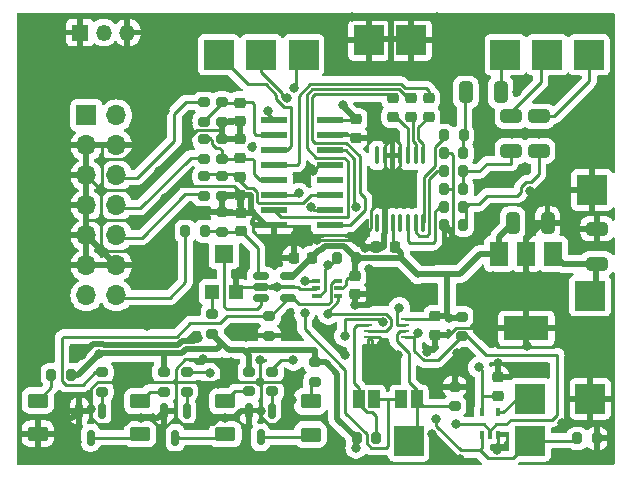
<source format=gbr>
%TF.GenerationSoftware,KiCad,Pcbnew,7.0.8*%
%TF.CreationDate,2024-04-14T12:45:35-04:00*%
%TF.ProjectId,tv desecrator,74762064-6573-4656-9372-61746f722e6b,rev?*%
%TF.SameCoordinates,Original*%
%TF.FileFunction,Copper,L1,Top*%
%TF.FilePolarity,Positive*%
%FSLAX46Y46*%
G04 Gerber Fmt 4.6, Leading zero omitted, Abs format (unit mm)*
G04 Created by KiCad (PCBNEW 7.0.8) date 2024-04-14 12:45:35*
%MOMM*%
%LPD*%
G01*
G04 APERTURE LIST*
G04 Aperture macros list*
%AMRoundRect*
0 Rectangle with rounded corners*
0 $1 Rounding radius*
0 $2 $3 $4 $5 $6 $7 $8 $9 X,Y pos of 4 corners*
0 Add a 4 corners polygon primitive as box body*
4,1,4,$2,$3,$4,$5,$6,$7,$8,$9,$2,$3,0*
0 Add four circle primitives for the rounded corners*
1,1,$1+$1,$2,$3*
1,1,$1+$1,$4,$5*
1,1,$1+$1,$6,$7*
1,1,$1+$1,$8,$9*
0 Add four rect primitives between the rounded corners*
20,1,$1+$1,$2,$3,$4,$5,0*
20,1,$1+$1,$4,$5,$6,$7,0*
20,1,$1+$1,$6,$7,$8,$9,0*
20,1,$1+$1,$8,$9,$2,$3,0*%
G04 Aperture macros list end*
%TA.AperFunction,SMDPad,CuDef*%
%ADD10RoundRect,0.225000X-0.250000X0.225000X-0.250000X-0.225000X0.250000X-0.225000X0.250000X0.225000X0*%
%TD*%
%TA.AperFunction,SMDPad,CuDef*%
%ADD11R,1.000000X1.500000*%
%TD*%
%TA.AperFunction,SMDPad,CuDef*%
%ADD12RoundRect,0.250000X-0.325000X-0.650000X0.325000X-0.650000X0.325000X0.650000X-0.325000X0.650000X0*%
%TD*%
%TA.AperFunction,SMDPad,CuDef*%
%ADD13R,0.400000X0.650000*%
%TD*%
%TA.AperFunction,SMDPad,CuDef*%
%ADD14R,2.500000X2.500000*%
%TD*%
%TA.AperFunction,SMDPad,CuDef*%
%ADD15RoundRect,0.200000X0.200000X0.275000X-0.200000X0.275000X-0.200000X-0.275000X0.200000X-0.275000X0*%
%TD*%
%TA.AperFunction,SMDPad,CuDef*%
%ADD16RoundRect,0.250000X0.650000X-0.325000X0.650000X0.325000X-0.650000X0.325000X-0.650000X-0.325000X0*%
%TD*%
%TA.AperFunction,SMDPad,CuDef*%
%ADD17RoundRect,0.100000X-0.100000X0.637500X-0.100000X-0.637500X0.100000X-0.637500X0.100000X0.637500X0*%
%TD*%
%TA.AperFunction,SMDPad,CuDef*%
%ADD18R,0.750000X0.250000*%
%TD*%
%TA.AperFunction,SMDPad,CuDef*%
%ADD19R,2.184400X0.558800*%
%TD*%
%TA.AperFunction,SMDPad,CuDef*%
%ADD20RoundRect,0.200000X-0.275000X0.200000X-0.275000X-0.200000X0.275000X-0.200000X0.275000X0.200000X0*%
%TD*%
%TA.AperFunction,SMDPad,CuDef*%
%ADD21RoundRect,0.200000X-0.200000X-0.275000X0.200000X-0.275000X0.200000X0.275000X-0.200000X0.275000X0*%
%TD*%
%TA.AperFunction,SMDPad,CuDef*%
%ADD22RoundRect,0.225000X-0.225000X-0.250000X0.225000X-0.250000X0.225000X0.250000X-0.225000X0.250000X0*%
%TD*%
%TA.AperFunction,SMDPad,CuDef*%
%ADD23R,1.500000X2.000000*%
%TD*%
%TA.AperFunction,SMDPad,CuDef*%
%ADD24R,3.800000X2.000000*%
%TD*%
%TA.AperFunction,SMDPad,CuDef*%
%ADD25RoundRect,0.218750X0.256250X-0.218750X0.256250X0.218750X-0.256250X0.218750X-0.256250X-0.218750X0*%
%TD*%
%TA.AperFunction,SMDPad,CuDef*%
%ADD26RoundRect,0.200000X0.275000X-0.200000X0.275000X0.200000X-0.275000X0.200000X-0.275000X-0.200000X0*%
%TD*%
%TA.AperFunction,SMDPad,CuDef*%
%ADD27RoundRect,0.150000X-0.150000X0.512500X-0.150000X-0.512500X0.150000X-0.512500X0.150000X0.512500X0*%
%TD*%
%TA.AperFunction,SMDPad,CuDef*%
%ADD28RoundRect,0.150000X-0.512500X-0.150000X0.512500X-0.150000X0.512500X0.150000X-0.512500X0.150000X0*%
%TD*%
%TA.AperFunction,SMDPad,CuDef*%
%ADD29RoundRect,0.250000X0.625000X-0.375000X0.625000X0.375000X-0.625000X0.375000X-0.625000X-0.375000X0*%
%TD*%
%TA.AperFunction,SMDPad,CuDef*%
%ADD30R,0.650000X0.400000*%
%TD*%
%TA.AperFunction,SMDPad,CuDef*%
%ADD31RoundRect,0.225000X0.250000X-0.225000X0.250000X0.225000X-0.250000X0.225000X-0.250000X-0.225000X0*%
%TD*%
%TA.AperFunction,SMDPad,CuDef*%
%ADD32R,1.200000X1.200000*%
%TD*%
%TA.AperFunction,SMDPad,CuDef*%
%ADD33R,1.600000X1.500000*%
%TD*%
%TA.AperFunction,SMDPad,CuDef*%
%ADD34RoundRect,0.225000X0.225000X0.250000X-0.225000X0.250000X-0.225000X-0.250000X0.225000X-0.250000X0*%
%TD*%
%TA.AperFunction,ComponentPad*%
%ADD35R,1.350000X1.350000*%
%TD*%
%TA.AperFunction,ComponentPad*%
%ADD36O,1.350000X1.350000*%
%TD*%
%TA.AperFunction,ComponentPad*%
%ADD37R,1.700000X1.700000*%
%TD*%
%TA.AperFunction,ComponentPad*%
%ADD38O,1.700000X1.700000*%
%TD*%
%TA.AperFunction,SMDPad,CuDef*%
%ADD39RoundRect,0.218750X-0.256250X0.218750X-0.256250X-0.218750X0.256250X-0.218750X0.256250X0.218750X0*%
%TD*%
%TA.AperFunction,ViaPad*%
%ADD40C,0.800000*%
%TD*%
%TA.AperFunction,Conductor*%
%ADD41C,0.250000*%
%TD*%
%TA.AperFunction,Conductor*%
%ADD42C,0.500000*%
%TD*%
G04 APERTURE END LIST*
D10*
%TO.P,CA3,1*%
%TO.N,RGB_BLUE_SW*%
X47828200Y-25501000D03*
%TO.P,CA3,2*%
%TO.N,Net-(U2-CH3_IN)*%
X47828200Y-27051000D03*
%TD*%
D11*
%TO.P,JP2,1,A*%
%TO.N,RGB_SELECTED_CTRL*%
X49834800Y-51003200D03*
%TO.P,JP2,2,B*%
%TO.N,RGB_SELECTED*%
X48534800Y-51003200D03*
%TD*%
D12*
%TO.P,CB2,1*%
%TO.N,+5V*%
X57959200Y-36068000D03*
%TO.P,CB2,2*%
%TO.N,GND*%
X60909200Y-36068000D03*
%TD*%
D13*
%TO.P,U6,1*%
%TO.N,MICOM_BLANKING*%
X55382400Y-53985200D03*
%TO.P,U6,2*%
%TO.N,RGB_IN_USE*%
X56032400Y-53985200D03*
%TO.P,U6,3,GND*%
%TO.N,GND*%
X56682400Y-53985200D03*
%TO.P,U6,4*%
%TO.N,BLANKING_OUT*%
X56682400Y-52085200D03*
%TO.P,U6,5,VCC*%
%TO.N,+5V*%
X55382400Y-52085200D03*
%TD*%
D14*
%TO.P,TP6,1,1*%
%TO.N,VIN*%
X64500000Y-42220000D03*
%TD*%
D15*
%TO.P,TB1,1*%
%TO.N,Net-(U4-+)*%
X31889200Y-36753800D03*
%TO.P,TB1,2*%
%TO.N,SCART_BLANKING*%
X30239200Y-36753800D03*
%TD*%
D14*
%TO.P,TP11,1,1*%
%TO.N,GND*%
X64668400Y-33274000D03*
%TD*%
D16*
%TO.P,CB1,1*%
%TO.N,VIN*%
X65100200Y-39498800D03*
%TO.P,CB1,2*%
%TO.N,GND*%
X65100200Y-36548800D03*
%TD*%
D17*
%TO.P,U2,1,CH1_IN*%
%TO.N,Net-(U2-CH1_IN)*%
X50386800Y-30343000D03*
%TO.P,U2,2,CH2_IN*%
%TO.N,Net-(U2-CH2_IN)*%
X49736800Y-30343000D03*
%TO.P,U2,3,CH3_IN*%
%TO.N,Net-(U2-CH3_IN)*%
X49086800Y-30343000D03*
%TO.P,U2,4,CH4_IN*%
%TO.N,GND*%
X48436800Y-30343000D03*
%TO.P,U2,5,GND*%
X47786800Y-30343000D03*
%TO.P,U2,6,DISABLE*%
X47136800Y-30343000D03*
%TO.P,U2,7,NC*%
%TO.N,unconnected-(U2-NC-Pad7)*%
X46486800Y-30343000D03*
%TO.P,U2,8,NC*%
%TO.N,unconnected-(U2-NC-Pad8)*%
X46486800Y-36068000D03*
%TO.P,U2,9,BYPASS*%
%TO.N,GND*%
X47136800Y-36068000D03*
%TO.P,U2,10,V_{S+}*%
%TO.N,+5V*%
X47786800Y-36068000D03*
%TO.P,U2,11,CH4_OUT*%
%TO.N,unconnected-(U2-CH4_OUT-Pad11)*%
X48436800Y-36068000D03*
%TO.P,U2,12,CH3_OUT*%
%TO.N,RGB_BLUE_OUT*%
X49086800Y-36068000D03*
%TO.P,U2,13,CH2_OUT*%
%TO.N,RGB_GREEN_OUT*%
X49736800Y-36068000D03*
%TO.P,U2,14,CH1_OUT*%
%TO.N,RGB_RED_OUT*%
X50386800Y-36068000D03*
%TD*%
D14*
%TO.P,TP12,1,1*%
%TO.N,GND*%
X49377600Y-20599400D03*
%TD*%
D18*
%TO.P,U3,1*%
%TO.N,MICOM_BLANKING*%
X45744800Y-44208000D03*
%TO.P,U3,2*%
%TO.N,Net-(JP1-A)*%
X45744800Y-44708000D03*
%TO.P,U3,3*%
%TO.N,RGB_INHIBIT*%
X45744800Y-45208000D03*
%TO.P,U3,4,GND*%
%TO.N,GND*%
X45744800Y-45708000D03*
%TO.P,U3,5*%
%TO.N,RGB_IN_USE*%
X48844800Y-45708000D03*
%TO.P,U3,6*%
%TO.N,RGB_SELECTED_CTRL*%
X48844800Y-45208000D03*
%TO.P,U3,7*%
%TO.N,{slash}MICOM_BLANKING*%
X48844800Y-44708000D03*
%TO.P,U3,8,VCC*%
%TO.N,+5V*%
X48844800Y-44208000D03*
%TD*%
D14*
%TO.P,TP5,1,1*%
%TO.N,BLANKING_OUT*%
X59436000Y-50927000D03*
%TD*%
D10*
%TO.P,CA9,1*%
%TO.N,GND*%
X56692800Y-49123000D03*
%TO.P,CA9,2*%
%TO.N,+5V*%
X56692800Y-50673000D03*
%TD*%
D19*
%TO.P,U1,1,IN*%
%TO.N,RGB_INHIBIT*%
X37756100Y-27343600D03*
%TO.P,U1,2,S1A*%
%TO.N,RGB_RED_IN*%
X37756100Y-28613600D03*
%TO.P,U1,3,S2A*%
%TO.N,MICOM_RED*%
X37756100Y-29883600D03*
%TO.P,U1,4,DA*%
%TO.N,RGB_RED_SW*%
X37756100Y-31153600D03*
%TO.P,U1,5,S1B*%
%TO.N,RGB_GREEN_IN*%
X37756100Y-32423600D03*
%TO.P,U1,6,S2B*%
%TO.N,MICOM_GREEN*%
X37756100Y-33693600D03*
%TO.P,U1,7,DB*%
%TO.N,RGB_GREEN_SW*%
X37756100Y-34963600D03*
%TO.P,U1,8,GND*%
%TO.N,GND*%
X37756100Y-36233600D03*
%TO.P,U1,9,DC*%
%TO.N,RGB_BLUE_SW*%
X42480500Y-36233600D03*
%TO.P,U1,10,S2C*%
%TO.N,MICOM_BLUE*%
X42480500Y-34963600D03*
%TO.P,U1,11,S1C*%
%TO.N,RGB_BLUE_IN*%
X42480500Y-33693600D03*
%TO.P,U1,12,DD*%
%TO.N,unconnected-(U1-DD-Pad12)*%
X42480500Y-32423600D03*
%TO.P,U1,13,S2D*%
%TO.N,GND*%
X42480500Y-31153600D03*
%TO.P,U1,14,S1D*%
X42480500Y-29883600D03*
%TO.P,U1,15,\u002AEN*%
X42480500Y-28613600D03*
%TO.P,U1,16,VCC*%
%TO.N,+5V*%
X42480500Y-27343600D03*
%TD*%
D20*
%TO.P,RC9,1*%
%TO.N,+5V*%
X35661600Y-48667400D03*
%TO.P,RC9,2*%
%TO.N,Net-(LED3-A)*%
X35661600Y-50317400D03*
%TD*%
D21*
%TO.P,RD3,1*%
%TO.N,MICOM_BLANKING*%
X63437000Y-54305200D03*
%TO.P,RD3,2*%
%TO.N,GND*%
X65087000Y-54305200D03*
%TD*%
D22*
%TO.P,CA7,1*%
%TO.N,GND*%
X39420800Y-39014400D03*
%TO.P,CA7,2*%
%TO.N,+5V*%
X40970800Y-39014400D03*
%TD*%
D14*
%TO.P,TP7,1,1*%
%TO.N,RGB_SELECTED_CTRL*%
X49149000Y-54508400D03*
%TD*%
D20*
%TO.P,RC7,1*%
%TO.N,+5V*%
X28422600Y-48692800D03*
%TO.P,RC7,2*%
%TO.N,Net-(LED2-A)*%
X28422600Y-50342800D03*
%TD*%
D23*
%TO.P,U7,1,VI*%
%TO.N,VIN*%
X61405800Y-38683400D03*
%TO.P,U7,2,GND*%
%TO.N,GND*%
X59105800Y-38683400D03*
D24*
X59105800Y-44983400D03*
D23*
%TO.P,U7,3,VO*%
%TO.N,+5V*%
X56805800Y-38683400D03*
%TD*%
D25*
%TO.P,ZDA2,1,K*%
%TO.N,RGB_GREEN_IN*%
X34848800Y-30556400D03*
%TO.P,ZDA2,2,A*%
%TO.N,GND*%
X34848800Y-28981400D03*
%TD*%
D21*
%TO.P,RA4,1*%
%TO.N,RGB_GREEN_OUT*%
X52146200Y-31699200D03*
%TO.P,RA4,2*%
%TO.N,Net-(CC2-Pad1)*%
X53796200Y-31699200D03*
%TD*%
D26*
%TO.P,TA1,1*%
%TO.N,RGB_RED_IN*%
X31826200Y-27482800D03*
%TO.P,TA1,2*%
%TO.N,SCART_RED*%
X31826200Y-25832800D03*
%TD*%
D14*
%TO.P,TP3,1,1*%
%TO.N,MICOM_BLUE*%
X40259000Y-21818600D03*
%TD*%
D10*
%TO.P,CA4,1*%
%TO.N,+5V*%
X44677600Y-27292200D03*
%TO.P,CA4,2*%
%TO.N,GND*%
X44677600Y-28842200D03*
%TD*%
D26*
%TO.P,RA5,1*%
%TO.N,GND*%
X33324800Y-33755600D03*
%TO.P,RA5,2*%
%TO.N,RGB_BLUE_IN*%
X33324800Y-32105600D03*
%TD*%
D14*
%TO.P,TP2,1,1*%
%TO.N,MICOM_GREEN*%
X36677600Y-21818600D03*
%TD*%
D15*
%TO.P,RB3,1*%
%TO.N,Net-(CC3-Pad1)*%
X53796200Y-36271200D03*
%TO.P,RB3,2*%
%TO.N,GND*%
X52146200Y-36271200D03*
%TD*%
D21*
%TO.P,RC4,1*%
%TO.N,+5V*%
X44763400Y-54305200D03*
%TO.P,RC4,2*%
%TO.N,Net-(JP1-A)*%
X46413400Y-54305200D03*
%TD*%
D15*
%TO.P,RC5,1*%
%TO.N,+5V*%
X20548600Y-48895000D03*
%TO.P,RC5,2*%
%TO.N,Net-(LED1-A)*%
X18898600Y-48895000D03*
%TD*%
%TO.P,RB1,1*%
%TO.N,Net-(CC1-Pad1)*%
X53796200Y-30175200D03*
%TO.P,RB1,2*%
%TO.N,GND*%
X52146200Y-30175200D03*
%TD*%
D27*
%TO.P,QN1,1,G*%
%TO.N,Net-(QN1-G)*%
X23175000Y-51973900D03*
%TO.P,QN1,2,S*%
%TO.N,GND*%
X21275000Y-51973900D03*
%TO.P,QN1,3,D*%
%TO.N,Net-(LED2-K)*%
X22225000Y-54248900D03*
%TD*%
D14*
%TO.P,TP9,1,1*%
%TO.N,FINAL_GREEN_OUT*%
X60883800Y-21818600D03*
%TD*%
D20*
%TO.P,RC6,1*%
%TO.N,SCART_BLANKING_COMPARATOR_OUT*%
X23190200Y-48692800D03*
%TO.P,RC6,2*%
%TO.N,Net-(QN1-G)*%
X23190200Y-50342800D03*
%TD*%
%TO.P,RC10,1*%
%TO.N,RGB_IN_USE*%
X37592000Y-48667400D03*
%TO.P,RC10,2*%
%TO.N,Net-(QN3-G)*%
X37592000Y-50317400D03*
%TD*%
D26*
%TO.P,RD1,1*%
%TO.N,RGB_SELECTED_CTRL*%
X53060600Y-51574200D03*
%TO.P,RD1,2*%
%TO.N,GND*%
X53060600Y-49924200D03*
%TD*%
D14*
%TO.P,TP1,1,1*%
%TO.N,MICOM_RED*%
X33070800Y-21818600D03*
%TD*%
D10*
%TO.P,CA1,1*%
%TO.N,RGB_RED_SW*%
X50850800Y-25501000D03*
%TO.P,CA1,2*%
%TO.N,Net-(U2-CH1_IN)*%
X50850800Y-27051000D03*
%TD*%
%TO.P,CA2,1*%
%TO.N,RGB_GREEN_SW*%
X49326800Y-25501000D03*
%TO.P,CA2,2*%
%TO.N,Net-(U2-CH2_IN)*%
X49326800Y-27051000D03*
%TD*%
D28*
%TO.P,U4,1,+*%
%TO.N,Net-(U4-+)*%
X36657700Y-40553600D03*
%TO.P,U4,2,V-*%
%TO.N,GND*%
X36657700Y-41503600D03*
%TO.P,U4,3,-*%
%TO.N,Net-(U4--)*%
X36657700Y-42453600D03*
%TO.P,U4,4*%
%TO.N,SCART_BLANKING_COMPARATOR_OUT*%
X38932700Y-42453600D03*
%TO.P,U4,5,V+*%
%TO.N,+5V*%
X38932700Y-40553600D03*
%TD*%
D20*
%TO.P,RC1,1*%
%TO.N,Net-(POT1-Pad1)*%
X32512000Y-43777400D03*
%TO.P,RC1,2*%
%TO.N,+5V*%
X32512000Y-45427400D03*
%TD*%
D29*
%TO.P,LED1,1,K*%
%TO.N,GND*%
X17754600Y-53904800D03*
%TO.P,LED1,2,A*%
%TO.N,Net-(LED1-A)*%
X17754600Y-51104800D03*
%TD*%
%TO.P,LED4,1,K*%
%TO.N,Net-(LED4-K)*%
X40843200Y-53975000D03*
%TO.P,LED4,2,A*%
%TO.N,Net-(LED4-A)*%
X40843200Y-51175000D03*
%TD*%
D30*
%TO.P,U5,1*%
%TO.N,RGB_SELECTED*%
X41300400Y-40940200D03*
%TO.P,U5,2,GND*%
%TO.N,GND*%
X41300400Y-41590200D03*
%TO.P,U5,3*%
%TO.N,{slash}MICOM_BLANKING*%
X41300400Y-42240200D03*
%TO.P,U5,4*%
%TO.N,RGB_INHIBIT*%
X43200400Y-42240200D03*
%TO.P,U5,5,VCC*%
%TO.N,+5V*%
X43200400Y-41590200D03*
%TO.P,U5,6*%
%TO.N,SCART_BLANKING_COMPARATOR_OUT*%
X43200400Y-40940200D03*
%TD*%
D31*
%TO.P,CA8,1*%
%TO.N,GND*%
X44602400Y-42088400D03*
%TO.P,CA8,2*%
%TO.N,+5V*%
X44602400Y-40538400D03*
%TD*%
D32*
%TO.P,POT1,1,1*%
%TO.N,Net-(POT1-Pad1)*%
X32528000Y-41932000D03*
D33*
%TO.P,POT1,2,2*%
%TO.N,Net-(U4--)*%
X33528000Y-38682000D03*
D32*
%TO.P,POT1,3,3*%
%TO.N,GND*%
X34528000Y-41932000D03*
%TD*%
D16*
%TO.P,CC3,1*%
%TO.N,Net-(CC3-Pad1)*%
X60172600Y-29975600D03*
%TO.P,CC3,2*%
%TO.N,FINAL_BLUE_OUT*%
X60172600Y-27025600D03*
%TD*%
D14*
%TO.P,TP8,1,1*%
%TO.N,FINAL_RED_OUT*%
X57327800Y-21818600D03*
%TD*%
D20*
%TO.P,RD2,1*%
%TO.N,SCART_BLANKING_COMPARATOR_OUT*%
X37338000Y-43942000D03*
%TO.P,RD2,2*%
%TO.N,GND*%
X37338000Y-45592000D03*
%TD*%
D14*
%TO.P,TP13,1,1*%
%TO.N,GND*%
X64541400Y-50952400D03*
%TD*%
D20*
%TO.P,TA2,1*%
%TO.N,RGB_GREEN_IN*%
X31800800Y-28956000D03*
%TO.P,TA2,2*%
%TO.N,SCART_GREEN*%
X31800800Y-30606000D03*
%TD*%
D14*
%TO.P,TP4,1,1*%
%TO.N,MICOM_BLANKING*%
X59436000Y-54508400D03*
%TD*%
D29*
%TO.P,LED2,1,K*%
%TO.N,Net-(LED2-K)*%
X26416000Y-53943400D03*
%TO.P,LED2,2,A*%
%TO.N,Net-(LED2-A)*%
X26416000Y-51143400D03*
%TD*%
D34*
%TO.P,CA5,1*%
%TO.N,+5V*%
X47968200Y-38100000D03*
%TO.P,CA5,2*%
%TO.N,GND*%
X46418200Y-38100000D03*
%TD*%
D21*
%TO.P,RA6,1*%
%TO.N,RGB_BLUE_OUT*%
X52146200Y-34747200D03*
%TO.P,RA6,2*%
%TO.N,Net-(CC3-Pad1)*%
X53796200Y-34747200D03*
%TD*%
D26*
%TO.P,RA1,1*%
%TO.N,GND*%
X33350200Y-27481800D03*
%TO.P,RA1,2*%
%TO.N,RGB_RED_IN*%
X33350200Y-25831800D03*
%TD*%
D14*
%TO.P,TP10,1,1*%
%TO.N,FINAL_BLUE_OUT*%
X64439800Y-21818600D03*
%TD*%
D35*
%TO.P,CN2,1,Pin_1*%
%TO.N,GND*%
X21342600Y-19939000D03*
D36*
%TO.P,CN2,2,Pin_2*%
%TO.N,+5V*%
X23342600Y-19939000D03*
%TO.P,CN2,3,Pin_3*%
%TO.N,GND*%
X25342600Y-19939000D03*
%TD*%
D37*
%TO.P,CN1,1,Pin_1*%
%TO.N,+5V*%
X21869400Y-26949400D03*
D38*
%TO.P,CN1,2,Pin_2*%
X24409400Y-26949400D03*
%TO.P,CN1,3,Pin_3*%
%TO.N,GND*%
X21869400Y-29489400D03*
%TO.P,CN1,4,Pin_4*%
X24409400Y-29489400D03*
%TO.P,CN1,5,Pin_5*%
X21869400Y-32029400D03*
%TO.P,CN1,6,Pin_6*%
%TO.N,SCART_RED*%
X24409400Y-32029400D03*
%TO.P,CN1,7,Pin_7*%
%TO.N,GND*%
X21869400Y-34569400D03*
%TO.P,CN1,8,Pin_8*%
%TO.N,SCART_GREEN*%
X24409400Y-34569400D03*
%TO.P,CN1,9,Pin_9*%
%TO.N,GND*%
X21869400Y-37109400D03*
%TO.P,CN1,10,Pin_10*%
%TO.N,SCART_BLUE*%
X24409400Y-37109400D03*
%TO.P,CN1,11,Pin_11*%
%TO.N,GND*%
X21869400Y-39649400D03*
%TO.P,CN1,12,Pin_12*%
X24409400Y-39649400D03*
%TO.P,CN1,13,Pin_13*%
%TO.N,RGB_IN_USE*%
X21869400Y-42189400D03*
%TO.P,CN1,14,Pin_14*%
%TO.N,SCART_BLANKING*%
X24409400Y-42189400D03*
%TD*%
D15*
%TO.P,RC2,1*%
%TO.N,+5V*%
X44704000Y-39065200D03*
%TO.P,RC2,2*%
%TO.N,{slash}MICOM_BLANKING*%
X43054000Y-39065200D03*
%TD*%
D31*
%TO.P,CA6,1*%
%TO.N,GND*%
X51384200Y-45529800D03*
%TO.P,CA6,2*%
%TO.N,+5V*%
X51384200Y-43979800D03*
%TD*%
D20*
%TO.P,RC11,1*%
%TO.N,+5V*%
X41224200Y-47866800D03*
%TO.P,RC11,2*%
%TO.N,Net-(LED4-A)*%
X41224200Y-49516800D03*
%TD*%
D29*
%TO.P,LED3,1,K*%
%TO.N,Net-(LED3-K)*%
X33629600Y-53943400D03*
%TO.P,LED3,2,A*%
%TO.N,Net-(LED3-A)*%
X33629600Y-51143400D03*
%TD*%
D20*
%TO.P,RC3,1*%
%TO.N,+5V*%
X53644800Y-43992800D03*
%TO.P,RC3,2*%
%TO.N,RGB_IN_USE*%
X53644800Y-45642800D03*
%TD*%
%TO.P,RA7,1*%
%TO.N,GND*%
X33350200Y-35166800D03*
%TO.P,RA7,2*%
%TO.N,Net-(U4-+)*%
X33350200Y-36816800D03*
%TD*%
%TO.P,TA3,1*%
%TO.N,RGB_BLUE_IN*%
X31826200Y-32105600D03*
%TO.P,TA3,2*%
%TO.N,SCART_BLUE*%
X31826200Y-33755600D03*
%TD*%
D15*
%TO.P,RB2,1*%
%TO.N,Net-(CC2-Pad1)*%
X53796200Y-33223200D03*
%TO.P,RB2,2*%
%TO.N,GND*%
X52146200Y-33223200D03*
%TD*%
D39*
%TO.P,ZDA1,1,K*%
%TO.N,RGB_RED_IN*%
X34848800Y-25869300D03*
%TO.P,ZDA1,2,A*%
%TO.N,GND*%
X34848800Y-27444300D03*
%TD*%
D12*
%TO.P,CC1,1*%
%TO.N,Net-(CC1-Pad1)*%
X53998600Y-24993600D03*
%TO.P,CC1,2*%
%TO.N,FINAL_RED_OUT*%
X56948600Y-24993600D03*
%TD*%
D14*
%TO.P,TP14,1,1*%
%TO.N,GND*%
X45796200Y-20599400D03*
%TD*%
D21*
%TO.P,RA3,1*%
%TO.N,RGB_RED_OUT*%
X52147200Y-28651200D03*
%TO.P,RA3,2*%
%TO.N,Net-(CC1-Pad1)*%
X53797200Y-28651200D03*
%TD*%
D27*
%TO.P,QN3,1,G*%
%TO.N,Net-(QN3-G)*%
X37566600Y-51943000D03*
%TO.P,QN3,2,S*%
%TO.N,GND*%
X35666600Y-51943000D03*
%TO.P,QN3,3,D*%
%TO.N,Net-(LED4-K)*%
X36616600Y-54218000D03*
%TD*%
D11*
%TO.P,JP1,1,A*%
%TO.N,Net-(JP1-A)*%
X44928000Y-51003200D03*
%TO.P,JP1,2,B*%
%TO.N,RGB_SELECTED*%
X46228000Y-51003200D03*
%TD*%
D16*
%TO.P,CC2,1*%
%TO.N,Net-(CC2-Pad1)*%
X57835800Y-29972000D03*
%TO.P,CC2,2*%
%TO.N,FINAL_GREEN_OUT*%
X57835800Y-27022000D03*
%TD*%
D20*
%TO.P,RA2,1*%
%TO.N,GND*%
X33324800Y-28956000D03*
%TO.P,RA2,2*%
%TO.N,RGB_GREEN_IN*%
X33324800Y-30606000D03*
%TD*%
D25*
%TO.P,ZDB1,1,K*%
%TO.N,Net-(U4-+)*%
X34925000Y-36779400D03*
%TO.P,ZDB1,2,A*%
%TO.N,GND*%
X34925000Y-35204400D03*
%TD*%
D27*
%TO.P,QN2,1,G*%
%TO.N,Net-(QN2-G)*%
X30348000Y-51968400D03*
%TO.P,QN2,2,S*%
%TO.N,GND*%
X28448000Y-51968400D03*
%TO.P,QN2,3,D*%
%TO.N,Net-(LED3-K)*%
X29398000Y-54243400D03*
%TD*%
D39*
%TO.P,ZDA3,1,K*%
%TO.N,RGB_BLUE_IN*%
X34848800Y-32156400D03*
%TO.P,ZDA3,2,A*%
%TO.N,GND*%
X34848800Y-33731400D03*
%TD*%
D20*
%TO.P,RC8,1*%
%TO.N,MICOM_BLANKING*%
X30353000Y-48692800D03*
%TO.P,RC8,2*%
%TO.N,Net-(QN2-G)*%
X30353000Y-50342800D03*
%TD*%
D40*
%TO.N,GND*%
X19253200Y-52578000D03*
X17754600Y-48006000D03*
X56667400Y-55257100D03*
X59131200Y-46519500D03*
X54178200Y-19050000D03*
X48276448Y-47202152D03*
X21031200Y-54610000D03*
X38811200Y-55676800D03*
X47752000Y-31902400D03*
X19913600Y-39598600D03*
X28041600Y-31699200D03*
X50825400Y-49047400D03*
X56261000Y-40589200D03*
X53035200Y-38608000D03*
X31699200Y-47599600D03*
X36601400Y-47675800D03*
X34112200Y-47853600D03*
X65938400Y-55829200D03*
X19939000Y-32054800D03*
X62814200Y-36144200D03*
X60502800Y-25501600D03*
X43738800Y-47218600D03*
X56261000Y-41757600D03*
X44373800Y-18618200D03*
X62077600Y-40690800D03*
X62687200Y-48564800D03*
X21513800Y-47218600D03*
X62052200Y-41783000D03*
X44577000Y-43033500D03*
X59410600Y-33350200D03*
X39090600Y-43688000D03*
X58293000Y-24942800D03*
X62128400Y-53009800D03*
X30683200Y-42519600D03*
X51171390Y-53947969D03*
X43459400Y-54508400D03*
X26517600Y-52578000D03*
X45821600Y-39979600D03*
X30505400Y-27635200D03*
X53254899Y-47057299D03*
X28498800Y-33985200D03*
X31292800Y-45770800D03*
X23088600Y-38404800D03*
X37998400Y-41478200D03*
X53517800Y-56032400D03*
X50728795Y-46960997D03*
X31419800Y-35153600D03*
X28549600Y-26543000D03*
X57861200Y-28498800D03*
X33578800Y-52578000D03*
X39039800Y-45313600D03*
X25958800Y-49377600D03*
X19913600Y-34544000D03*
X47828200Y-28803600D03*
X46024800Y-46964600D03*
X42341800Y-45237400D03*
X17780000Y-55702200D03*
X56261000Y-43002200D03*
X65151000Y-27533600D03*
X19913600Y-29514800D03*
X51562000Y-18618200D03*
X62128400Y-44983400D03*
X22275500Y-51816000D03*
X41095050Y-31621318D03*
X35088895Y-45051220D03*
X47574200Y-18694400D03*
X47650400Y-20523200D03*
X44724500Y-34669679D03*
X56413400Y-44907200D03*
X26238200Y-39649400D03*
X34544000Y-40386000D03*
X50647600Y-22783800D03*
X47218600Y-42392600D03*
X59131200Y-43129200D03*
X25831800Y-23952200D03*
X41757600Y-18759300D03*
X66014600Y-53162200D03*
X53136800Y-48768000D03*
X60223400Y-28498800D03*
X33020000Y-49682400D03*
X45466000Y-38150800D03*
X26212800Y-29464000D03*
X36626800Y-51968400D03*
X26974800Y-44780200D03*
X62077600Y-43180000D03*
X50165000Y-42037000D03*
X28219400Y-37211000D03*
X28194000Y-54508400D03*
X47599600Y-22733000D03*
X59131200Y-40462200D03*
X54813200Y-41859200D03*
X35915600Y-29641800D03*
X51308000Y-39166800D03*
X39243000Y-51028600D03*
X55321200Y-27559000D03*
X56997600Y-32283400D03*
X18923000Y-23952200D03*
X56718200Y-47955200D03*
X58521600Y-48603500D03*
X30442500Y-29311240D03*
X19888200Y-37084000D03*
X44627800Y-22758400D03*
X41351200Y-37515800D03*
X47040800Y-34188400D03*
X36601400Y-49530000D03*
%TO.N,+5V*%
X55092600Y-48285400D03*
X52527200Y-44119800D03*
X22936200Y-47142400D03*
X43586400Y-26111200D03*
X44704000Y-55118000D03*
%TO.N,MICOM_BLANKING*%
X43752200Y-45643800D03*
X51460400Y-52628800D03*
X32313245Y-48805500D03*
X46958500Y-44483500D03*
%TO.N,RGB_IN_USE*%
X49936400Y-45389800D03*
X53159900Y-53111400D03*
X39395400Y-47661700D03*
%TO.N,RGB_SELECTED*%
X40411400Y-40970200D03*
X40335200Y-43713400D03*
%TO.N,MICOM_GREEN*%
X39852600Y-33553400D03*
X38868194Y-25488300D03*
%TO.N,MICOM_BLUE*%
X40882420Y-34691179D03*
X39411782Y-24649540D03*
%TO.N,{slash}MICOM_BLANKING*%
X48354008Y-43240009D03*
X42291000Y-39660700D03*
%TO.N,RGB_INHIBIT*%
X42341800Y-43776300D03*
X37236400Y-26593800D03*
%TD*%
D41*
%TO.N,RGB_RED_SW*%
X50850800Y-24852800D02*
X50850800Y-25501000D01*
X37756100Y-31153600D02*
X39661600Y-31153600D01*
X48854414Y-24638000D02*
X50636000Y-24638000D01*
X39827200Y-25273000D02*
X40824200Y-24276000D01*
X39827200Y-30988000D02*
X39827200Y-25273000D01*
X39661600Y-31153600D02*
X39827200Y-30988000D01*
X40824200Y-24276000D02*
X48492414Y-24276000D01*
X48492414Y-24276000D02*
X48854414Y-24638000D01*
X50636000Y-24638000D02*
X50850800Y-24852800D01*
%TO.N,Net-(U2-CH1_IN)*%
X50386800Y-30343000D02*
X50386800Y-29378208D01*
X50386800Y-29378208D02*
X49980000Y-28971408D01*
X49980000Y-28971408D02*
X49980000Y-27921800D01*
X49980000Y-27921800D02*
X50850800Y-27051000D01*
%TO.N,RGB_GREEN_SW*%
X41314880Y-30549200D02*
X40513000Y-29747320D01*
X38360500Y-35568000D02*
X44000000Y-35568000D01*
X44000000Y-30841880D02*
X43707320Y-30549200D01*
X41010596Y-24726000D02*
X48306018Y-24726000D01*
X37756100Y-34963600D02*
X38360500Y-35568000D01*
X48306018Y-24726000D02*
X49081018Y-25501000D01*
X49081018Y-25501000D02*
X49351600Y-25501000D01*
X44000000Y-35568000D02*
X44000000Y-30841880D01*
X40513000Y-25223596D02*
X41010596Y-24726000D01*
X40513000Y-29747320D02*
X40513000Y-25223596D01*
X43707320Y-30549200D02*
X41314880Y-30549200D01*
%TO.N,Net-(U2-CH2_IN)*%
X49530000Y-29157804D02*
X49736800Y-29364604D01*
X49736800Y-29364604D02*
X49736800Y-30343000D01*
X49530000Y-27254200D02*
X49530000Y-29157804D01*
X49326800Y-27051000D02*
X49530000Y-27254200D01*
%TO.N,RGB_BLUE_SW*%
X45449500Y-33968700D02*
X45001600Y-33520800D01*
X40970200Y-25402792D02*
X41196992Y-25176000D01*
X42480500Y-36233600D02*
X44182800Y-36233600D01*
X43861782Y-29279200D02*
X41253680Y-29279200D01*
X45024805Y-35394679D02*
X45449500Y-34969984D01*
X41253680Y-29279200D02*
X40970200Y-28995720D01*
X45449500Y-34969984D02*
X45449500Y-33968700D01*
X40970200Y-28995720D02*
X40970200Y-25402792D01*
X41196992Y-25176000D02*
X47503200Y-25176000D01*
X45021721Y-35394679D02*
X45024805Y-35394679D01*
X45001600Y-33520800D02*
X45001600Y-30419018D01*
X47503200Y-25176000D02*
X47828200Y-25501000D01*
X44182800Y-36233600D02*
X45021721Y-35394679D01*
X45001600Y-30419018D02*
X43861782Y-29279200D01*
%TO.N,Net-(U2-CH3_IN)*%
X48857200Y-27826000D02*
X49080000Y-28048800D01*
X49086800Y-29351000D02*
X49086800Y-30343000D01*
X48526800Y-27503818D02*
X48848982Y-27826000D01*
X49080000Y-28048800D02*
X49080000Y-29344200D01*
X48848982Y-27826000D02*
X48857200Y-27826000D01*
X48526800Y-27495600D02*
X48526800Y-27503818D01*
X48082200Y-27051000D02*
X48526800Y-27495600D01*
X47828200Y-27051000D02*
X48082200Y-27051000D01*
X49080000Y-29344200D02*
X49086800Y-29351000D01*
%TO.N,GND*%
X29281600Y-52049200D02*
X28427600Y-52049200D01*
D42*
X47574200Y-18694400D02*
X51485800Y-18694400D01*
D41*
X33324800Y-28905200D02*
X34811300Y-28905200D01*
X41562768Y-31153600D02*
X42480500Y-31153600D01*
X47136800Y-31287200D02*
X47752000Y-31902400D01*
D42*
X35763028Y-33680600D02*
X35763900Y-33681472D01*
D41*
X29413200Y-51917600D02*
X29281600Y-52049200D01*
X29413200Y-51917600D02*
X29413200Y-52544052D01*
D42*
X37018104Y-36233600D02*
X37756100Y-36233600D01*
D41*
X41195400Y-41695200D02*
X41300400Y-41590200D01*
D42*
X47040800Y-37029318D02*
X47136800Y-36933318D01*
X22440000Y-46292400D02*
X23288282Y-46292400D01*
D41*
X52755800Y-30175200D02*
X52871200Y-30290600D01*
D42*
X45815700Y-43033500D02*
X44577000Y-43033500D01*
D41*
X36657700Y-41503600D02*
X34956400Y-41503600D01*
X23139400Y-35839400D02*
X23139400Y-38354000D01*
X56402800Y-44917800D02*
X53152338Y-44917800D01*
X22275500Y-52558952D02*
X22828248Y-53111700D01*
D42*
X33387800Y-35204400D02*
X33350200Y-35166800D01*
D41*
X48436800Y-29412200D02*
X48436800Y-30343000D01*
X33858200Y-47599600D02*
X34112200Y-47853600D01*
X36626800Y-51968400D02*
X36626800Y-52483052D01*
X59092500Y-46558200D02*
X56743600Y-46558200D01*
X36576000Y-49555400D02*
X33147000Y-49555400D01*
X39217600Y-49987200D02*
X38785800Y-49555400D01*
X47142400Y-34290000D02*
X47142400Y-36062400D01*
X38023800Y-41503600D02*
X39776400Y-41503600D01*
D42*
X47650400Y-20523200D02*
X45872400Y-20523200D01*
D41*
X25958800Y-49377600D02*
X25831800Y-49504600D01*
X47828200Y-28803600D02*
X48436800Y-29412200D01*
D42*
X51485800Y-18694400D02*
X51562000Y-18618200D01*
D41*
X44551600Y-30605414D02*
X43829786Y-29883600D01*
X43829786Y-29883600D02*
X42480500Y-29883600D01*
X21869400Y-35712400D02*
X21869400Y-34569400D01*
X34848800Y-33451800D02*
X34848800Y-33603200D01*
D42*
X47218600Y-42392600D02*
X46914400Y-42088400D01*
D41*
X47136800Y-30343000D02*
X47136800Y-31287200D01*
D42*
X47650400Y-18770600D02*
X47574200Y-18694400D01*
X33324800Y-33679400D02*
X34847600Y-33679400D01*
D41*
X28194000Y-53698548D02*
X29348496Y-52544052D01*
X44983400Y-37465000D02*
X45961800Y-36486600D01*
X48276448Y-47202152D02*
X48167352Y-47202152D01*
X32562500Y-53111700D02*
X33096200Y-52578000D01*
D42*
X33578800Y-52578000D02*
X34391600Y-52578000D01*
X47040800Y-37998400D02*
X47040800Y-37029318D01*
D41*
X33096200Y-52578000D02*
X33578800Y-52578000D01*
D42*
X45872400Y-20523200D02*
X45796200Y-20599400D01*
D41*
X34848800Y-28867700D02*
X34848800Y-27495000D01*
X56413400Y-46228000D02*
X56413400Y-44907200D01*
X52845800Y-33223200D02*
X52146200Y-33223200D01*
X36601400Y-49530000D02*
X36576000Y-49555400D01*
D42*
X26517600Y-52578000D02*
X27898800Y-52578000D01*
D41*
X56743600Y-46558200D02*
X56413400Y-46228000D01*
X47136800Y-36068000D02*
X47136800Y-38100000D01*
X56682400Y-53985200D02*
X56682400Y-55242100D01*
D42*
X51171390Y-53947969D02*
X53255821Y-56032400D01*
X59105800Y-44983400D02*
X59105800Y-46494100D01*
X47650400Y-20523200D02*
X49301400Y-20523200D01*
D41*
X37230048Y-53086300D02*
X37941100Y-53086300D01*
D42*
X59105800Y-46494100D02*
X59131200Y-46519500D01*
X33350200Y-33604400D02*
X33324800Y-33579000D01*
D41*
X47136800Y-38100000D02*
X46418200Y-38100000D01*
D42*
X52781200Y-38354000D02*
X52781200Y-36677600D01*
D41*
X48436800Y-31217600D02*
X47752000Y-31902400D01*
D42*
X23088600Y-38404800D02*
X23088600Y-38328600D01*
X19253200Y-52578000D02*
X20670900Y-52578000D01*
D41*
X23241000Y-29489400D02*
X24409400Y-29489400D01*
D42*
X47650400Y-20523200D02*
X47650400Y-22682200D01*
D41*
X28498800Y-33985200D02*
X26644600Y-35839400D01*
X59131200Y-46519500D02*
X59092500Y-46558200D01*
X44724500Y-34669679D02*
X44551600Y-34496779D01*
D42*
X46888400Y-38150800D02*
X47040800Y-37998400D01*
D41*
X53152338Y-44917800D02*
X52527938Y-45542200D01*
X33324800Y-28905200D02*
X33324800Y-27457400D01*
X23215600Y-33223200D02*
X23215600Y-30683200D01*
D42*
X23288282Y-46292400D02*
X23387482Y-46391600D01*
X35763900Y-33681472D02*
X35763900Y-34979396D01*
X20670900Y-52578000D02*
X21275000Y-51973900D01*
D41*
X26441400Y-33299400D02*
X23139400Y-33299400D01*
X29413200Y-52544052D02*
X29980848Y-53111700D01*
X29348496Y-52544052D02*
X29413200Y-52544052D01*
X46736000Y-34188400D02*
X47040800Y-34188400D01*
X23139400Y-33299400D02*
X21869400Y-32029400D01*
X52871200Y-36841600D02*
X52871200Y-33197800D01*
X25704800Y-52578000D02*
X26517600Y-52578000D01*
X25831800Y-49504600D02*
X22810938Y-49504600D01*
X56682400Y-55242100D02*
X56667400Y-55257100D01*
D42*
X44602400Y-43008100D02*
X44577000Y-43033500D01*
D41*
X41095050Y-31621318D02*
X41562768Y-31153600D01*
D42*
X23088600Y-38328600D02*
X21869400Y-37109400D01*
D41*
X52146200Y-30175200D02*
X52755800Y-30175200D01*
X48167352Y-47202152D02*
X46673200Y-45708000D01*
X26212800Y-29464000D02*
X24993600Y-30683200D01*
D42*
X29633615Y-46391600D02*
X29975616Y-46049600D01*
D41*
X52871200Y-33197800D02*
X52845800Y-33223200D01*
X34956400Y-41503600D02*
X34528000Y-41932000D01*
D42*
X52362600Y-36513000D02*
X52781200Y-36931600D01*
X23088600Y-38404800D02*
X23164800Y-38404800D01*
D41*
X39217600Y-51809800D02*
X39217600Y-51054000D01*
X39217600Y-51054000D02*
X39243000Y-51028600D01*
X21996400Y-35839400D02*
X21869400Y-35712400D01*
X28498800Y-33985200D02*
X29529600Y-32954400D01*
D42*
X44602400Y-42088400D02*
X44602400Y-43008100D01*
X34391600Y-52578000D02*
X34950400Y-52019200D01*
X33350200Y-35166800D02*
X33350200Y-33604400D01*
D41*
X28219400Y-37211000D02*
X27025600Y-38404800D01*
X47136800Y-29495000D02*
X47136800Y-30343000D01*
X39968000Y-41695200D02*
X41195400Y-41695200D01*
X47828200Y-28803600D02*
X47136800Y-29495000D01*
X41351200Y-37515800D02*
X41402000Y-37465000D01*
X30442500Y-28969496D02*
X31192596Y-28219400D01*
X47136800Y-30343000D02*
X47786800Y-30343000D01*
X25171100Y-53111700D02*
X25704800Y-52578000D01*
D42*
X23164800Y-38404800D02*
X24409400Y-39649400D01*
D41*
X59131200Y-46519500D02*
X59169900Y-46558200D01*
D42*
X34925000Y-33756800D02*
X34848800Y-33680600D01*
D41*
X23139400Y-35839400D02*
X21996400Y-35839400D01*
X23215600Y-29464000D02*
X23241000Y-29489400D01*
X39217600Y-51003200D02*
X39217600Y-49987200D01*
X51396600Y-45542200D02*
X51384200Y-45529800D01*
X39243000Y-51028600D02*
X39217600Y-51003200D01*
X36601400Y-49530000D02*
X36601400Y-47675800D01*
X23215600Y-30683200D02*
X23215600Y-29464000D01*
X45961800Y-36486600D02*
X45961800Y-34962600D01*
X45961800Y-34962600D02*
X46736000Y-34188400D01*
X23139400Y-35839400D02*
X23139400Y-33299400D01*
D42*
X59105800Y-37388800D02*
X59105800Y-38683400D01*
X46456600Y-42392600D02*
X45815700Y-43033500D01*
D41*
X30228738Y-47599600D02*
X29413200Y-48415138D01*
X48436800Y-30343000D02*
X48436800Y-31217600D01*
X61391800Y-46558200D02*
X62128400Y-45821600D01*
X62128400Y-45821600D02*
X62128400Y-44983400D01*
X47040800Y-34188400D02*
X47142400Y-34290000D01*
D42*
X45466000Y-38150800D02*
X46888400Y-38150800D01*
X47218600Y-42392600D02*
X46456600Y-42392600D01*
D41*
X22275500Y-51816000D02*
X22275500Y-52558952D01*
X22810938Y-49504600D02*
X22275500Y-50040038D01*
X52781200Y-36931600D02*
X52871200Y-36841600D01*
X29529600Y-32954400D02*
X34351400Y-32954400D01*
D42*
X47650400Y-20523200D02*
X47650400Y-18770600D01*
X47136800Y-36933318D02*
X47136800Y-34284400D01*
D41*
X32867600Y-49530000D02*
X33020000Y-49682400D01*
X29413200Y-48415138D02*
X29413200Y-49530000D01*
X31699200Y-47599600D02*
X33858200Y-47599600D01*
D42*
X31014000Y-46049600D02*
X31292800Y-45770800D01*
D41*
X34848800Y-27495000D02*
X33362400Y-27495000D01*
X37998400Y-41478200D02*
X38023800Y-41503600D01*
X27025600Y-38404800D02*
X23088600Y-38404800D01*
X36626800Y-51968400D02*
X36626800Y-49555400D01*
D42*
X34925000Y-35204400D02*
X34925000Y-33756800D01*
X44450000Y-18694400D02*
X44373800Y-18618200D01*
X21513800Y-47218600D02*
X22440000Y-46292400D01*
X52362600Y-36322000D02*
X52362600Y-36513000D01*
D41*
X36626800Y-52483052D02*
X37230048Y-53086300D01*
D42*
X49301400Y-20523200D02*
X49377600Y-20599400D01*
D41*
X46024800Y-46964600D02*
X46024800Y-45988000D01*
X39776400Y-41503600D02*
X39968000Y-41695200D01*
X44551600Y-34496779D02*
X44551600Y-30605414D01*
X26644600Y-35839400D02*
X23139400Y-35839400D01*
D42*
X35672200Y-52019200D02*
X35676800Y-52023800D01*
D41*
X38785800Y-49555400D02*
X36626800Y-49555400D01*
X29980848Y-53111700D02*
X32562500Y-53111700D01*
X42480500Y-28613600D02*
X44449000Y-28613600D01*
X34351400Y-32954400D02*
X34848800Y-33451800D01*
D42*
X34847600Y-33679400D02*
X34848800Y-33680600D01*
X34848800Y-33680600D02*
X35763028Y-33680600D01*
X53035200Y-38608000D02*
X52781200Y-38354000D01*
D41*
X41402000Y-37465000D02*
X44983400Y-37465000D01*
X36626800Y-49555400D02*
X36601400Y-49530000D01*
X34811300Y-28905200D02*
X34848800Y-28867700D01*
D42*
X23387482Y-46391600D02*
X29633615Y-46391600D01*
D41*
X47142400Y-36062400D02*
X47136800Y-36068000D01*
D42*
X53255821Y-56032400D02*
X53517800Y-56032400D01*
X47650400Y-22682200D02*
X47599600Y-22733000D01*
D41*
X25958800Y-49377600D02*
X26111200Y-49530000D01*
X46024800Y-45988000D02*
X45744800Y-45708000D01*
D42*
X47136800Y-34284400D02*
X47040800Y-34188400D01*
X27898800Y-52578000D02*
X28427600Y-52049200D01*
X60909200Y-36068000D02*
X60426600Y-36068000D01*
D41*
X29413200Y-49530000D02*
X32867600Y-49530000D01*
X33362400Y-27495000D02*
X33324800Y-27457400D01*
X37941100Y-53086300D02*
X39217600Y-51809800D01*
X31699200Y-47599600D02*
X30228738Y-47599600D01*
X52527938Y-45542200D02*
X51396600Y-45542200D01*
D42*
X29975616Y-46049600D02*
X31014000Y-46049600D01*
D41*
X33324800Y-28219400D02*
X33324800Y-28905200D01*
X22828248Y-53111700D02*
X25171100Y-53111700D01*
X23139400Y-33299400D02*
X23215600Y-33223200D01*
D42*
X47574200Y-18694400D02*
X44450000Y-18694400D01*
D41*
X26111200Y-49530000D02*
X29413200Y-49530000D01*
X23139400Y-38354000D02*
X23088600Y-38404800D01*
X30442500Y-29311240D02*
X30442500Y-28969496D01*
X52871200Y-30290600D02*
X52871200Y-33197800D01*
X29413200Y-49530000D02*
X29413200Y-51917600D01*
D42*
X35763900Y-34979396D02*
X37018104Y-36233600D01*
D41*
X31192596Y-28219400D02*
X33324800Y-28219400D01*
X56413400Y-44907200D02*
X56402800Y-44917800D01*
D42*
X34925000Y-35204400D02*
X33387800Y-35204400D01*
D41*
X44449000Y-28613600D02*
X44677600Y-28842200D01*
D42*
X46914400Y-42088400D02*
X44602400Y-42088400D01*
D41*
X47786800Y-30343000D02*
X48436800Y-30343000D01*
X59169900Y-46558200D02*
X61391800Y-46558200D01*
X33147000Y-49555400D02*
X33020000Y-49682400D01*
D42*
X60426600Y-36068000D02*
X59105800Y-37388800D01*
X34950400Y-52019200D02*
X35672200Y-52019200D01*
D41*
X24993600Y-30683200D02*
X23215600Y-30683200D01*
X28041600Y-31699200D02*
X26441400Y-33299400D01*
X46673200Y-45708000D02*
X45744800Y-45708000D01*
X28194000Y-54508400D02*
X28194000Y-53698548D01*
X53073800Y-49911000D02*
X53060600Y-49924200D01*
X22275500Y-50040038D02*
X22275500Y-51816000D01*
D42*
%TO.N,+5V*%
X22936200Y-47142400D02*
X21183600Y-48895000D01*
X53467000Y-40411400D02*
X51473600Y-40411400D01*
X56805800Y-37221400D02*
X57959200Y-36068000D01*
X32904800Y-46749600D02*
X30265565Y-46749600D01*
D41*
X43850400Y-40909400D02*
X44044200Y-40715600D01*
D42*
X30149800Y-46865365D02*
X30149800Y-46888400D01*
D41*
X47786800Y-36068000D02*
X47786800Y-37918600D01*
D42*
X44704000Y-55118000D02*
X44704000Y-54364600D01*
X45339000Y-39065200D02*
X45379200Y-39025000D01*
X43103800Y-52645600D02*
X43103800Y-48818800D01*
D41*
X44044200Y-40715600D02*
X44627800Y-40715600D01*
D42*
X51473600Y-40411400D02*
X51460400Y-40424600D01*
X22987000Y-47091600D02*
X22936200Y-47142400D01*
D41*
X43535020Y-41590200D02*
X43850400Y-41274820D01*
X55382400Y-52085200D02*
X55382400Y-50723800D01*
D42*
X41224200Y-47866800D02*
X41224200Y-46812200D01*
D41*
X43200400Y-41590200D02*
X43535020Y-41590200D01*
D42*
X48483600Y-38615400D02*
X48483600Y-39021800D01*
X33369500Y-46284900D02*
X32512000Y-45427400D01*
X42029082Y-38040000D02*
X43678800Y-38040000D01*
X52527200Y-44119800D02*
X52387200Y-43979800D01*
X44627800Y-39141400D02*
X44704000Y-39065200D01*
D41*
X51156000Y-44208000D02*
X51384200Y-43979800D01*
D42*
X45379200Y-39025000D02*
X48480400Y-39025000D01*
X48483600Y-39021800D02*
X49936400Y-40474600D01*
D41*
X48844800Y-44208000D02*
X51156000Y-44208000D01*
X43850400Y-41274820D02*
X43850400Y-40909400D01*
D42*
X28422600Y-47269400D02*
X28422600Y-48692800D01*
X51460400Y-40424600D02*
X49986400Y-40424600D01*
X41568000Y-38365800D02*
X41703282Y-38365800D01*
X45364400Y-39039800D02*
X45379200Y-39025000D01*
X44704000Y-54364600D02*
X44763400Y-54305200D01*
X33922200Y-46837600D02*
X33369500Y-46284900D01*
X55195000Y-38683400D02*
X53467000Y-40411400D01*
X41224200Y-46812200D02*
X35661600Y-46812200D01*
D41*
X55382400Y-48575200D02*
X55092600Y-48285400D01*
X44626200Y-27343600D02*
X44677600Y-27292200D01*
D42*
X35433000Y-47040800D02*
X35661600Y-47269400D01*
X52527200Y-44119800D02*
X53517800Y-44119800D01*
D41*
X47786800Y-37918600D02*
X47968200Y-38100000D01*
D42*
X48480400Y-39025000D02*
X48483600Y-39021800D01*
X29946600Y-47091600D02*
X22987000Y-47091600D01*
X44704000Y-39065200D02*
X45339000Y-39065200D01*
X56805800Y-38683400D02*
X55195000Y-38683400D01*
X33369500Y-46284900D02*
X32904800Y-46749600D01*
X44763400Y-54305200D02*
X43103800Y-52645600D01*
X30149800Y-46888400D02*
X29946600Y-47091600D01*
D41*
X42480500Y-27343600D02*
X44626200Y-27343600D01*
D42*
X38932700Y-40553600D02*
X39380200Y-40553600D01*
X43678800Y-38040000D02*
X44678600Y-39039800D01*
X44678600Y-39039800D02*
X45364400Y-39039800D01*
D41*
X55433200Y-50673000D02*
X55382400Y-50723800D01*
D42*
X41703282Y-38365800D02*
X42029082Y-38040000D01*
X43103800Y-48818800D02*
X42151800Y-47866800D01*
X52387200Y-43979800D02*
X51384200Y-43979800D01*
X43586400Y-26201000D02*
X44677600Y-27292200D01*
D41*
X55382400Y-50723800D02*
X55382400Y-48575200D01*
D42*
X48483600Y-38615400D02*
X47968200Y-38100000D01*
X49986400Y-40424600D02*
X49936400Y-40474600D01*
X53517800Y-44119800D02*
X53644800Y-43992800D01*
X42151800Y-47866800D02*
X41224200Y-47866800D01*
D41*
X56692800Y-50673000D02*
X55433200Y-50673000D01*
D42*
X56805800Y-38683400D02*
X56805800Y-37221400D01*
X39380200Y-40553600D02*
X41568000Y-38365800D01*
X52527200Y-44119800D02*
X52425600Y-44018200D01*
X44627800Y-40715600D02*
X44627800Y-39141400D01*
X35661600Y-47269400D02*
X35661600Y-48667400D01*
X35661600Y-46812200D02*
X35433000Y-47040800D01*
X35229800Y-46837600D02*
X33922200Y-46837600D01*
X52425600Y-44018200D02*
X52425600Y-40424600D01*
X52425600Y-40424600D02*
X51460400Y-40424600D01*
X30265565Y-46749600D02*
X30149800Y-46865365D01*
X21183600Y-48895000D02*
X20548600Y-48895000D01*
X43586400Y-26111200D02*
X43586400Y-26201000D01*
X35433000Y-47040800D02*
X35229800Y-46837600D01*
%TO.N,VIN*%
X64998600Y-39524200D02*
X62246600Y-39524200D01*
X62246600Y-39524200D02*
X61405800Y-38683400D01*
X64973200Y-39549600D02*
X64998600Y-39524200D01*
X64973200Y-41783000D02*
X64973200Y-39549600D01*
X64541400Y-42214800D02*
X64973200Y-41783000D01*
D41*
%TO.N,Net-(CC1-Pad1)*%
X53898800Y-28765000D02*
X53898800Y-25093400D01*
X53796200Y-30175200D02*
X53796200Y-28652200D01*
X53898800Y-25093400D02*
X53998600Y-24993600D01*
X53796200Y-28652200D02*
X53797200Y-28651200D01*
%TO.N,FINAL_RED_OUT*%
X56948600Y-24864800D02*
X56948600Y-22197800D01*
X56948600Y-22197800D02*
X57327800Y-21818600D01*
%TO.N,Net-(CC2-Pad1)*%
X55778400Y-31038800D02*
X57810400Y-31038800D01*
X57404000Y-29972000D02*
X57683400Y-29972000D01*
X53796200Y-31699200D02*
X55118000Y-31699200D01*
X57810400Y-31038800D02*
X57835800Y-31013400D01*
X53796200Y-33223200D02*
X53796200Y-31699200D01*
X55118000Y-31699200D02*
X55778400Y-31038800D01*
X57835800Y-31013400D02*
X57835800Y-29972000D01*
%TO.N,FINAL_GREEN_OUT*%
X60325000Y-24155400D02*
X57835800Y-26644600D01*
X60883800Y-21818600D02*
X60325000Y-22377400D01*
X60325000Y-22377400D02*
X60325000Y-24155400D01*
X57835800Y-26644600D02*
X57835800Y-27022000D01*
%TO.N,Net-(CC3-Pad1)*%
X54012600Y-36322000D02*
X54024800Y-36309800D01*
X55778400Y-33756600D02*
X58343800Y-33756600D01*
X58343800Y-33756600D02*
X58685600Y-33414800D01*
X60172600Y-31927800D02*
X60172600Y-29975600D01*
X59110295Y-32625200D02*
X59475200Y-32625200D01*
X54024800Y-36309800D02*
X54024800Y-34747200D01*
X55067200Y-34467800D02*
X55778400Y-33756600D01*
X58685600Y-33414800D02*
X58685600Y-33049895D01*
X58685600Y-33049895D02*
X59110295Y-32625200D01*
X54304200Y-34467800D02*
X55067200Y-34467800D01*
X59475200Y-32625200D02*
X60172600Y-31927800D01*
X54024800Y-34747200D02*
X54304200Y-34467800D01*
%TO.N,FINAL_BLUE_OUT*%
X61468000Y-27025600D02*
X60172600Y-27025600D01*
X64439800Y-24053800D02*
X61468000Y-27025600D01*
X64439800Y-21818600D02*
X64439800Y-24053800D01*
%TO.N,BLANKING_OUT*%
X56682400Y-52085200D02*
X57160200Y-52085200D01*
X58318400Y-50927000D02*
X59436000Y-50927000D01*
X57160200Y-52085200D02*
X58318400Y-50927000D01*
%TO.N,MICOM_BLANKING*%
X53555420Y-55307400D02*
X51460400Y-53212380D01*
X46683000Y-44208000D02*
X45744800Y-44208000D01*
X55868400Y-55981600D02*
X57962800Y-55981600D01*
X55194200Y-55307400D02*
X53555420Y-55307400D01*
X43752200Y-44208000D02*
X45744800Y-44208000D01*
X55382400Y-55119200D02*
X55194200Y-55307400D01*
X46958500Y-44483500D02*
X46683000Y-44208000D01*
X55194200Y-55307400D02*
X55868400Y-55981600D01*
X55382400Y-53985200D02*
X55382400Y-55119200D01*
X32313245Y-48805500D02*
X32200545Y-48692800D01*
X51460400Y-53212380D02*
X51460400Y-52628800D01*
X59410600Y-54508400D02*
X63233800Y-54508400D01*
X43752200Y-45643800D02*
X43752200Y-44208000D01*
X63233800Y-54508400D02*
X63437000Y-54305200D01*
X32200545Y-48692800D02*
X30353000Y-48692800D01*
X57962800Y-55981600D02*
X59385200Y-54559200D01*
%TO.N,SCART_BLANKING_COMPARATOR_OUT*%
X29517442Y-45694600D02*
X30660442Y-44551600D01*
X33802462Y-43904400D02*
X37481900Y-43904400D01*
X20105738Y-49745800D02*
X19798200Y-49438262D01*
X19798200Y-45835400D02*
X19939000Y-45694600D01*
X19939000Y-45694600D02*
X29517442Y-45694600D01*
X22605000Y-48692800D02*
X21552000Y-49745800D01*
X21552000Y-49745800D02*
X20105738Y-49745800D01*
X42550400Y-42717400D02*
X42341800Y-42926000D01*
X43200400Y-40940200D02*
X42865780Y-40940200D01*
X37481900Y-43904400D02*
X38932700Y-42453600D01*
X19798200Y-49438262D02*
X19798200Y-45835400D01*
X42341800Y-42926000D02*
X39903400Y-42926000D01*
X33155262Y-44551600D02*
X33802462Y-43904400D01*
X38993700Y-42392600D02*
X38932700Y-42453600D01*
X42865780Y-40940200D02*
X42550400Y-41255580D01*
X42550400Y-41255580D02*
X42550400Y-42717400D01*
X39370000Y-42392600D02*
X38993700Y-42392600D01*
X39903400Y-42926000D02*
X39370000Y-42392600D01*
X23190200Y-48692800D02*
X22605000Y-48692800D01*
X30660442Y-44551600D02*
X33155262Y-44551600D01*
%TO.N,RGB_IN_USE*%
X51601603Y-47685997D02*
X53644800Y-45642800D01*
X61290200Y-52730400D02*
X57785000Y-52730400D01*
X61722000Y-47244000D02*
X61722000Y-52298600D01*
X57018505Y-47230200D02*
X57032305Y-47244000D01*
X61722000Y-52298600D02*
X61290200Y-52730400D01*
X37592000Y-48412400D02*
X37592000Y-48667400D01*
X57404000Y-53111400D02*
X56571580Y-53111400D01*
X55493220Y-53111400D02*
X53159900Y-53111400D01*
X55721000Y-47244000D02*
X56404095Y-47244000D01*
X49618200Y-45708000D02*
X49618200Y-46875707D01*
X56417895Y-47230200D02*
X57018505Y-47230200D01*
X39395400Y-47661700D02*
X38342700Y-47661700D01*
X54119800Y-45642800D02*
X55721000Y-47244000D01*
X56404095Y-47244000D02*
X56417895Y-47230200D01*
X49618200Y-46875707D02*
X50428490Y-47685997D01*
X56032400Y-53650580D02*
X55493220Y-53111400D01*
X56571580Y-53111400D02*
X56032400Y-53650580D01*
X57785000Y-52730400D02*
X57404000Y-53111400D01*
X48844800Y-45708000D02*
X49618200Y-45708000D01*
X57032305Y-47244000D02*
X61722000Y-47244000D01*
X49618200Y-45708000D02*
X49936400Y-45389800D01*
X56032400Y-53650580D02*
X56032400Y-53985200D01*
X39384100Y-47650400D02*
X38354000Y-47650400D01*
X50428490Y-47685997D02*
X51601603Y-47685997D01*
X39395400Y-47661700D02*
X39384100Y-47650400D01*
X38342700Y-47661700D02*
X37592000Y-48412400D01*
X53644800Y-45642800D02*
X54119800Y-45642800D01*
%TO.N,RGB_SELECTED*%
X45995938Y-55105200D02*
X47231400Y-55105200D01*
X45618400Y-53942738D02*
X45618400Y-54727662D01*
X40335200Y-43713400D02*
X40335200Y-45034200D01*
X43789600Y-48488600D02*
X43789600Y-52113938D01*
X40441400Y-40940200D02*
X40411400Y-40970200D01*
X47396400Y-54940200D02*
X47396400Y-51003200D01*
X47396400Y-51003200D02*
X46228000Y-51003200D01*
X41300400Y-40940200D02*
X40441400Y-40940200D01*
X47231400Y-55105200D02*
X47396400Y-54940200D01*
X43789600Y-52113938D02*
X45618400Y-53942738D01*
X45618400Y-54727662D02*
X45995938Y-55105200D01*
X40335200Y-45034200D02*
X43789600Y-48488600D01*
X48534800Y-51003200D02*
X47396400Y-51003200D01*
%TO.N,SCART_RED*%
X29311600Y-29083000D02*
X29311600Y-26822400D01*
X31813000Y-25832800D02*
X31800800Y-25845000D01*
X31826200Y-25832800D02*
X31813000Y-25832800D01*
X24739600Y-32232600D02*
X26162000Y-32232600D01*
X26162000Y-32232600D02*
X29311600Y-29083000D01*
X30301200Y-25832800D02*
X31826200Y-25832800D01*
X29311600Y-26822400D02*
X30301200Y-25832800D01*
%TO.N,SCART_GREEN*%
X30684200Y-30529800D02*
X31800800Y-30529800D01*
X26441400Y-34772600D02*
X30684200Y-30529800D01*
X24739600Y-34772600D02*
X26441400Y-34772600D01*
%TO.N,SCART_BLUE*%
X30252400Y-33603200D02*
X31800800Y-33603200D01*
X26543000Y-37312600D02*
X30252400Y-33603200D01*
X24739600Y-37312600D02*
X26543000Y-37312600D01*
%TO.N,SCART_BLANKING*%
X30239200Y-36753800D02*
X30239200Y-41084000D01*
X30239200Y-41084000D02*
X28930600Y-42392600D01*
X28930600Y-42392600D02*
X24739600Y-42392600D01*
%TO.N,MICOM_RED*%
X35567200Y-24315000D02*
X33121600Y-21869400D01*
X39192200Y-26212800D02*
X38567389Y-26212800D01*
X37756100Y-29883600D02*
X38848300Y-29883600D01*
X37959785Y-25605196D02*
X37959785Y-25210381D01*
X38567389Y-26212800D02*
X37959785Y-25605196D01*
X39192200Y-29539700D02*
X39192200Y-26212800D01*
X37064404Y-24315000D02*
X35567200Y-24315000D01*
X38848300Y-29883600D02*
X39192200Y-29539700D01*
X37959785Y-25210381D02*
X37064404Y-24315000D01*
%TO.N,MICOM_GREEN*%
X38409785Y-25418800D02*
X38409785Y-25023985D01*
X38409785Y-25023985D02*
X36677600Y-23291800D01*
X39852600Y-33553400D02*
X39852600Y-33477200D01*
X36677600Y-22529800D02*
X36017200Y-21869400D01*
X37756100Y-33693600D02*
X39636200Y-33693600D01*
X36677600Y-23291800D02*
X36677600Y-22529800D01*
X39776400Y-33553400D02*
X39852600Y-33553400D01*
X39636200Y-33693600D02*
X39776400Y-33553400D01*
X38868194Y-25488300D02*
X38479285Y-25488300D01*
X38479285Y-25488300D02*
X38409785Y-25418800D01*
X39852600Y-33477200D02*
X39751000Y-33578800D01*
%TO.N,MICOM_BLUE*%
X41154841Y-34963600D02*
X42480500Y-34963600D01*
X40882420Y-34691179D02*
X41154841Y-34963600D01*
X39411782Y-24649540D02*
X39598600Y-24462722D01*
X39598600Y-24462722D02*
X39598600Y-21869400D01*
%TO.N,Net-(LED1-A)*%
X18898600Y-49960800D02*
X18898600Y-48895000D01*
X17754600Y-51104800D02*
X18898600Y-49960800D01*
%TO.N,Net-(LED2-K)*%
X26110500Y-54248900D02*
X22549700Y-54248900D01*
X22549700Y-54248900D02*
X22225000Y-53924200D01*
X26416000Y-53943400D02*
X26110500Y-54248900D01*
%TO.N,Net-(LED2-A)*%
X28422600Y-50342800D02*
X27216600Y-50342800D01*
X27216600Y-50342800D02*
X26416000Y-51143400D01*
%TO.N,Net-(LED3-K)*%
X29696800Y-54243400D02*
X29377600Y-53924200D01*
X33629600Y-53943400D02*
X33329600Y-54243400D01*
X33329600Y-54243400D02*
X29696800Y-54243400D01*
%TO.N,Net-(LED3-A)*%
X35661600Y-50317400D02*
X34455600Y-50317400D01*
X34455600Y-50317400D02*
X33629600Y-51143400D01*
%TO.N,Net-(LED4-K)*%
X40600200Y-54218000D02*
X36946000Y-54218000D01*
X36946000Y-54218000D02*
X36626800Y-53898800D01*
X40843200Y-53975000D02*
X40600200Y-54218000D01*
%TO.N,Net-(LED4-A)*%
X40843200Y-49897800D02*
X41224200Y-49516800D01*
X40843200Y-51175000D02*
X40843200Y-49897800D01*
%TO.N,{slash}MICOM_BLANKING*%
X48133000Y-43461017D02*
X48133000Y-44657200D01*
X42100400Y-39992400D02*
X42100400Y-41774820D01*
X42291000Y-39801800D02*
X42100400Y-39992400D01*
X48354008Y-43240009D02*
X48133000Y-43461017D01*
X48183800Y-44708000D02*
X48844800Y-44708000D01*
X42291000Y-39660700D02*
X42291000Y-39801800D01*
X42458500Y-39660700D02*
X43054000Y-39065200D01*
X42291000Y-39660700D02*
X42458500Y-39660700D01*
X42100400Y-41774820D02*
X41635020Y-42240200D01*
X41635020Y-42240200D02*
X41300400Y-42240200D01*
X48133000Y-44657200D02*
X48183800Y-44708000D01*
%TO.N,RGB_INHIBIT*%
X42341800Y-43562396D02*
X43200400Y-42703796D01*
X47683500Y-44183195D02*
X47683500Y-44783805D01*
X42341800Y-43776300D02*
X42341800Y-43562396D01*
X37109400Y-26696900D02*
X37236400Y-26593800D01*
X47258805Y-45208500D02*
X45745300Y-45208500D01*
X42360100Y-43758000D02*
X47258305Y-43758000D01*
X47683500Y-44783805D02*
X47258805Y-45208500D01*
X37756100Y-27343600D02*
X37109400Y-26696900D01*
X43200400Y-42703796D02*
X43200400Y-42240200D01*
X47258305Y-43758000D02*
X47683500Y-44183195D01*
X37236400Y-26593800D02*
X37109400Y-26593800D01*
X45745300Y-45208500D02*
X45744800Y-45208000D01*
X42341800Y-43776300D02*
X42360100Y-43758000D01*
%TO.N,Net-(POT1-Pad1)*%
X32512000Y-43777400D02*
X32512000Y-41948000D01*
X32512000Y-41948000D02*
X32528000Y-41932000D01*
%TO.N,RGB_RED_IN*%
X31800800Y-27495000D02*
X31800800Y-27406400D01*
X33324800Y-25882400D02*
X34811400Y-25882400D01*
X34811400Y-25882400D02*
X34848800Y-25845000D01*
X36233600Y-28613600D02*
X37756100Y-28613600D01*
X35903400Y-25845000D02*
X36042600Y-25984200D01*
X36042600Y-28422600D02*
X36233600Y-28613600D01*
X34848800Y-25845000D02*
X35903400Y-25845000D01*
X36042600Y-25984200D02*
X36042600Y-28422600D01*
X31800800Y-27406400D02*
X33324800Y-25882400D01*
%TO.N,RGB_GREEN_IN*%
X32524800Y-29373462D02*
X32832338Y-29681000D01*
X32524800Y-29095800D02*
X32524800Y-29373462D01*
X32308800Y-28879800D02*
X32524800Y-29095800D01*
X36042600Y-31927800D02*
X36538400Y-32423600D01*
X33110000Y-29681000D02*
X33324800Y-29895800D01*
X36690800Y-32423600D02*
X37756100Y-32423600D01*
X33324800Y-30606000D02*
X33351200Y-30632400D01*
X32832338Y-29681000D02*
X33110000Y-29681000D01*
X33324800Y-29895800D02*
X33324800Y-30606000D01*
X33351200Y-30632400D02*
X35917600Y-30632400D01*
X36042600Y-30757400D02*
X36042600Y-31927800D01*
X31800800Y-28879800D02*
X32308800Y-28879800D01*
X35917600Y-30632400D02*
X36042600Y-30757400D01*
X36538400Y-32423600D02*
X37756100Y-32423600D01*
%TO.N,RGB_BLUE_IN*%
X34314580Y-31953200D02*
X35466980Y-33105600D01*
X31800800Y-31953200D02*
X34314580Y-31953200D01*
X36442000Y-34359200D02*
X40189800Y-34359200D01*
X40855400Y-33693600D02*
X42480500Y-33693600D01*
X40189800Y-34359200D02*
X40855400Y-33693600D01*
X36001200Y-33105600D02*
X36338900Y-33443300D01*
X36338900Y-33443300D02*
X36338900Y-34256100D01*
X35466980Y-33105600D02*
X36001200Y-33105600D01*
X36338900Y-34256100D02*
X36442000Y-34359200D01*
%TO.N,RGB_RED_OUT*%
X51384200Y-31215204D02*
X51384200Y-29629600D01*
X50461800Y-35993000D02*
X50461800Y-32137604D01*
X50386800Y-36068000D02*
X50461800Y-35993000D01*
X51384200Y-29629600D02*
X52362600Y-28651200D01*
X50461800Y-32137604D02*
X51384200Y-31215204D01*
%TO.N,RGB_GREEN_OUT*%
X51536600Y-31699200D02*
X50911800Y-32324000D01*
X50061800Y-37130500D02*
X49736800Y-36805500D01*
X50911800Y-32324000D02*
X50911800Y-36928600D01*
X50911800Y-36928600D02*
X50709900Y-37130500D01*
X49736800Y-36805500D02*
X49736800Y-36068000D01*
X52146200Y-31699200D02*
X51536600Y-31699200D01*
X50709900Y-37130500D02*
X50061800Y-37130500D01*
%TO.N,RGB_BLUE_OUT*%
X51206400Y-37769800D02*
X51361800Y-37614400D01*
X49086800Y-37606000D02*
X49250600Y-37769800D01*
X49250600Y-37769800D02*
X51206400Y-37769800D01*
X49086800Y-36068000D02*
X49086800Y-37606000D01*
X51361800Y-35151996D02*
X51764600Y-34749196D01*
X51361800Y-37614400D02*
X51361800Y-35151996D01*
X51764600Y-34749196D02*
X51764600Y-34747200D01*
X51764600Y-34747200D02*
X52374800Y-34747200D01*
%TO.N,Net-(JP1-A)*%
X44928000Y-50008000D02*
X44551600Y-49631600D01*
X45593380Y-52078200D02*
X44928000Y-51412820D01*
X44551600Y-49631600D02*
X44551600Y-44958000D01*
X46413400Y-54305200D02*
X46413400Y-52433200D01*
X44801600Y-44708000D02*
X45744800Y-44708000D01*
X44928000Y-51003200D02*
X44928000Y-50008000D01*
X44928000Y-51412820D02*
X44928000Y-51003200D01*
X44551600Y-44958000D02*
X44801600Y-44708000D01*
X46058400Y-52078200D02*
X45593380Y-52078200D01*
X46413400Y-52433200D02*
X46058400Y-52078200D01*
%TO.N,RGB_SELECTED_CTRL*%
X49149000Y-49504600D02*
X49834800Y-50190400D01*
X49149000Y-54508400D02*
X49834800Y-53822600D01*
X48144800Y-45448380D02*
X48144800Y-46045905D01*
X49149000Y-47050105D02*
X49149000Y-49504600D01*
X48385180Y-45208000D02*
X48144800Y-45448380D01*
X49834800Y-50190400D02*
X49834800Y-51003200D01*
X48844800Y-45208000D02*
X48385180Y-45208000D01*
X49834800Y-53822600D02*
X49834800Y-51003200D01*
X50405800Y-51574200D02*
X49834800Y-51003200D01*
X48144800Y-46045905D02*
X49149000Y-47050105D01*
X53060600Y-51574200D02*
X50405800Y-51574200D01*
%TO.N,Net-(U4--)*%
X33731200Y-43383200D02*
X36271200Y-43383200D01*
X33528000Y-43180000D02*
X33731200Y-43383200D01*
X33528000Y-38682000D02*
X33528000Y-43180000D01*
X36657700Y-42996700D02*
X36657700Y-42453600D01*
X36271200Y-43383200D02*
X36657700Y-42996700D01*
%TO.N,Net-(U4-+)*%
X33287200Y-36753800D02*
X33350200Y-36816800D01*
X36360600Y-38215000D02*
X36360600Y-39014400D01*
X36360600Y-38799000D02*
X36360600Y-40256500D01*
X34887600Y-36816800D02*
X34925000Y-36779400D01*
X33350200Y-36816800D02*
X34887600Y-36816800D01*
X36360600Y-40256500D02*
X36657700Y-40553600D01*
X31889200Y-36753800D02*
X33287200Y-36753800D01*
X34925000Y-36779400D02*
X36360600Y-38215000D01*
%TO.N,Net-(QN1-G)*%
X23175000Y-50358000D02*
X23175000Y-52049200D01*
X23190200Y-50342800D02*
X23175000Y-50358000D01*
%TO.N,Net-(QN2-G)*%
X30353000Y-50342800D02*
X30353000Y-52023800D01*
X30353000Y-52023800D02*
X30327600Y-52049200D01*
%TO.N,Net-(QN3-G)*%
X37566600Y-50342800D02*
X37592000Y-50317400D01*
X37576800Y-52023800D02*
X37566600Y-52013600D01*
X37566600Y-52013600D02*
X37566600Y-50342800D01*
%TD*%
%TA.AperFunction,Conductor*%
%TO.N,GND*%
G36*
X62749482Y-23317682D02*
G01*
X62761063Y-23331048D01*
X62832254Y-23426146D01*
X62878443Y-23460723D01*
X62947464Y-23512393D01*
X62947471Y-23512397D01*
X62992418Y-23529161D01*
X63082317Y-23562691D01*
X63141927Y-23569100D01*
X63690300Y-23569099D01*
X63757339Y-23588783D01*
X63803094Y-23641587D01*
X63814300Y-23693099D01*
X63814300Y-23743346D01*
X63794615Y-23810385D01*
X63777981Y-23831027D01*
X61483869Y-26125139D01*
X61422546Y-26158624D01*
X61352854Y-26153640D01*
X61308507Y-26125139D01*
X61291257Y-26107889D01*
X61291256Y-26107888D01*
X61169567Y-26032830D01*
X61141936Y-26015787D01*
X61141931Y-26015785D01*
X61140462Y-26015298D01*
X60975397Y-25960601D01*
X60975395Y-25960600D01*
X60872616Y-25950100D01*
X59714250Y-25950100D01*
X59647211Y-25930415D01*
X59601456Y-25877611D01*
X59591512Y-25808453D01*
X59620537Y-25744897D01*
X59626553Y-25738435D01*
X60708787Y-24656202D01*
X60721042Y-24646386D01*
X60720859Y-24646164D01*
X60726866Y-24641192D01*
X60726877Y-24641186D01*
X60763290Y-24602410D01*
X60774227Y-24590764D01*
X60784671Y-24580318D01*
X60795120Y-24569871D01*
X60799379Y-24564378D01*
X60803152Y-24559961D01*
X60835062Y-24525982D01*
X60844713Y-24508424D01*
X60855396Y-24492161D01*
X60867673Y-24476336D01*
X60886185Y-24433553D01*
X60888738Y-24428341D01*
X60911197Y-24387492D01*
X60916180Y-24368080D01*
X60922481Y-24349680D01*
X60930437Y-24331296D01*
X60937729Y-24285252D01*
X60938906Y-24279571D01*
X60950500Y-24234419D01*
X60950500Y-24214383D01*
X60952027Y-24194982D01*
X60952689Y-24190803D01*
X60955160Y-24175204D01*
X60950775Y-24128815D01*
X60950500Y-24122977D01*
X60950500Y-23693099D01*
X60970185Y-23626060D01*
X61022989Y-23580305D01*
X61074500Y-23569099D01*
X62181671Y-23569099D01*
X62181672Y-23569099D01*
X62241283Y-23562691D01*
X62376131Y-23512396D01*
X62491346Y-23426146D01*
X62562533Y-23331051D01*
X62618467Y-23289181D01*
X62688159Y-23284197D01*
X62749482Y-23317682D01*
G37*
%TD.AperFunction*%
%TA.AperFunction,Conductor*%
G36*
X59193482Y-23317682D02*
G01*
X59205063Y-23331048D01*
X59276254Y-23426146D01*
X59322443Y-23460723D01*
X59391464Y-23512393D01*
X59391471Y-23512397D01*
X59526316Y-23562691D01*
X59588757Y-23569405D01*
X59653307Y-23596144D01*
X59693155Y-23653536D01*
X59699500Y-23692694D01*
X59699500Y-23844946D01*
X59679815Y-23911985D01*
X59663181Y-23932627D01*
X58235780Y-25360028D01*
X58174457Y-25393513D01*
X58104765Y-25388529D01*
X58048832Y-25346657D01*
X58024415Y-25281193D01*
X58024099Y-25272347D01*
X58024099Y-24293598D01*
X58024098Y-24293581D01*
X58013599Y-24190803D01*
X58013598Y-24190800D01*
X58004000Y-24161836D01*
X57958414Y-24024266D01*
X57866312Y-23874944D01*
X57772148Y-23780780D01*
X57738663Y-23719457D01*
X57743647Y-23649765D01*
X57785519Y-23593832D01*
X57850983Y-23569415D01*
X57859829Y-23569099D01*
X58625671Y-23569099D01*
X58625672Y-23569099D01*
X58685283Y-23562691D01*
X58820131Y-23512396D01*
X58935346Y-23426146D01*
X59006533Y-23331051D01*
X59062467Y-23289181D01*
X59132159Y-23284197D01*
X59193482Y-23317682D01*
G37*
%TD.AperFunction*%
%TA.AperFunction,Conductor*%
G36*
X66541339Y-18282285D02*
G01*
X66587094Y-18335089D01*
X66598300Y-18386600D01*
X66598300Y-31729286D01*
X66578615Y-31796325D01*
X66525811Y-31842080D01*
X66456653Y-31852024D01*
X66393097Y-31822999D01*
X66365469Y-31788715D01*
X66361752Y-31781909D01*
X66275590Y-31666812D01*
X66275587Y-31666809D01*
X66160493Y-31580649D01*
X66160486Y-31580645D01*
X66025779Y-31530403D01*
X66025772Y-31530401D01*
X65966244Y-31524000D01*
X64918400Y-31524000D01*
X64918400Y-35024000D01*
X65966228Y-35024000D01*
X65966244Y-35023999D01*
X66025772Y-35017598D01*
X66025779Y-35017596D01*
X66160486Y-34967354D01*
X66160493Y-34967350D01*
X66275587Y-34881190D01*
X66275590Y-34881187D01*
X66361750Y-34766094D01*
X66365467Y-34759287D01*
X66414873Y-34709881D01*
X66483145Y-34695029D01*
X66548610Y-34719445D01*
X66590482Y-34775379D01*
X66598300Y-34818713D01*
X66598300Y-35732908D01*
X66578615Y-35799947D01*
X66525811Y-35845702D01*
X66456653Y-35855646D01*
X66393097Y-35826621D01*
X66368761Y-35798005D01*
X66342515Y-35755454D01*
X66218545Y-35631484D01*
X66069324Y-35539443D01*
X66069319Y-35539441D01*
X65902897Y-35484294D01*
X65902890Y-35484293D01*
X65800186Y-35473800D01*
X65350200Y-35473800D01*
X65350200Y-37623799D01*
X65800172Y-37623799D01*
X65800186Y-37623798D01*
X65902897Y-37613305D01*
X66069319Y-37558158D01*
X66069324Y-37558156D01*
X66218545Y-37466115D01*
X66342517Y-37342143D01*
X66368761Y-37299595D01*
X66420708Y-37252870D01*
X66489671Y-37241647D01*
X66553753Y-37269490D01*
X66592610Y-37327559D01*
X66598300Y-37364691D01*
X66598300Y-38681955D01*
X66578615Y-38748994D01*
X66525811Y-38794749D01*
X66456653Y-38804693D01*
X66393097Y-38775668D01*
X66368762Y-38747052D01*
X66342914Y-38705147D01*
X66342911Y-38705143D01*
X66218857Y-38581089D01*
X66218856Y-38581088D01*
X66069534Y-38488986D01*
X65902997Y-38433801D01*
X65902995Y-38433800D01*
X65800210Y-38423300D01*
X64400198Y-38423300D01*
X64400181Y-38423301D01*
X64297403Y-38433800D01*
X64297400Y-38433801D01*
X64130868Y-38488985D01*
X64130863Y-38488987D01*
X63981542Y-38581089D01*
X63857484Y-38705147D01*
X63851533Y-38714797D01*
X63799585Y-38761522D01*
X63745995Y-38773700D01*
X62780300Y-38773700D01*
X62713261Y-38754015D01*
X62667506Y-38701211D01*
X62656300Y-38649700D01*
X62656299Y-37635529D01*
X62656298Y-37635523D01*
X62656297Y-37635516D01*
X62649891Y-37575917D01*
X62643267Y-37558158D01*
X62599597Y-37441071D01*
X62599593Y-37441064D01*
X62513347Y-37325855D01*
X62513344Y-37325852D01*
X62398135Y-37239606D01*
X62398128Y-37239602D01*
X62263282Y-37189308D01*
X62263283Y-37189308D01*
X62203683Y-37182901D01*
X62203681Y-37182900D01*
X62203673Y-37182900D01*
X62203665Y-37182900D01*
X62041972Y-37182900D01*
X61974933Y-37163215D01*
X61929178Y-37110411D01*
X61919234Y-37041253D01*
X61924266Y-37019896D01*
X61973705Y-36870697D01*
X61973706Y-36870690D01*
X61981051Y-36798800D01*
X63700201Y-36798800D01*
X63700201Y-36923786D01*
X63710694Y-37026497D01*
X63765841Y-37192919D01*
X63765843Y-37192924D01*
X63857884Y-37342145D01*
X63981854Y-37466115D01*
X64131075Y-37558156D01*
X64131080Y-37558158D01*
X64297502Y-37613305D01*
X64297509Y-37613306D01*
X64400219Y-37623799D01*
X64850199Y-37623799D01*
X64850200Y-37623798D01*
X64850200Y-36798800D01*
X63700201Y-36798800D01*
X61981051Y-36798800D01*
X61984199Y-36767986D01*
X61984200Y-36767973D01*
X61984200Y-36318000D01*
X59834201Y-36318000D01*
X59834201Y-36767986D01*
X59844694Y-36870697D01*
X59894300Y-37020396D01*
X59896702Y-37090224D01*
X59860970Y-37150266D01*
X59798450Y-37181459D01*
X59776594Y-37183400D01*
X59355800Y-37183400D01*
X59355800Y-40183400D01*
X59903628Y-40183400D01*
X59903644Y-40183399D01*
X59963172Y-40176998D01*
X59963179Y-40176996D01*
X60097886Y-40126754D01*
X60097889Y-40126752D01*
X60181071Y-40064482D01*
X60246535Y-40040064D01*
X60314808Y-40054915D01*
X60329687Y-40064477D01*
X60412876Y-40126752D01*
X60413468Y-40127195D01*
X60413471Y-40127197D01*
X60548317Y-40177491D01*
X60548316Y-40177491D01*
X60555244Y-40178235D01*
X60607927Y-40183900D01*
X61858005Y-40183899D01*
X61910405Y-40195515D01*
X61918545Y-40199310D01*
X61919542Y-40199775D01*
X61988167Y-40234240D01*
X61988171Y-40234241D01*
X61994957Y-40236711D01*
X61994936Y-40236767D01*
X62002057Y-40239243D01*
X62002076Y-40239186D01*
X62008922Y-40241454D01*
X62008927Y-40241457D01*
X62008932Y-40241458D01*
X62008935Y-40241459D01*
X62084165Y-40256992D01*
X62158879Y-40274700D01*
X62158882Y-40274700D01*
X62158886Y-40274701D01*
X62166053Y-40275539D01*
X62166046Y-40275598D01*
X62173544Y-40276364D01*
X62173550Y-40276305D01*
X62180739Y-40276934D01*
X62180743Y-40276933D01*
X62180744Y-40276934D01*
X62257517Y-40274700D01*
X62994691Y-40274700D01*
X63061730Y-40294385D01*
X63107485Y-40347189D01*
X63117429Y-40416347D01*
X63088404Y-40479903D01*
X63038024Y-40514882D01*
X63007671Y-40526202D01*
X63007664Y-40526206D01*
X62892455Y-40612452D01*
X62892452Y-40612455D01*
X62806206Y-40727664D01*
X62806202Y-40727671D01*
X62755908Y-40862517D01*
X62750213Y-40915497D01*
X62749501Y-40922123D01*
X62749500Y-40922135D01*
X62749500Y-43517870D01*
X62749501Y-43517876D01*
X62755908Y-43577483D01*
X62806202Y-43712328D01*
X62806206Y-43712335D01*
X62892452Y-43827544D01*
X62892455Y-43827547D01*
X63007664Y-43913793D01*
X63007671Y-43913797D01*
X63142517Y-43964091D01*
X63142516Y-43964091D01*
X63146823Y-43964554D01*
X63202127Y-43970500D01*
X65797872Y-43970499D01*
X65857483Y-43964091D01*
X65992331Y-43913796D01*
X66107546Y-43827546D01*
X66193796Y-43712331D01*
X66244091Y-43577483D01*
X66250500Y-43517873D01*
X66250499Y-40922128D01*
X66244091Y-40862517D01*
X66243610Y-40861228D01*
X66193797Y-40727671D01*
X66193793Y-40727664D01*
X66123672Y-40633995D01*
X66099254Y-40568531D01*
X66114105Y-40500258D01*
X66157840Y-40454146D01*
X66218856Y-40416512D01*
X66342912Y-40292456D01*
X66368761Y-40250548D01*
X66420709Y-40203823D01*
X66489671Y-40192600D01*
X66553754Y-40220444D01*
X66592610Y-40278512D01*
X66598300Y-40315644D01*
X66598300Y-56441800D01*
X66578615Y-56508839D01*
X66525811Y-56554594D01*
X66474300Y-56565800D01*
X58562551Y-56565800D01*
X58495512Y-56546115D01*
X58449757Y-56493311D01*
X58439813Y-56424153D01*
X58468838Y-56360597D01*
X58474870Y-56354119D01*
X58533771Y-56295218D01*
X58595094Y-56261733D01*
X58621452Y-56258899D01*
X60733871Y-56258899D01*
X60733872Y-56258899D01*
X60793483Y-56252491D01*
X60928331Y-56202196D01*
X61043546Y-56115946D01*
X61129796Y-56000731D01*
X61180091Y-55865883D01*
X61186500Y-55806273D01*
X61186500Y-55257900D01*
X61206185Y-55190861D01*
X61258989Y-55145106D01*
X61310500Y-55133900D01*
X62764317Y-55133900D01*
X62828464Y-55151782D01*
X62947394Y-55223678D01*
X63109804Y-55274286D01*
X63180384Y-55280700D01*
X63180387Y-55280700D01*
X63693613Y-55280700D01*
X63693616Y-55280700D01*
X63764196Y-55274286D01*
X63926606Y-55223678D01*
X64072185Y-55135672D01*
X64174673Y-55033183D01*
X64235994Y-54999699D01*
X64305685Y-55004683D01*
X64350034Y-55033184D01*
X64452122Y-55135272D01*
X64597604Y-55223219D01*
X64597603Y-55223219D01*
X64759894Y-55273790D01*
X64759893Y-55273790D01*
X64830408Y-55280198D01*
X64830426Y-55280199D01*
X64836999Y-55280198D01*
X64837000Y-55280198D01*
X64837000Y-54555200D01*
X65337000Y-54555200D01*
X65337000Y-55280199D01*
X65343581Y-55280199D01*
X65414102Y-55273791D01*
X65414107Y-55273790D01*
X65576396Y-55223218D01*
X65721877Y-55135272D01*
X65842072Y-55015077D01*
X65930019Y-54869595D01*
X65980590Y-54707306D01*
X65987000Y-54636772D01*
X65987000Y-54555200D01*
X65337000Y-54555200D01*
X64837000Y-54555200D01*
X64837000Y-53330200D01*
X65337000Y-53330200D01*
X65337000Y-54055200D01*
X65986999Y-54055200D01*
X65986999Y-53973617D01*
X65980591Y-53903097D01*
X65980590Y-53903092D01*
X65930018Y-53740803D01*
X65842072Y-53595322D01*
X65721877Y-53475127D01*
X65576395Y-53387180D01*
X65576396Y-53387180D01*
X65414105Y-53336609D01*
X65414106Y-53336609D01*
X65343572Y-53330200D01*
X65337000Y-53330200D01*
X64837000Y-53330200D01*
X64836999Y-53330199D01*
X64830436Y-53330200D01*
X64830417Y-53330201D01*
X64759897Y-53336608D01*
X64759892Y-53336609D01*
X64597603Y-53387181D01*
X64452122Y-53475127D01*
X64452121Y-53475128D01*
X64350035Y-53577215D01*
X64288712Y-53610700D01*
X64219020Y-53605716D01*
X64174673Y-53577215D01*
X64072188Y-53474730D01*
X64065202Y-53470507D01*
X63926606Y-53386722D01*
X63764196Y-53336114D01*
X63764194Y-53336113D01*
X63764192Y-53336113D01*
X63714778Y-53331623D01*
X63693616Y-53329700D01*
X63180384Y-53329700D01*
X63161145Y-53331448D01*
X63109807Y-53336113D01*
X62947393Y-53386722D01*
X62801811Y-53474730D01*
X62681530Y-53595011D01*
X62593522Y-53740593D01*
X62591292Y-53747750D01*
X62579907Y-53784289D01*
X62576323Y-53795790D01*
X62537585Y-53853938D01*
X62473560Y-53881912D01*
X62457937Y-53882900D01*
X61310499Y-53882900D01*
X61243460Y-53863215D01*
X61197705Y-53810411D01*
X61186499Y-53758900D01*
X61186499Y-53479900D01*
X61206184Y-53412861D01*
X61258988Y-53367106D01*
X61310499Y-53355900D01*
X61329547Y-53355900D01*
X61329550Y-53355900D01*
X61336428Y-53355030D01*
X61342241Y-53354572D01*
X61388827Y-53353109D01*
X61408069Y-53347517D01*
X61427112Y-53343574D01*
X61446992Y-53341064D01*
X61490322Y-53323907D01*
X61495846Y-53322017D01*
X61499596Y-53320927D01*
X61540590Y-53309018D01*
X61557829Y-53298822D01*
X61575303Y-53290262D01*
X61593927Y-53282888D01*
X61593927Y-53282887D01*
X61593932Y-53282886D01*
X61631649Y-53255482D01*
X61636505Y-53252292D01*
X61676620Y-53228570D01*
X61690789Y-53214399D01*
X61705579Y-53201768D01*
X61721787Y-53189994D01*
X61751499Y-53154076D01*
X61755412Y-53149776D01*
X62105785Y-52799403D01*
X62118041Y-52789587D01*
X62117858Y-52789365D01*
X62123875Y-52784387D01*
X62123874Y-52784387D01*
X62123877Y-52784386D01*
X62148749Y-52757900D01*
X62171227Y-52733964D01*
X62181671Y-52723518D01*
X62192120Y-52713071D01*
X62196379Y-52707578D01*
X62200152Y-52703161D01*
X62232062Y-52669182D01*
X62241713Y-52651624D01*
X62252396Y-52635361D01*
X62264673Y-52619536D01*
X62283185Y-52576753D01*
X62285738Y-52571541D01*
X62308197Y-52530692D01*
X62313180Y-52511280D01*
X62319481Y-52492880D01*
X62327437Y-52474496D01*
X62334729Y-52428452D01*
X62335906Y-52422771D01*
X62347500Y-52377619D01*
X62347500Y-52357583D01*
X62349027Y-52338182D01*
X62350375Y-52329672D01*
X62352160Y-52318404D01*
X62347775Y-52272015D01*
X62347500Y-52266177D01*
X62347500Y-51202400D01*
X62791400Y-51202400D01*
X62791400Y-52250244D01*
X62797801Y-52309772D01*
X62797803Y-52309779D01*
X62848045Y-52444486D01*
X62848049Y-52444493D01*
X62934209Y-52559587D01*
X62934212Y-52559590D01*
X63049306Y-52645750D01*
X63049313Y-52645754D01*
X63184020Y-52695996D01*
X63184027Y-52695998D01*
X63243555Y-52702399D01*
X63243572Y-52702400D01*
X64291400Y-52702400D01*
X64291400Y-51202400D01*
X64791400Y-51202400D01*
X64791400Y-52702400D01*
X65839228Y-52702400D01*
X65839244Y-52702399D01*
X65898772Y-52695998D01*
X65898779Y-52695996D01*
X66033486Y-52645754D01*
X66033493Y-52645750D01*
X66148587Y-52559590D01*
X66148590Y-52559587D01*
X66234750Y-52444493D01*
X66234754Y-52444486D01*
X66284996Y-52309779D01*
X66284998Y-52309772D01*
X66291399Y-52250244D01*
X66291400Y-52250227D01*
X66291400Y-51202400D01*
X64791400Y-51202400D01*
X64291400Y-51202400D01*
X62791400Y-51202400D01*
X62347500Y-51202400D01*
X62347500Y-50702400D01*
X62791400Y-50702400D01*
X64291400Y-50702400D01*
X64291400Y-49202400D01*
X64791400Y-49202400D01*
X64791400Y-50702400D01*
X66291400Y-50702400D01*
X66291400Y-49654572D01*
X66291399Y-49654555D01*
X66284998Y-49595027D01*
X66284996Y-49595020D01*
X66234754Y-49460313D01*
X66234750Y-49460306D01*
X66148590Y-49345212D01*
X66148587Y-49345209D01*
X66033493Y-49259049D01*
X66033486Y-49259045D01*
X65898779Y-49208803D01*
X65898772Y-49208801D01*
X65839244Y-49202400D01*
X64791400Y-49202400D01*
X64291400Y-49202400D01*
X63243555Y-49202400D01*
X63184027Y-49208801D01*
X63184020Y-49208803D01*
X63049313Y-49259045D01*
X63049306Y-49259049D01*
X62934212Y-49345209D01*
X62934209Y-49345212D01*
X62848049Y-49460306D01*
X62848045Y-49460313D01*
X62797803Y-49595020D01*
X62797801Y-49595027D01*
X62791400Y-49654555D01*
X62791400Y-50702400D01*
X62347500Y-50702400D01*
X62347500Y-47314844D01*
X62349697Y-47291606D01*
X62351227Y-47283588D01*
X62347621Y-47226275D01*
X62347500Y-47222403D01*
X62347500Y-47204650D01*
X62345270Y-47187002D01*
X62344910Y-47183191D01*
X62341304Y-47125862D01*
X62338779Y-47118092D01*
X62333687Y-47095314D01*
X62332664Y-47087208D01*
X62311520Y-47033806D01*
X62310211Y-47030170D01*
X62292467Y-46975559D01*
X62288089Y-46968661D01*
X62277495Y-46947868D01*
X62274486Y-46940268D01*
X62240736Y-46893815D01*
X62238545Y-46890592D01*
X62207785Y-46842122D01*
X62201834Y-46836534D01*
X62186398Y-46819025D01*
X62181594Y-46812413D01*
X62181591Y-46812411D01*
X62181591Y-46812410D01*
X62137361Y-46775820D01*
X62134438Y-46773243D01*
X62092585Y-46733940D01*
X62092577Y-46733934D01*
X62085415Y-46729997D01*
X62066114Y-46716880D01*
X62059824Y-46711676D01*
X62007878Y-46687232D01*
X62004417Y-46685469D01*
X61954092Y-46657803D01*
X61954089Y-46657802D01*
X61954085Y-46657800D01*
X61946174Y-46655769D01*
X61924222Y-46647866D01*
X61916825Y-46644385D01*
X61916821Y-46644384D01*
X61860444Y-46633630D01*
X61856644Y-46632780D01*
X61801023Y-46618500D01*
X61801019Y-46618500D01*
X61792847Y-46618500D01*
X61769615Y-46616304D01*
X61761588Y-46614773D01*
X61761586Y-46614773D01*
X61752633Y-46615336D01*
X61704275Y-46618378D01*
X61700403Y-46618500D01*
X61364305Y-46618500D01*
X61297266Y-46598815D01*
X61251511Y-46546011D01*
X61241567Y-46476853D01*
X61270592Y-46413297D01*
X61289993Y-46395234D01*
X61362990Y-46340587D01*
X61449150Y-46225493D01*
X61449154Y-46225486D01*
X61499396Y-46090779D01*
X61499398Y-46090772D01*
X61505799Y-46031244D01*
X61505800Y-46031227D01*
X61505800Y-45233400D01*
X56705800Y-45233400D01*
X56705800Y-46031244D01*
X56712201Y-46090772D01*
X56712203Y-46090779D01*
X56762445Y-46225486D01*
X56762449Y-46225493D01*
X56848609Y-46340587D01*
X56848612Y-46340590D01*
X56903172Y-46381434D01*
X56945043Y-46437368D01*
X56950027Y-46507059D01*
X56916541Y-46568382D01*
X56855218Y-46601866D01*
X56828861Y-46604700D01*
X56500633Y-46604700D01*
X56485016Y-46602976D01*
X56484989Y-46603262D01*
X56477227Y-46602527D01*
X56408099Y-46604700D01*
X56378545Y-46604700D01*
X56377824Y-46604790D01*
X56371652Y-46605569D01*
X56365840Y-46606026D01*
X56319268Y-46607490D01*
X56319265Y-46607491D01*
X56300022Y-46613081D01*
X56280998Y-46617022D01*
X56277599Y-46617452D01*
X56273183Y-46618009D01*
X56265408Y-46618500D01*
X56031452Y-46618500D01*
X55964413Y-46598815D01*
X55943771Y-46582181D01*
X55294999Y-45933409D01*
X54620603Y-45259012D01*
X54610781Y-45246751D01*
X54610560Y-45246935D01*
X54600613Y-45234911D01*
X54602123Y-45233661D01*
X54574711Y-45189887D01*
X54563278Y-45153194D01*
X54475272Y-45007615D01*
X54475270Y-45007613D01*
X54475269Y-45007611D01*
X54373139Y-44905481D01*
X54339654Y-44844158D01*
X54344638Y-44774466D01*
X54371030Y-44733400D01*
X56705800Y-44733400D01*
X58855800Y-44733400D01*
X58855800Y-43483400D01*
X59355800Y-43483400D01*
X59355800Y-44733400D01*
X61505800Y-44733400D01*
X61505800Y-43935572D01*
X61505799Y-43935555D01*
X61499398Y-43876027D01*
X61499396Y-43876020D01*
X61449154Y-43741313D01*
X61449150Y-43741306D01*
X61362990Y-43626212D01*
X61362987Y-43626209D01*
X61247893Y-43540049D01*
X61247886Y-43540045D01*
X61113179Y-43489803D01*
X61113172Y-43489801D01*
X61053644Y-43483400D01*
X59355800Y-43483400D01*
X58855800Y-43483400D01*
X57157955Y-43483400D01*
X57098427Y-43489801D01*
X57098420Y-43489803D01*
X56963713Y-43540045D01*
X56963706Y-43540049D01*
X56848612Y-43626209D01*
X56848609Y-43626212D01*
X56762449Y-43741306D01*
X56762445Y-43741313D01*
X56712203Y-43876020D01*
X56712201Y-43876027D01*
X56705800Y-43935555D01*
X56705800Y-44733400D01*
X54371030Y-44733400D01*
X54373139Y-44730119D01*
X54475268Y-44627989D01*
X54475269Y-44627988D01*
X54475272Y-44627985D01*
X54563278Y-44482406D01*
X54613886Y-44319996D01*
X54620300Y-44249416D01*
X54620300Y-43736184D01*
X54613886Y-43665604D01*
X54563278Y-43503194D01*
X54475272Y-43357615D01*
X54475270Y-43357613D01*
X54475269Y-43357611D01*
X54354988Y-43237330D01*
X54339377Y-43227893D01*
X54209406Y-43149322D01*
X54046996Y-43098714D01*
X54046994Y-43098713D01*
X54046992Y-43098713D01*
X53997578Y-43094223D01*
X53976416Y-43092300D01*
X53313184Y-43092300D01*
X53313183Y-43092300D01*
X53311310Y-43092470D01*
X53310960Y-43092400D01*
X53310387Y-43092427D01*
X53310381Y-43092300D01*
X53310374Y-43092300D01*
X53310374Y-43092285D01*
X53242765Y-43078927D01*
X53192424Y-43030475D01*
X53176100Y-42968978D01*
X53176100Y-41285900D01*
X53195785Y-41218861D01*
X53248589Y-41173106D01*
X53300100Y-41161900D01*
X53403295Y-41161900D01*
X53421265Y-41163209D01*
X53445023Y-41166689D01*
X53497068Y-41162135D01*
X53502470Y-41161900D01*
X53510704Y-41161900D01*
X53510709Y-41161900D01*
X53522327Y-41160541D01*
X53543276Y-41158093D01*
X53556028Y-41156977D01*
X53619797Y-41151399D01*
X53619805Y-41151396D01*
X53626866Y-41149939D01*
X53626878Y-41149998D01*
X53634243Y-41148365D01*
X53634229Y-41148306D01*
X53641246Y-41146641D01*
X53641255Y-41146641D01*
X53713423Y-41120374D01*
X53786334Y-41096214D01*
X53786343Y-41096207D01*
X53792882Y-41093160D01*
X53792908Y-41093216D01*
X53799690Y-41089932D01*
X53799663Y-41089878D01*
X53806106Y-41086640D01*
X53806117Y-41086637D01*
X53870283Y-41044434D01*
X53935656Y-41004112D01*
X53935662Y-41004105D01*
X53941325Y-40999629D01*
X53941363Y-40999677D01*
X53947200Y-40994922D01*
X53947161Y-40994875D01*
X53952696Y-40990230D01*
X54005385Y-40934382D01*
X55343620Y-39596148D01*
X55404943Y-39562663D01*
X55474635Y-39567647D01*
X55530568Y-39609519D01*
X55554985Y-39674983D01*
X55555301Y-39683829D01*
X55555301Y-39731276D01*
X55561708Y-39790883D01*
X55612002Y-39925728D01*
X55612006Y-39925735D01*
X55698252Y-40040944D01*
X55698255Y-40040947D01*
X55813464Y-40127193D01*
X55813471Y-40127197D01*
X55948317Y-40177491D01*
X55948316Y-40177491D01*
X55955244Y-40178235D01*
X56007927Y-40183900D01*
X57603672Y-40183899D01*
X57663283Y-40177491D01*
X57798131Y-40127196D01*
X57881905Y-40064482D01*
X57947369Y-40040065D01*
X58015642Y-40054916D01*
X58030527Y-40064482D01*
X58113710Y-40126752D01*
X58113713Y-40126754D01*
X58248420Y-40176996D01*
X58248427Y-40176998D01*
X58307955Y-40183399D01*
X58307972Y-40183400D01*
X58855800Y-40183400D01*
X58855800Y-37256050D01*
X58874261Y-37190953D01*
X58876910Y-37186657D01*
X58876912Y-37186656D01*
X58969014Y-37037334D01*
X59024199Y-36870797D01*
X59034700Y-36768009D01*
X59034700Y-36298800D01*
X63700200Y-36298800D01*
X64850200Y-36298800D01*
X64850200Y-35473800D01*
X64400228Y-35473800D01*
X64400212Y-35473801D01*
X64297502Y-35484294D01*
X64131080Y-35539441D01*
X64131075Y-35539443D01*
X63981854Y-35631484D01*
X63857884Y-35755454D01*
X63765843Y-35904675D01*
X63765841Y-35904680D01*
X63710694Y-36071102D01*
X63710693Y-36071109D01*
X63700200Y-36173813D01*
X63700200Y-36298800D01*
X59034700Y-36298800D01*
X59034699Y-35818000D01*
X59834200Y-35818000D01*
X60659200Y-35818000D01*
X60659200Y-34668000D01*
X61159200Y-34668000D01*
X61159200Y-35818000D01*
X61984199Y-35818000D01*
X61984199Y-35368028D01*
X61984198Y-35368013D01*
X61973705Y-35265302D01*
X61918558Y-35098880D01*
X61918556Y-35098875D01*
X61826515Y-34949654D01*
X61702545Y-34825684D01*
X61553324Y-34733643D01*
X61553319Y-34733641D01*
X61386897Y-34678494D01*
X61386890Y-34678493D01*
X61284186Y-34668000D01*
X61159200Y-34668000D01*
X60659200Y-34668000D01*
X60534227Y-34668000D01*
X60534212Y-34668001D01*
X60431502Y-34678494D01*
X60265080Y-34733641D01*
X60265075Y-34733643D01*
X60115854Y-34825684D01*
X59991884Y-34949654D01*
X59899843Y-35098875D01*
X59899841Y-35098880D01*
X59844694Y-35265302D01*
X59844693Y-35265309D01*
X59834200Y-35368013D01*
X59834200Y-35818000D01*
X59034699Y-35818000D01*
X59034699Y-35367992D01*
X59032985Y-35351217D01*
X59024199Y-35265203D01*
X59024198Y-35265200D01*
X58998992Y-35189134D01*
X58969014Y-35098666D01*
X58876912Y-34949344D01*
X58752856Y-34825288D01*
X58623299Y-34745377D01*
X58603536Y-34733187D01*
X58603531Y-34733185D01*
X58536258Y-34710893D01*
X58436997Y-34678001D01*
X58436995Y-34678000D01*
X58334210Y-34667500D01*
X57584198Y-34667500D01*
X57584180Y-34667501D01*
X57481403Y-34678000D01*
X57481400Y-34678001D01*
X57314868Y-34733185D01*
X57314863Y-34733187D01*
X57165542Y-34825289D01*
X57041489Y-34949342D01*
X56949387Y-35098663D01*
X56949385Y-35098668D01*
X56932576Y-35149396D01*
X56894201Y-35265203D01*
X56894201Y-35265204D01*
X56894200Y-35265204D01*
X56883700Y-35367983D01*
X56883700Y-36030769D01*
X56864015Y-36097808D01*
X56847381Y-36118450D01*
X56320158Y-36645672D01*
X56306529Y-36657451D01*
X56287268Y-36671790D01*
X56253698Y-36711797D01*
X56250053Y-36715776D01*
X56244209Y-36721622D01*
X56223859Y-36747359D01*
X56174495Y-36806189D01*
X56170529Y-36812219D01*
X56170482Y-36812188D01*
X56166430Y-36818547D01*
X56166479Y-36818577D01*
X56162689Y-36824721D01*
X56130224Y-36894341D01*
X56095760Y-36962966D01*
X56093288Y-36969757D01*
X56093232Y-36969736D01*
X56090760Y-36976850D01*
X56090815Y-36976869D01*
X56088542Y-36983727D01*
X56073007Y-37058967D01*
X56064788Y-37093643D01*
X56030172Y-37154335D01*
X55968239Y-37186678D01*
X55957386Y-37188334D01*
X55948316Y-37189309D01*
X55813471Y-37239602D01*
X55813464Y-37239606D01*
X55698255Y-37325852D01*
X55698252Y-37325855D01*
X55612006Y-37441064D01*
X55612002Y-37441071D01*
X55561708Y-37575917D01*
X55556561Y-37623798D01*
X55555301Y-37635523D01*
X55555300Y-37635535D01*
X55555300Y-37808900D01*
X55535615Y-37875939D01*
X55482811Y-37921694D01*
X55431300Y-37932900D01*
X55258705Y-37932900D01*
X55240735Y-37931591D01*
X55216972Y-37928110D01*
X55171533Y-37932086D01*
X55164931Y-37932664D01*
X55159530Y-37932900D01*
X55151289Y-37932900D01*
X55130678Y-37935309D01*
X55118724Y-37936706D01*
X55103419Y-37938045D01*
X55042199Y-37943401D01*
X55035132Y-37944860D01*
X55035120Y-37944804D01*
X55027763Y-37946435D01*
X55027777Y-37946492D01*
X55020743Y-37948159D01*
X54948575Y-37974425D01*
X54875665Y-37998585D01*
X54869126Y-38001635D01*
X54869101Y-38001583D01*
X54862308Y-38004871D01*
X54862334Y-38004922D01*
X54855884Y-38008161D01*
X54791716Y-38050364D01*
X54726347Y-38090685D01*
X54720677Y-38095169D01*
X54720641Y-38095123D01*
X54714798Y-38099884D01*
X54714835Y-38099928D01*
X54709310Y-38104564D01*
X54709304Y-38104569D01*
X54709304Y-38104570D01*
X54698169Y-38116372D01*
X54656614Y-38160417D01*
X53192451Y-39624581D01*
X53131128Y-39658066D01*
X53104770Y-39660900D01*
X51537305Y-39660900D01*
X51519335Y-39659591D01*
X51495572Y-39656110D01*
X51450133Y-39660086D01*
X51443531Y-39660664D01*
X51438130Y-39660900D01*
X51429889Y-39660900D01*
X51410347Y-39663184D01*
X51397324Y-39664706D01*
X51391626Y-39665204D01*
X51320802Y-39671400D01*
X51320137Y-39671538D01*
X51295062Y-39674100D01*
X50248629Y-39674100D01*
X50181590Y-39654415D01*
X50160948Y-39637781D01*
X49272914Y-38749746D01*
X49239429Y-38688423D01*
X49237905Y-38644093D01*
X49238889Y-38637377D01*
X49237079Y-38616692D01*
X49234336Y-38585334D01*
X49234100Y-38579928D01*
X49234100Y-38571697D01*
X49234100Y-38571691D01*
X49230293Y-38539124D01*
X49229504Y-38530110D01*
X49243268Y-38461612D01*
X49291881Y-38411427D01*
X49353032Y-38395300D01*
X51123657Y-38395300D01*
X51139277Y-38397024D01*
X51139304Y-38396739D01*
X51147060Y-38397471D01*
X51147067Y-38397473D01*
X51216214Y-38395300D01*
X51245750Y-38395300D01*
X51252628Y-38394430D01*
X51258441Y-38393972D01*
X51305027Y-38392509D01*
X51324269Y-38386917D01*
X51343312Y-38382974D01*
X51363192Y-38380464D01*
X51406522Y-38363307D01*
X51412046Y-38361417D01*
X51427597Y-38356899D01*
X51456790Y-38348418D01*
X51474029Y-38338222D01*
X51491503Y-38329662D01*
X51510127Y-38322288D01*
X51510127Y-38322287D01*
X51510132Y-38322286D01*
X51547849Y-38294882D01*
X51552705Y-38291692D01*
X51592820Y-38267970D01*
X51606989Y-38253799D01*
X51621779Y-38241168D01*
X51637987Y-38229394D01*
X51667699Y-38193476D01*
X51671612Y-38189176D01*
X51745586Y-38115202D01*
X51757848Y-38105380D01*
X51757665Y-38105159D01*
X51763667Y-38100192D01*
X51763677Y-38100186D01*
X51811041Y-38049748D01*
X51831920Y-38028870D01*
X51836170Y-38023389D01*
X51839951Y-38018961D01*
X51871862Y-37984982D01*
X51881513Y-37967424D01*
X51892196Y-37951161D01*
X51904473Y-37935336D01*
X51922983Y-37892558D01*
X51925543Y-37887332D01*
X51947997Y-37846492D01*
X51952978Y-37827087D01*
X51959282Y-37808679D01*
X51962312Y-37801677D01*
X51967238Y-37790295D01*
X51974529Y-37744253D01*
X51975708Y-37738562D01*
X51987300Y-37693419D01*
X51987300Y-37673383D01*
X51988827Y-37653982D01*
X51989545Y-37649451D01*
X51991960Y-37634204D01*
X51987575Y-37587815D01*
X51987300Y-37581977D01*
X51987300Y-36145200D01*
X52006985Y-36078161D01*
X52059789Y-36032406D01*
X52111300Y-36021200D01*
X52272200Y-36021200D01*
X52339239Y-36040885D01*
X52384994Y-36093689D01*
X52396200Y-36145200D01*
X52396200Y-37246199D01*
X52402781Y-37246199D01*
X52473302Y-37239791D01*
X52473307Y-37239790D01*
X52635596Y-37189218D01*
X52781077Y-37101272D01*
X52781078Y-37101271D01*
X52883163Y-36999185D01*
X52944486Y-36965699D01*
X53014177Y-36970683D01*
X53058526Y-36999184D01*
X53161011Y-37101669D01*
X53161013Y-37101670D01*
X53161015Y-37101672D01*
X53306594Y-37189678D01*
X53469004Y-37240286D01*
X53539584Y-37246700D01*
X53539587Y-37246700D01*
X54052813Y-37246700D01*
X54052816Y-37246700D01*
X54123396Y-37240286D01*
X54285806Y-37189678D01*
X54431385Y-37101672D01*
X54551672Y-36981385D01*
X54639678Y-36835806D01*
X54690286Y-36673396D01*
X54696700Y-36602816D01*
X54696700Y-35939584D01*
X54690286Y-35869004D01*
X54655914Y-35758697D01*
X54650300Y-35721808D01*
X54650300Y-35296591D01*
X54655914Y-35259702D01*
X54664485Y-35232195D01*
X54680621Y-35180409D01*
X54719358Y-35122263D01*
X54783383Y-35094288D01*
X54799007Y-35093300D01*
X54984457Y-35093300D01*
X55000077Y-35095024D01*
X55000104Y-35094739D01*
X55007860Y-35095471D01*
X55007867Y-35095473D01*
X55077014Y-35093300D01*
X55106550Y-35093300D01*
X55113428Y-35092430D01*
X55119241Y-35091972D01*
X55165827Y-35090509D01*
X55185069Y-35084917D01*
X55204112Y-35080974D01*
X55223992Y-35078464D01*
X55267322Y-35061307D01*
X55272846Y-35059417D01*
X55291216Y-35054080D01*
X55317590Y-35046418D01*
X55334829Y-35036222D01*
X55352303Y-35027662D01*
X55370927Y-35020288D01*
X55370927Y-35020287D01*
X55370932Y-35020286D01*
X55408649Y-34992882D01*
X55413505Y-34989692D01*
X55453620Y-34965970D01*
X55467789Y-34951799D01*
X55482579Y-34939168D01*
X55498787Y-34927394D01*
X55528499Y-34891476D01*
X55532412Y-34887176D01*
X56001171Y-34418419D01*
X56062494Y-34384934D01*
X56088852Y-34382100D01*
X58261057Y-34382100D01*
X58276677Y-34383824D01*
X58276704Y-34383539D01*
X58284460Y-34384271D01*
X58284467Y-34384273D01*
X58353614Y-34382100D01*
X58383150Y-34382100D01*
X58390028Y-34381230D01*
X58395841Y-34380772D01*
X58442427Y-34379309D01*
X58461669Y-34373717D01*
X58480712Y-34369774D01*
X58500592Y-34367264D01*
X58543922Y-34350107D01*
X58549446Y-34348217D01*
X58553196Y-34347127D01*
X58594190Y-34335218D01*
X58611429Y-34325022D01*
X58628903Y-34316462D01*
X58647527Y-34309088D01*
X58647527Y-34309087D01*
X58647532Y-34309086D01*
X58685249Y-34281682D01*
X58690105Y-34278492D01*
X58730220Y-34254770D01*
X58744386Y-34240603D01*
X58759181Y-34227968D01*
X58775384Y-34216196D01*
X58775383Y-34216196D01*
X58775387Y-34216194D01*
X58805099Y-34180276D01*
X58809011Y-34175978D01*
X59069387Y-33915601D01*
X59081650Y-33905779D01*
X59081466Y-33905557D01*
X59087470Y-33900590D01*
X59087477Y-33900586D01*
X59134826Y-33850163D01*
X59155720Y-33829271D01*
X59159971Y-33823789D01*
X59163765Y-33819348D01*
X59195661Y-33785383D01*
X59195662Y-33785382D01*
X59205313Y-33767824D01*
X59215996Y-33751561D01*
X59228273Y-33735736D01*
X59246785Y-33692953D01*
X59249338Y-33687741D01*
X59271797Y-33646892D01*
X59276780Y-33627480D01*
X59283081Y-33609080D01*
X59291037Y-33590696D01*
X59298329Y-33544652D01*
X59299506Y-33538971D01*
X59303350Y-33524000D01*
X62918400Y-33524000D01*
X62918400Y-34571844D01*
X62924801Y-34631372D01*
X62924803Y-34631379D01*
X62975045Y-34766086D01*
X62975049Y-34766093D01*
X63061209Y-34881187D01*
X63061212Y-34881190D01*
X63176306Y-34967350D01*
X63176313Y-34967354D01*
X63311020Y-35017596D01*
X63311027Y-35017598D01*
X63370555Y-35023999D01*
X63370572Y-35024000D01*
X64418400Y-35024000D01*
X64418400Y-33524000D01*
X62918400Y-33524000D01*
X59303350Y-33524000D01*
X59311100Y-33493819D01*
X59311100Y-33473783D01*
X59312627Y-33454382D01*
X59315760Y-33434604D01*
X59311375Y-33388215D01*
X59311100Y-33382377D01*
X59311100Y-33376329D01*
X59330785Y-33309290D01*
X59383589Y-33263535D01*
X59431202Y-33252391D01*
X59483252Y-33250755D01*
X59485015Y-33250700D01*
X59514547Y-33250700D01*
X59514550Y-33250700D01*
X59521428Y-33249830D01*
X59527241Y-33249372D01*
X59573827Y-33247909D01*
X59593069Y-33242317D01*
X59612112Y-33238374D01*
X59631992Y-33235864D01*
X59675322Y-33218707D01*
X59680846Y-33216817D01*
X59688666Y-33214545D01*
X59725590Y-33203818D01*
X59742829Y-33193622D01*
X59760303Y-33185062D01*
X59778927Y-33177688D01*
X59778927Y-33177687D01*
X59778932Y-33177686D01*
X59816649Y-33150282D01*
X59821505Y-33147092D01*
X59861620Y-33123370D01*
X59875789Y-33109199D01*
X59890579Y-33096568D01*
X59906787Y-33084794D01*
X59936499Y-33048876D01*
X59940412Y-33044576D01*
X59960988Y-33024000D01*
X62918400Y-33024000D01*
X64418400Y-33024000D01*
X64418400Y-31524000D01*
X63370555Y-31524000D01*
X63311027Y-31530401D01*
X63311020Y-31530403D01*
X63176313Y-31580645D01*
X63176306Y-31580649D01*
X63061212Y-31666809D01*
X63061209Y-31666812D01*
X62975049Y-31781906D01*
X62975045Y-31781913D01*
X62924803Y-31916620D01*
X62924801Y-31916627D01*
X62918400Y-31976155D01*
X62918400Y-33024000D01*
X59960988Y-33024000D01*
X60556386Y-32428602D01*
X60568648Y-32418780D01*
X60568465Y-32418559D01*
X60574467Y-32413592D01*
X60574477Y-32413586D01*
X60621841Y-32363148D01*
X60642720Y-32342270D01*
X60646973Y-32336786D01*
X60650750Y-32332363D01*
X60682662Y-32298382D01*
X60692314Y-32280823D01*
X60702989Y-32264572D01*
X60715274Y-32248736D01*
X60733786Y-32205952D01*
X60736342Y-32200735D01*
X60758797Y-32159892D01*
X60763780Y-32140480D01*
X60770077Y-32122091D01*
X60778038Y-32103695D01*
X60785329Y-32057653D01*
X60786508Y-32051962D01*
X60798100Y-32006819D01*
X60798100Y-31986783D01*
X60799627Y-31967382D01*
X60802760Y-31947604D01*
X60798375Y-31901215D01*
X60798100Y-31895377D01*
X60798100Y-31170688D01*
X60817785Y-31103649D01*
X60870589Y-31057894D01*
X60909497Y-31047330D01*
X60975397Y-31040599D01*
X61141934Y-30985414D01*
X61291256Y-30893312D01*
X61415312Y-30769256D01*
X61507414Y-30619934D01*
X61562599Y-30453397D01*
X61573100Y-30350609D01*
X61573099Y-29600592D01*
X61572730Y-29596983D01*
X61562599Y-29497803D01*
X61562598Y-29497800D01*
X61557254Y-29481672D01*
X61507414Y-29331266D01*
X61415312Y-29181944D01*
X61291256Y-29057888D01*
X61184085Y-28991785D01*
X61141936Y-28965787D01*
X61141931Y-28965785D01*
X61121105Y-28958884D01*
X60975397Y-28910601D01*
X60975395Y-28910600D01*
X60872610Y-28900100D01*
X59472598Y-28900100D01*
X59472581Y-28900101D01*
X59369803Y-28910600D01*
X59369800Y-28910601D01*
X59203268Y-28965785D01*
X59203259Y-28965789D01*
X59072214Y-29046618D01*
X59004821Y-29065058D01*
X58942022Y-29046618D01*
X58805140Y-28962189D01*
X58805135Y-28962187D01*
X58805134Y-28962186D01*
X58638597Y-28907001D01*
X58638595Y-28907000D01*
X58535810Y-28896500D01*
X57135798Y-28896500D01*
X57135781Y-28896501D01*
X57033003Y-28907000D01*
X57033000Y-28907001D01*
X56866468Y-28962185D01*
X56866463Y-28962187D01*
X56717142Y-29054289D01*
X56593089Y-29178342D01*
X56500987Y-29327663D01*
X56500985Y-29327668D01*
X56489652Y-29361869D01*
X56445801Y-29494203D01*
X56445801Y-29494204D01*
X56445800Y-29494204D01*
X56435300Y-29596983D01*
X56435300Y-29596991D01*
X56435300Y-29969935D01*
X56435301Y-30289300D01*
X56415617Y-30356339D01*
X56362813Y-30402094D01*
X56311301Y-30413300D01*
X55861143Y-30413300D01*
X55845522Y-30411575D01*
X55845495Y-30411861D01*
X55837733Y-30411126D01*
X55768572Y-30413300D01*
X55739049Y-30413300D01*
X55732178Y-30414167D01*
X55726359Y-30414625D01*
X55679774Y-30416089D01*
X55679768Y-30416090D01*
X55660526Y-30421680D01*
X55641487Y-30425623D01*
X55621617Y-30428134D01*
X55621603Y-30428137D01*
X55578283Y-30445288D01*
X55572758Y-30447180D01*
X55528013Y-30460180D01*
X55528010Y-30460181D01*
X55510766Y-30470379D01*
X55493305Y-30478933D01*
X55474674Y-30486310D01*
X55474662Y-30486317D01*
X55436970Y-30513702D01*
X55432087Y-30516909D01*
X55391980Y-30540629D01*
X55377814Y-30554795D01*
X55363024Y-30567427D01*
X55346814Y-30579204D01*
X55346811Y-30579207D01*
X55317110Y-30615109D01*
X55313177Y-30619431D01*
X54895228Y-31037381D01*
X54833905Y-31070866D01*
X54807547Y-31073700D01*
X54672802Y-31073700D01*
X54605763Y-31054015D01*
X54566685Y-31013849D01*
X54559128Y-31001348D01*
X54541292Y-30933793D01*
X54559128Y-30873051D01*
X54639678Y-30739806D01*
X54690286Y-30577396D01*
X54696700Y-30506816D01*
X54696700Y-29843584D01*
X54690286Y-29773004D01*
X54639678Y-29610594D01*
X54559627Y-29478174D01*
X54541792Y-29410623D01*
X54559627Y-29349879D01*
X54640678Y-29215806D01*
X54691286Y-29053396D01*
X54697700Y-28982816D01*
X54697700Y-28319584D01*
X54691286Y-28249004D01*
X54640678Y-28086594D01*
X54552672Y-27941015D01*
X54552670Y-27941013D01*
X54552667Y-27941008D01*
X54550683Y-27938475D01*
X54549809Y-27936280D01*
X54548791Y-27934596D01*
X54549071Y-27934426D01*
X54524839Y-27873560D01*
X54524300Y-27862010D01*
X54524300Y-26457266D01*
X54543985Y-26390227D01*
X54596789Y-26344472D01*
X54609289Y-26339562D01*
X54642934Y-26328414D01*
X54792256Y-26236312D01*
X54916312Y-26112256D01*
X55008414Y-25962934D01*
X55063599Y-25796397D01*
X55074100Y-25693609D01*
X55074099Y-24293592D01*
X55073312Y-24285892D01*
X55063599Y-24190803D01*
X55063598Y-24190800D01*
X55054000Y-24161836D01*
X55008414Y-24024266D01*
X54916312Y-23874944D01*
X54792256Y-23750888D01*
X54655664Y-23666638D01*
X54642936Y-23658787D01*
X54642931Y-23658785D01*
X54641462Y-23658298D01*
X54476397Y-23603601D01*
X54476395Y-23603600D01*
X54373610Y-23593100D01*
X53623598Y-23593100D01*
X53623580Y-23593101D01*
X53520803Y-23603600D01*
X53520800Y-23603601D01*
X53354268Y-23658785D01*
X53354263Y-23658787D01*
X53204942Y-23750889D01*
X53080889Y-23874942D01*
X52988787Y-24024263D01*
X52988785Y-24024268D01*
X52971756Y-24075658D01*
X52933601Y-24190803D01*
X52933601Y-24190804D01*
X52933600Y-24190804D01*
X52923100Y-24293583D01*
X52923100Y-25693601D01*
X52923101Y-25693618D01*
X52933600Y-25796396D01*
X52933601Y-25796399D01*
X52978010Y-25930415D01*
X52988786Y-25962934D01*
X53078194Y-26107889D01*
X53080889Y-26112257D01*
X53204944Y-26236312D01*
X53214396Y-26242142D01*
X53261121Y-26294089D01*
X53273300Y-26347681D01*
X53273300Y-27683517D01*
X53253615Y-27750556D01*
X53213451Y-27789633D01*
X53162014Y-27820728D01*
X53162010Y-27820731D01*
X53059881Y-27922861D01*
X52998558Y-27956346D01*
X52928866Y-27951362D01*
X52884519Y-27922861D01*
X52782388Y-27820730D01*
X52773996Y-27815657D01*
X52636806Y-27732722D01*
X52474396Y-27682114D01*
X52474394Y-27682113D01*
X52474392Y-27682113D01*
X52424978Y-27677623D01*
X52403816Y-27675700D01*
X51904367Y-27675700D01*
X51837328Y-27656015D01*
X51791573Y-27603211D01*
X51781629Y-27534053D01*
X51786658Y-27512704D01*
X51816149Y-27423708D01*
X51826300Y-27324345D01*
X51826299Y-26777656D01*
X51824844Y-26763416D01*
X51816149Y-26678292D01*
X51816148Y-26678289D01*
X51805616Y-26646505D01*
X51762803Y-26517303D01*
X51762799Y-26517297D01*
X51762798Y-26517294D01*
X51673770Y-26372959D01*
X51673767Y-26372955D01*
X51664493Y-26363681D01*
X51631008Y-26302358D01*
X51635992Y-26232666D01*
X51664493Y-26188319D01*
X51673768Y-26179044D01*
X51762803Y-26034697D01*
X51816149Y-25873708D01*
X51826300Y-25774345D01*
X51826299Y-25227656D01*
X51825478Y-25219623D01*
X51816149Y-25128292D01*
X51816148Y-25128289D01*
X51802535Y-25087207D01*
X51762803Y-24967303D01*
X51762799Y-24967297D01*
X51762798Y-24967294D01*
X51673770Y-24822959D01*
X51673769Y-24822958D01*
X51673768Y-24822956D01*
X51553844Y-24703032D01*
X51553843Y-24703031D01*
X51476718Y-24655459D01*
X51434472Y-24608489D01*
X51433392Y-24609129D01*
X51430212Y-24603752D01*
X51429994Y-24603510D01*
X51429742Y-24602958D01*
X51429418Y-24602410D01*
X51419219Y-24585165D01*
X51410663Y-24567701D01*
X51403286Y-24549068D01*
X51375879Y-24511345D01*
X51372688Y-24506486D01*
X51348972Y-24466383D01*
X51348965Y-24466374D01*
X51334806Y-24452215D01*
X51322168Y-24437419D01*
X51310394Y-24421213D01*
X51274496Y-24391516D01*
X51270173Y-24387582D01*
X51136800Y-24254209D01*
X51126980Y-24241952D01*
X51126760Y-24242135D01*
X51121788Y-24236125D01*
X51071362Y-24188771D01*
X51050476Y-24167884D01*
X51044986Y-24163625D01*
X51040561Y-24159847D01*
X51006582Y-24127938D01*
X51006580Y-24127936D01*
X51006577Y-24127935D01*
X50989029Y-24118288D01*
X50972763Y-24107604D01*
X50956933Y-24095325D01*
X50914168Y-24076818D01*
X50908922Y-24074248D01*
X50868093Y-24051803D01*
X50868092Y-24051802D01*
X50848693Y-24046822D01*
X50830281Y-24040518D01*
X50811898Y-24032562D01*
X50811892Y-24032560D01*
X50765874Y-24025272D01*
X50760152Y-24024087D01*
X50715021Y-24012500D01*
X50715019Y-24012500D01*
X50694984Y-24012500D01*
X50675586Y-24010973D01*
X50668162Y-24009797D01*
X50655805Y-24007840D01*
X50655804Y-24007840D01*
X50609416Y-24012225D01*
X50603578Y-24012500D01*
X49164867Y-24012500D01*
X49097828Y-23992815D01*
X49077186Y-23976181D01*
X48993217Y-23892212D01*
X48983394Y-23879950D01*
X48983173Y-23880134D01*
X48978200Y-23874123D01*
X48968899Y-23865389D01*
X48927778Y-23826773D01*
X48917333Y-23816328D01*
X48906889Y-23805883D01*
X48901400Y-23801625D01*
X48896975Y-23797847D01*
X48862996Y-23765938D01*
X48862994Y-23765936D01*
X48862991Y-23765935D01*
X48845443Y-23756288D01*
X48829177Y-23745604D01*
X48813347Y-23733325D01*
X48770582Y-23714818D01*
X48765336Y-23712248D01*
X48724507Y-23689803D01*
X48724506Y-23689802D01*
X48705107Y-23684822D01*
X48686695Y-23678518D01*
X48668312Y-23670562D01*
X48668306Y-23670560D01*
X48622288Y-23663272D01*
X48616566Y-23662087D01*
X48571435Y-23650500D01*
X48571433Y-23650500D01*
X48551398Y-23650500D01*
X48532000Y-23648973D01*
X48524576Y-23647797D01*
X48512219Y-23645840D01*
X48512218Y-23645840D01*
X48465830Y-23650225D01*
X48459992Y-23650500D01*
X41939404Y-23650500D01*
X41872365Y-23630815D01*
X41826610Y-23578011D01*
X41816666Y-23508853D01*
X41845691Y-23445297D01*
X41865089Y-23427236D01*
X41866546Y-23426146D01*
X41952796Y-23310931D01*
X42003091Y-23176083D01*
X42009500Y-23116473D01*
X42009500Y-23116470D01*
X55577300Y-23116470D01*
X55577301Y-23116476D01*
X55583708Y-23176083D01*
X55634002Y-23310928D01*
X55634006Y-23310935D01*
X55720252Y-23426144D01*
X55720255Y-23426147D01*
X55835464Y-23512393D01*
X55835471Y-23512397D01*
X55880418Y-23529161D01*
X55970317Y-23562691D01*
X56029927Y-23569100D01*
X56037361Y-23569099D01*
X56104400Y-23588777D01*
X56150160Y-23641577D01*
X56160109Y-23710735D01*
X56131090Y-23774293D01*
X56125052Y-23780780D01*
X56030887Y-23874945D01*
X55938787Y-24024263D01*
X55938785Y-24024268D01*
X55921756Y-24075658D01*
X55883601Y-24190803D01*
X55883601Y-24190804D01*
X55883600Y-24190804D01*
X55873100Y-24293583D01*
X55873100Y-25693601D01*
X55873101Y-25693618D01*
X55883600Y-25796396D01*
X55883601Y-25796399D01*
X55928010Y-25930415D01*
X55938786Y-25962934D01*
X56030888Y-26112256D01*
X56154944Y-26236312D01*
X56304266Y-26328414D01*
X56378524Y-26353020D01*
X56435967Y-26392793D01*
X56462790Y-26457309D01*
X56457225Y-26509727D01*
X56445863Y-26544015D01*
X56445801Y-26544203D01*
X56445800Y-26544209D01*
X56435300Y-26646983D01*
X56435300Y-27397001D01*
X56435301Y-27397019D01*
X56445800Y-27499796D01*
X56445801Y-27499799D01*
X56500985Y-27666331D01*
X56500987Y-27666336D01*
X56510719Y-27682114D01*
X56593088Y-27815656D01*
X56717144Y-27939712D01*
X56866466Y-28031814D01*
X57033003Y-28086999D01*
X57135791Y-28097500D01*
X58535808Y-28097499D01*
X58638597Y-28086999D01*
X58805134Y-28031814D01*
X58936187Y-27950980D01*
X59003576Y-27932541D01*
X59066377Y-27950981D01*
X59203259Y-28035410D01*
X59203260Y-28035410D01*
X59203266Y-28035414D01*
X59369803Y-28090599D01*
X59472591Y-28101100D01*
X60872608Y-28101099D01*
X60975397Y-28090599D01*
X61141934Y-28035414D01*
X61291256Y-27943312D01*
X61415312Y-27819256D01*
X61485891Y-27704827D01*
X61537837Y-27658104D01*
X61559392Y-27651393D01*
X61559129Y-27650487D01*
X61566623Y-27648309D01*
X61566627Y-27648309D01*
X61585869Y-27642717D01*
X61604912Y-27638774D01*
X61624792Y-27636264D01*
X61668122Y-27619107D01*
X61673646Y-27617217D01*
X61677396Y-27616127D01*
X61718390Y-27604218D01*
X61735629Y-27594022D01*
X61753103Y-27585462D01*
X61771727Y-27578088D01*
X61771727Y-27578087D01*
X61771732Y-27578086D01*
X61809449Y-27550682D01*
X61814305Y-27547492D01*
X61854420Y-27523770D01*
X61868589Y-27509599D01*
X61883379Y-27496968D01*
X61899587Y-27485194D01*
X61929299Y-27449276D01*
X61933212Y-27444976D01*
X64823588Y-24554601D01*
X64835842Y-24544786D01*
X64835659Y-24544564D01*
X64841666Y-24539592D01*
X64841677Y-24539586D01*
X64878969Y-24499874D01*
X64889027Y-24489164D01*
X64899471Y-24478718D01*
X64909920Y-24468271D01*
X64914179Y-24462778D01*
X64917952Y-24458361D01*
X64949862Y-24424382D01*
X64959515Y-24406820D01*
X64970189Y-24390570D01*
X64982473Y-24374736D01*
X65000980Y-24331967D01*
X65003549Y-24326724D01*
X65014871Y-24306129D01*
X65025997Y-24285892D01*
X65030977Y-24266491D01*
X65037278Y-24248088D01*
X65045238Y-24229696D01*
X65052530Y-24183649D01*
X65053711Y-24177952D01*
X65054417Y-24175204D01*
X65065300Y-24132819D01*
X65065300Y-24112783D01*
X65066827Y-24093382D01*
X65069960Y-24073604D01*
X65065575Y-24027215D01*
X65065300Y-24021377D01*
X65065300Y-23693099D01*
X65084985Y-23626060D01*
X65137789Y-23580305D01*
X65189300Y-23569099D01*
X65737671Y-23569099D01*
X65737672Y-23569099D01*
X65797283Y-23562691D01*
X65932131Y-23512396D01*
X66047346Y-23426146D01*
X66133596Y-23310931D01*
X66183891Y-23176083D01*
X66190300Y-23116473D01*
X66190299Y-20520728D01*
X66183891Y-20461117D01*
X66149894Y-20369967D01*
X66133597Y-20326271D01*
X66133593Y-20326264D01*
X66047347Y-20211055D01*
X66047344Y-20211052D01*
X65932135Y-20124806D01*
X65932128Y-20124802D01*
X65797282Y-20074508D01*
X65797283Y-20074508D01*
X65737683Y-20068101D01*
X65737681Y-20068100D01*
X65737673Y-20068100D01*
X65737664Y-20068100D01*
X63141929Y-20068100D01*
X63141923Y-20068101D01*
X63082316Y-20074508D01*
X62947471Y-20124802D01*
X62947464Y-20124806D01*
X62832255Y-20211052D01*
X62761066Y-20306148D01*
X62705132Y-20348018D01*
X62635440Y-20353002D01*
X62574118Y-20319516D01*
X62562534Y-20306148D01*
X62524113Y-20254825D01*
X62491346Y-20211054D01*
X62491344Y-20211053D01*
X62491344Y-20211052D01*
X62376135Y-20124806D01*
X62376128Y-20124802D01*
X62241282Y-20074508D01*
X62241283Y-20074508D01*
X62181683Y-20068101D01*
X62181681Y-20068100D01*
X62181673Y-20068100D01*
X62181664Y-20068100D01*
X59585929Y-20068100D01*
X59585923Y-20068101D01*
X59526316Y-20074508D01*
X59391471Y-20124802D01*
X59391464Y-20124806D01*
X59276255Y-20211052D01*
X59205066Y-20306148D01*
X59149132Y-20348018D01*
X59079440Y-20353002D01*
X59018118Y-20319516D01*
X59006534Y-20306148D01*
X58968113Y-20254825D01*
X58935346Y-20211054D01*
X58935344Y-20211053D01*
X58935344Y-20211052D01*
X58820135Y-20124806D01*
X58820128Y-20124802D01*
X58685282Y-20074508D01*
X58685283Y-20074508D01*
X58625683Y-20068101D01*
X58625681Y-20068100D01*
X58625673Y-20068100D01*
X58625664Y-20068100D01*
X56029929Y-20068100D01*
X56029923Y-20068101D01*
X55970316Y-20074508D01*
X55835471Y-20124802D01*
X55835464Y-20124806D01*
X55720255Y-20211052D01*
X55720252Y-20211055D01*
X55634006Y-20326264D01*
X55634002Y-20326271D01*
X55583708Y-20461117D01*
X55577301Y-20520716D01*
X55577301Y-20520723D01*
X55577300Y-20520735D01*
X55577300Y-23116470D01*
X42009500Y-23116470D01*
X42009499Y-20849400D01*
X44046200Y-20849400D01*
X44046200Y-21897244D01*
X44052601Y-21956772D01*
X44052603Y-21956779D01*
X44102845Y-22091486D01*
X44102849Y-22091493D01*
X44189009Y-22206587D01*
X44189012Y-22206590D01*
X44304106Y-22292750D01*
X44304113Y-22292754D01*
X44438820Y-22342996D01*
X44438827Y-22342998D01*
X44498355Y-22349399D01*
X44498372Y-22349400D01*
X45546200Y-22349400D01*
X45546200Y-20849400D01*
X44046200Y-20849400D01*
X42009499Y-20849400D01*
X42009499Y-20520728D01*
X42003091Y-20461117D01*
X41969094Y-20369967D01*
X41961423Y-20349400D01*
X44046200Y-20349400D01*
X45546200Y-20349400D01*
X45546200Y-18849400D01*
X46046200Y-18849400D01*
X46046200Y-22349400D01*
X47094028Y-22349400D01*
X47094044Y-22349399D01*
X47153572Y-22342998D01*
X47153579Y-22342996D01*
X47288286Y-22292754D01*
X47288293Y-22292750D01*
X47403386Y-22206590D01*
X47487633Y-22094053D01*
X47543567Y-22052182D01*
X47613259Y-22047198D01*
X47674582Y-22080683D01*
X47686167Y-22094053D01*
X47770413Y-22206590D01*
X47885506Y-22292750D01*
X47885513Y-22292754D01*
X48020220Y-22342996D01*
X48020227Y-22342998D01*
X48079755Y-22349399D01*
X48079772Y-22349400D01*
X49127600Y-22349400D01*
X49127600Y-20849400D01*
X49627600Y-20849400D01*
X49627600Y-22349400D01*
X50675428Y-22349400D01*
X50675444Y-22349399D01*
X50734972Y-22342998D01*
X50734979Y-22342996D01*
X50869686Y-22292754D01*
X50869693Y-22292750D01*
X50984787Y-22206590D01*
X50984790Y-22206587D01*
X51070950Y-22091493D01*
X51070954Y-22091486D01*
X51121196Y-21956779D01*
X51121198Y-21956772D01*
X51127599Y-21897244D01*
X51127600Y-21897227D01*
X51127600Y-20849400D01*
X49627600Y-20849400D01*
X49127600Y-20849400D01*
X49127600Y-18849400D01*
X49627600Y-18849400D01*
X49627600Y-20349400D01*
X51127600Y-20349400D01*
X51127600Y-19301572D01*
X51127599Y-19301555D01*
X51121198Y-19242027D01*
X51121196Y-19242020D01*
X51070954Y-19107313D01*
X51070950Y-19107306D01*
X50984790Y-18992212D01*
X50984787Y-18992209D01*
X50869693Y-18906049D01*
X50869686Y-18906045D01*
X50734979Y-18855803D01*
X50734972Y-18855801D01*
X50675444Y-18849400D01*
X49627600Y-18849400D01*
X49127600Y-18849400D01*
X48079755Y-18849400D01*
X48020227Y-18855801D01*
X48020220Y-18855803D01*
X47885513Y-18906045D01*
X47885506Y-18906049D01*
X47770412Y-18992209D01*
X47686166Y-19104747D01*
X47630232Y-19146617D01*
X47560541Y-19151601D01*
X47499218Y-19118115D01*
X47487634Y-19104747D01*
X47403387Y-18992209D01*
X47288293Y-18906049D01*
X47288286Y-18906045D01*
X47153579Y-18855803D01*
X47153572Y-18855801D01*
X47094044Y-18849400D01*
X46046200Y-18849400D01*
X45546200Y-18849400D01*
X44498355Y-18849400D01*
X44438827Y-18855801D01*
X44438820Y-18855803D01*
X44304113Y-18906045D01*
X44304106Y-18906049D01*
X44189012Y-18992209D01*
X44189009Y-18992212D01*
X44102849Y-19107306D01*
X44102845Y-19107313D01*
X44052603Y-19242020D01*
X44052601Y-19242027D01*
X44046200Y-19301555D01*
X44046200Y-20349400D01*
X41961423Y-20349400D01*
X41952797Y-20326271D01*
X41952793Y-20326264D01*
X41866547Y-20211055D01*
X41866544Y-20211052D01*
X41751335Y-20124806D01*
X41751328Y-20124802D01*
X41616482Y-20074508D01*
X41616483Y-20074508D01*
X41556883Y-20068101D01*
X41556881Y-20068100D01*
X41556873Y-20068100D01*
X41556864Y-20068100D01*
X38961129Y-20068100D01*
X38961123Y-20068101D01*
X38901516Y-20074508D01*
X38766671Y-20124802D01*
X38766664Y-20124806D01*
X38651455Y-20211052D01*
X38567566Y-20323113D01*
X38511632Y-20364983D01*
X38441940Y-20369967D01*
X38380618Y-20336481D01*
X38369034Y-20323113D01*
X38323990Y-20262944D01*
X38285146Y-20211054D01*
X38285144Y-20211053D01*
X38285144Y-20211052D01*
X38169935Y-20124806D01*
X38169928Y-20124802D01*
X38035082Y-20074508D01*
X38035083Y-20074508D01*
X37975483Y-20068101D01*
X37975481Y-20068100D01*
X37975473Y-20068100D01*
X37975464Y-20068100D01*
X35379729Y-20068100D01*
X35379723Y-20068101D01*
X35320116Y-20074508D01*
X35185271Y-20124802D01*
X35185264Y-20124806D01*
X35070055Y-20211052D01*
X35070052Y-20211055D01*
X34983802Y-20326270D01*
X34983029Y-20327686D01*
X34981889Y-20328825D01*
X34978488Y-20333369D01*
X34977834Y-20332879D01*
X34933621Y-20377089D01*
X34865348Y-20391938D01*
X34799885Y-20367517D01*
X34770144Y-20333194D01*
X34769912Y-20333369D01*
X34767477Y-20330117D01*
X34765371Y-20327686D01*
X34764597Y-20326270D01*
X34678347Y-20211055D01*
X34678344Y-20211052D01*
X34563135Y-20124806D01*
X34563128Y-20124802D01*
X34428282Y-20074508D01*
X34428283Y-20074508D01*
X34368683Y-20068101D01*
X34368681Y-20068100D01*
X34368673Y-20068100D01*
X34368664Y-20068100D01*
X31772929Y-20068100D01*
X31772923Y-20068101D01*
X31713316Y-20074508D01*
X31578471Y-20124802D01*
X31578464Y-20124806D01*
X31463255Y-20211052D01*
X31463252Y-20211055D01*
X31377006Y-20326264D01*
X31377002Y-20326271D01*
X31326708Y-20461117D01*
X31320301Y-20520716D01*
X31320301Y-20520723D01*
X31320300Y-20520735D01*
X31320300Y-23116470D01*
X31320301Y-23116476D01*
X31326708Y-23176083D01*
X31377002Y-23310928D01*
X31377006Y-23310935D01*
X31463252Y-23426144D01*
X31463255Y-23426147D01*
X31578464Y-23512393D01*
X31578471Y-23512397D01*
X31713317Y-23562691D01*
X31713316Y-23562691D01*
X31720244Y-23563435D01*
X31772927Y-23569100D01*
X33885347Y-23569099D01*
X33952386Y-23588784D01*
X33973028Y-23605418D01*
X35066394Y-24698784D01*
X35076219Y-24711048D01*
X35076440Y-24710866D01*
X35081408Y-24716871D01*
X35081443Y-24716904D01*
X35081461Y-24716936D01*
X35086385Y-24722887D01*
X35085425Y-24723681D01*
X35116840Y-24777144D01*
X35114050Y-24846958D01*
X35073959Y-24904181D01*
X35009295Y-24930645D01*
X34996563Y-24931300D01*
X34544618Y-24931300D01*
X34446116Y-24941363D01*
X34446115Y-24941364D01*
X34389317Y-24960185D01*
X34286515Y-24994250D01*
X34286506Y-24994254D01*
X34171829Y-25064988D01*
X34104437Y-25083428D01*
X34042583Y-25065566D01*
X33914806Y-24988322D01*
X33877891Y-24976819D01*
X33752396Y-24937714D01*
X33752394Y-24937713D01*
X33752392Y-24937713D01*
X33702978Y-24933223D01*
X33681816Y-24931300D01*
X33018584Y-24931300D01*
X32999345Y-24933048D01*
X32948007Y-24937713D01*
X32785591Y-24988323D01*
X32651521Y-25069371D01*
X32583967Y-25087207D01*
X32523223Y-25069371D01*
X32390806Y-24989322D01*
X32228396Y-24938714D01*
X32228394Y-24938713D01*
X32228392Y-24938713D01*
X32178978Y-24934223D01*
X32157816Y-24932300D01*
X31494584Y-24932300D01*
X31475345Y-24934048D01*
X31424007Y-24938713D01*
X31261593Y-24989322D01*
X31116011Y-25077330D01*
X31116010Y-25077331D01*
X31022361Y-25170981D01*
X30961038Y-25204466D01*
X30934680Y-25207300D01*
X30383943Y-25207300D01*
X30368322Y-25205575D01*
X30368295Y-25205861D01*
X30360533Y-25205126D01*
X30291372Y-25207300D01*
X30261849Y-25207300D01*
X30254978Y-25208167D01*
X30249159Y-25208625D01*
X30202574Y-25210089D01*
X30202568Y-25210090D01*
X30183326Y-25215680D01*
X30164287Y-25219623D01*
X30144417Y-25222134D01*
X30144403Y-25222137D01*
X30101083Y-25239288D01*
X30095558Y-25241180D01*
X30050813Y-25254180D01*
X30050810Y-25254181D01*
X30033566Y-25264379D01*
X30016105Y-25272933D01*
X29997474Y-25280310D01*
X29997462Y-25280317D01*
X29959770Y-25307702D01*
X29954887Y-25310909D01*
X29914780Y-25334629D01*
X29900614Y-25348795D01*
X29885824Y-25361427D01*
X29869614Y-25373204D01*
X29869611Y-25373207D01*
X29839910Y-25409109D01*
X29835977Y-25413431D01*
X28927808Y-26321599D01*
X28915551Y-26331420D01*
X28915734Y-26331641D01*
X28909723Y-26336613D01*
X28862372Y-26387036D01*
X28841489Y-26407919D01*
X28841477Y-26407932D01*
X28837221Y-26413417D01*
X28833437Y-26417847D01*
X28801537Y-26451818D01*
X28801536Y-26451820D01*
X28791884Y-26469376D01*
X28781210Y-26485626D01*
X28768929Y-26501461D01*
X28768924Y-26501468D01*
X28750415Y-26544238D01*
X28747845Y-26549484D01*
X28725403Y-26590306D01*
X28720422Y-26609707D01*
X28714121Y-26628110D01*
X28706162Y-26646502D01*
X28706161Y-26646505D01*
X28698871Y-26692527D01*
X28697687Y-26698246D01*
X28686101Y-26743372D01*
X28686100Y-26743382D01*
X28686100Y-26763416D01*
X28684573Y-26782815D01*
X28681440Y-26802594D01*
X28681440Y-26802595D01*
X28685825Y-26848983D01*
X28686100Y-26854821D01*
X28686100Y-28772547D01*
X28666415Y-28839586D01*
X28649781Y-28860228D01*
X25939228Y-31570781D01*
X25877905Y-31604266D01*
X25851547Y-31607100D01*
X25781587Y-31607100D01*
X25714548Y-31587415D01*
X25669205Y-31535505D01*
X25666358Y-31529400D01*
X25583435Y-31351571D01*
X25578131Y-31343995D01*
X25447894Y-31157997D01*
X25280802Y-30990906D01*
X25280801Y-30990905D01*
X25094805Y-30860669D01*
X25051181Y-30806092D01*
X25043988Y-30736593D01*
X25075510Y-30674239D01*
X25094805Y-30657519D01*
X25280482Y-30527505D01*
X25447505Y-30360482D01*
X25583000Y-30166978D01*
X25682829Y-29952892D01*
X25682832Y-29952886D01*
X25740036Y-29739400D01*
X24843086Y-29739400D01*
X24868893Y-29699244D01*
X24909400Y-29561289D01*
X24909400Y-29417511D01*
X24868893Y-29279556D01*
X24843086Y-29239400D01*
X25740036Y-29239400D01*
X25740035Y-29239399D01*
X25682832Y-29025913D01*
X25682829Y-29025907D01*
X25583000Y-28811822D01*
X25582999Y-28811820D01*
X25447513Y-28618326D01*
X25447508Y-28618320D01*
X25280478Y-28451290D01*
X25094805Y-28321279D01*
X25051180Y-28266702D01*
X25043988Y-28197204D01*
X25075510Y-28134849D01*
X25094806Y-28118130D01*
X25096290Y-28117091D01*
X25280801Y-27987895D01*
X25447895Y-27820801D01*
X25583435Y-27627230D01*
X25683303Y-27413063D01*
X25744463Y-27184808D01*
X25765059Y-26949400D01*
X25744463Y-26713992D01*
X25685579Y-26494232D01*
X25683305Y-26485744D01*
X25683304Y-26485743D01*
X25683303Y-26485737D01*
X25583435Y-26271571D01*
X25568081Y-26249642D01*
X25447894Y-26077997D01*
X25280802Y-25910906D01*
X25280795Y-25910901D01*
X25087234Y-25775367D01*
X25087230Y-25775365D01*
X25021891Y-25744897D01*
X24873063Y-25675497D01*
X24873059Y-25675496D01*
X24873055Y-25675494D01*
X24644813Y-25614338D01*
X24644803Y-25614336D01*
X24409401Y-25593741D01*
X24409399Y-25593741D01*
X24173996Y-25614336D01*
X24173986Y-25614338D01*
X23945744Y-25675494D01*
X23945735Y-25675498D01*
X23731571Y-25775364D01*
X23731569Y-25775365D01*
X23538000Y-25910903D01*
X23416073Y-26032830D01*
X23354750Y-26066314D01*
X23285058Y-26061330D01*
X23229125Y-26019458D01*
X23212210Y-25988481D01*
X23163197Y-25857071D01*
X23163193Y-25857064D01*
X23076947Y-25741855D01*
X23076944Y-25741852D01*
X22961735Y-25655606D01*
X22961728Y-25655602D01*
X22826882Y-25605308D01*
X22826883Y-25605308D01*
X22767283Y-25598901D01*
X22767281Y-25598900D01*
X22767273Y-25598900D01*
X22767264Y-25598900D01*
X20971529Y-25598900D01*
X20971523Y-25598901D01*
X20911916Y-25605308D01*
X20777071Y-25655602D01*
X20777064Y-25655606D01*
X20661855Y-25741852D01*
X20661852Y-25741855D01*
X20575606Y-25857064D01*
X20575602Y-25857071D01*
X20525308Y-25991917D01*
X20518901Y-26051516D01*
X20518900Y-26051535D01*
X20518900Y-27847270D01*
X20518901Y-27847276D01*
X20525308Y-27906883D01*
X20575602Y-28041728D01*
X20575606Y-28041735D01*
X20661852Y-28156944D01*
X20661855Y-28156947D01*
X20777064Y-28243193D01*
X20777071Y-28243197D01*
X20839302Y-28266407D01*
X20908998Y-28292402D01*
X20964931Y-28334273D01*
X20989349Y-28399737D01*
X20974498Y-28468010D01*
X20953347Y-28496265D01*
X20831286Y-28618326D01*
X20695800Y-28811820D01*
X20695799Y-28811822D01*
X20595970Y-29025907D01*
X20595967Y-29025913D01*
X20538764Y-29239399D01*
X20538764Y-29239400D01*
X21435714Y-29239400D01*
X21409907Y-29279556D01*
X21369400Y-29417511D01*
X21369400Y-29561289D01*
X21409907Y-29699244D01*
X21435714Y-29739400D01*
X20538764Y-29739400D01*
X20595967Y-29952886D01*
X20595970Y-29952892D01*
X20695799Y-30166978D01*
X20831294Y-30360482D01*
X20998317Y-30527505D01*
X21184431Y-30657825D01*
X21228056Y-30712403D01*
X21235248Y-30781901D01*
X21203726Y-30844256D01*
X21184431Y-30860975D01*
X20998322Y-30991290D01*
X20998320Y-30991291D01*
X20831291Y-31158320D01*
X20831286Y-31158326D01*
X20695800Y-31351820D01*
X20695799Y-31351822D01*
X20595970Y-31565907D01*
X20595967Y-31565913D01*
X20538764Y-31779399D01*
X20538764Y-31779400D01*
X21435714Y-31779400D01*
X21409907Y-31819556D01*
X21369400Y-31957511D01*
X21369400Y-32101289D01*
X21409907Y-32239244D01*
X21435714Y-32279400D01*
X20538764Y-32279400D01*
X20595967Y-32492886D01*
X20595970Y-32492892D01*
X20695799Y-32706978D01*
X20831294Y-32900482D01*
X20998317Y-33067505D01*
X21184431Y-33197825D01*
X21228056Y-33252403D01*
X21235248Y-33321901D01*
X21203726Y-33384256D01*
X21184431Y-33400975D01*
X20998322Y-33531290D01*
X20998320Y-33531291D01*
X20831291Y-33698320D01*
X20831286Y-33698326D01*
X20695800Y-33891820D01*
X20695799Y-33891822D01*
X20595970Y-34105907D01*
X20595967Y-34105913D01*
X20538764Y-34319399D01*
X20538764Y-34319400D01*
X21435714Y-34319400D01*
X21409907Y-34359556D01*
X21369400Y-34497511D01*
X21369400Y-34641289D01*
X21409907Y-34779244D01*
X21435714Y-34819400D01*
X20538764Y-34819400D01*
X20595967Y-35032886D01*
X20595970Y-35032892D01*
X20695799Y-35246978D01*
X20831294Y-35440482D01*
X20998317Y-35607505D01*
X21184431Y-35737825D01*
X21228056Y-35792403D01*
X21235248Y-35861901D01*
X21203726Y-35924256D01*
X21184431Y-35940975D01*
X20998322Y-36071290D01*
X20998320Y-36071291D01*
X20831291Y-36238320D01*
X20831286Y-36238326D01*
X20695800Y-36431820D01*
X20695799Y-36431822D01*
X20595970Y-36645907D01*
X20595967Y-36645913D01*
X20538764Y-36859399D01*
X20538764Y-36859400D01*
X21435714Y-36859400D01*
X21409907Y-36899556D01*
X21369400Y-37037511D01*
X21369400Y-37181289D01*
X21409907Y-37319244D01*
X21435714Y-37359400D01*
X20538764Y-37359400D01*
X20595967Y-37572886D01*
X20595970Y-37572892D01*
X20695799Y-37786978D01*
X20831294Y-37980482D01*
X20998317Y-38147505D01*
X21184431Y-38277825D01*
X21228056Y-38332403D01*
X21235248Y-38401901D01*
X21203726Y-38464256D01*
X21184431Y-38480975D01*
X20998322Y-38611290D01*
X20998320Y-38611291D01*
X20831291Y-38778320D01*
X20831286Y-38778326D01*
X20695800Y-38971820D01*
X20695799Y-38971822D01*
X20595970Y-39185907D01*
X20595967Y-39185913D01*
X20538764Y-39399399D01*
X20538764Y-39399400D01*
X21435714Y-39399400D01*
X21409907Y-39439556D01*
X21369400Y-39577511D01*
X21369400Y-39721289D01*
X21409907Y-39859244D01*
X21435714Y-39899400D01*
X20538764Y-39899400D01*
X20595967Y-40112886D01*
X20595970Y-40112892D01*
X20695799Y-40326978D01*
X20831294Y-40520482D01*
X20998317Y-40687505D01*
X21183995Y-40817519D01*
X21227619Y-40872096D01*
X21234812Y-40941595D01*
X21203290Y-41003949D01*
X21183995Y-41020669D01*
X20997994Y-41150908D01*
X20830905Y-41317997D01*
X20695365Y-41511569D01*
X20695364Y-41511571D01*
X20595498Y-41725735D01*
X20595494Y-41725744D01*
X20534338Y-41953986D01*
X20534336Y-41953996D01*
X20513741Y-42189399D01*
X20513741Y-42189400D01*
X20534336Y-42424803D01*
X20534338Y-42424813D01*
X20595494Y-42653055D01*
X20595496Y-42653059D01*
X20595497Y-42653063D01*
X20670561Y-42814037D01*
X20695365Y-42867230D01*
X20695367Y-42867234D01*
X20778606Y-42986110D01*
X20830905Y-43060801D01*
X20997999Y-43227895D01*
X21011471Y-43237328D01*
X21191565Y-43363432D01*
X21191567Y-43363433D01*
X21191570Y-43363435D01*
X21405737Y-43463303D01*
X21633992Y-43524463D01*
X21812091Y-43540045D01*
X21869399Y-43545059D01*
X21869400Y-43545059D01*
X21869401Y-43545059D01*
X21926709Y-43540045D01*
X22104808Y-43524463D01*
X22333063Y-43463303D01*
X22547230Y-43363435D01*
X22740801Y-43227895D01*
X22907895Y-43060801D01*
X23037825Y-42875242D01*
X23092402Y-42831617D01*
X23161900Y-42824423D01*
X23224255Y-42855946D01*
X23240975Y-42875242D01*
X23370900Y-43060795D01*
X23370905Y-43060801D01*
X23537999Y-43227895D01*
X23551471Y-43237328D01*
X23731565Y-43363432D01*
X23731567Y-43363433D01*
X23731570Y-43363435D01*
X23945737Y-43463303D01*
X24173992Y-43524463D01*
X24352091Y-43540045D01*
X24409399Y-43545059D01*
X24409400Y-43545059D01*
X24409401Y-43545059D01*
X24466709Y-43540045D01*
X24644808Y-43524463D01*
X24873063Y-43463303D01*
X25087230Y-43363435D01*
X25280801Y-43227895D01*
X25447895Y-43060801D01*
X25447895Y-43060800D01*
X25451723Y-43056973D01*
X25452915Y-43058165D01*
X25504727Y-43023693D01*
X25541547Y-43018100D01*
X28847857Y-43018100D01*
X28863477Y-43019824D01*
X28863504Y-43019539D01*
X28871260Y-43020271D01*
X28871267Y-43020273D01*
X28940414Y-43018100D01*
X28969950Y-43018100D01*
X28976828Y-43017230D01*
X28982641Y-43016772D01*
X29029227Y-43015309D01*
X29048469Y-43009717D01*
X29067512Y-43005774D01*
X29087392Y-43003264D01*
X29130722Y-42986107D01*
X29136246Y-42984217D01*
X29153253Y-42979276D01*
X29180990Y-42971218D01*
X29198229Y-42961022D01*
X29215703Y-42952462D01*
X29234327Y-42945088D01*
X29234327Y-42945087D01*
X29234332Y-42945086D01*
X29272049Y-42917682D01*
X29276905Y-42914492D01*
X29317020Y-42890770D01*
X29331189Y-42876599D01*
X29345979Y-42863968D01*
X29362187Y-42852194D01*
X29391899Y-42816276D01*
X29395812Y-42811976D01*
X30622987Y-41584802D01*
X30635242Y-41574986D01*
X30635059Y-41574764D01*
X30641066Y-41569792D01*
X30641077Y-41569786D01*
X30671975Y-41536882D01*
X30688427Y-41519364D01*
X30698871Y-41508918D01*
X30709320Y-41498471D01*
X30713579Y-41492978D01*
X30717352Y-41488561D01*
X30749262Y-41454582D01*
X30758915Y-41437020D01*
X30769589Y-41420770D01*
X30781873Y-41404936D01*
X30800380Y-41362167D01*
X30802949Y-41356924D01*
X30814250Y-41336368D01*
X30825397Y-41316092D01*
X30830377Y-41296691D01*
X30836678Y-41278288D01*
X30844638Y-41259896D01*
X30851930Y-41213849D01*
X30853111Y-41208152D01*
X30864700Y-41163019D01*
X30864700Y-41142983D01*
X30866227Y-41123582D01*
X30869360Y-41103804D01*
X30864975Y-41057415D01*
X30864700Y-41051577D01*
X30864700Y-37645319D01*
X30884385Y-37578280D01*
X30901013Y-37557643D01*
X30976521Y-37482135D01*
X31037840Y-37448653D01*
X31107532Y-37453637D01*
X31151880Y-37482138D01*
X31254011Y-37584269D01*
X31254013Y-37584270D01*
X31254015Y-37584272D01*
X31399594Y-37672278D01*
X31562004Y-37722886D01*
X31632584Y-37729300D01*
X31632587Y-37729300D01*
X32106100Y-37729300D01*
X32173139Y-37748985D01*
X32218894Y-37801789D01*
X32229389Y-37866552D01*
X32227500Y-37884127D01*
X32227500Y-37884133D01*
X32227500Y-37884134D01*
X32227500Y-39479870D01*
X32227501Y-39479876D01*
X32233908Y-39539483D01*
X32284202Y-39674328D01*
X32284206Y-39674335D01*
X32370452Y-39789544D01*
X32370455Y-39789547D01*
X32485664Y-39875793D01*
X32485671Y-39875797D01*
X32511748Y-39885523D01*
X32620517Y-39926091D01*
X32680127Y-39932500D01*
X32778500Y-39932499D01*
X32845538Y-39952183D01*
X32891294Y-40004986D01*
X32902500Y-40056499D01*
X32902500Y-40707500D01*
X32882815Y-40774539D01*
X32830011Y-40820294D01*
X32778500Y-40831500D01*
X31880129Y-40831500D01*
X31880123Y-40831501D01*
X31820516Y-40837908D01*
X31685671Y-40888202D01*
X31685664Y-40888206D01*
X31570455Y-40974452D01*
X31570452Y-40974455D01*
X31484206Y-41089664D01*
X31484202Y-41089671D01*
X31433908Y-41224517D01*
X31427501Y-41284116D01*
X31427500Y-41284135D01*
X31427500Y-42579870D01*
X31427501Y-42579876D01*
X31433908Y-42639483D01*
X31484202Y-42774328D01*
X31484206Y-42774335D01*
X31570451Y-42889543D01*
X31570452Y-42889544D01*
X31570454Y-42889546D01*
X31663916Y-42959511D01*
X31705785Y-43015443D01*
X31710769Y-43085134D01*
X31683835Y-43134487D01*
X31686157Y-43136306D01*
X31681530Y-43142211D01*
X31593522Y-43287793D01*
X31542913Y-43450207D01*
X31537782Y-43506675D01*
X31536766Y-43517864D01*
X31536500Y-43520786D01*
X31536500Y-43802100D01*
X31516815Y-43869139D01*
X31464011Y-43914894D01*
X31412500Y-43926100D01*
X30743180Y-43926100D01*
X30727563Y-43924376D01*
X30727536Y-43924662D01*
X30719774Y-43923927D01*
X30650646Y-43926100D01*
X30621092Y-43926100D01*
X30620371Y-43926190D01*
X30614199Y-43926969D01*
X30608387Y-43927426D01*
X30561815Y-43928890D01*
X30561814Y-43928890D01*
X30542571Y-43934481D01*
X30523521Y-43938425D01*
X30503653Y-43940934D01*
X30460326Y-43958088D01*
X30454800Y-43959979D01*
X30410056Y-43972979D01*
X30410052Y-43972981D01*
X30392808Y-43983179D01*
X30375347Y-43991733D01*
X30356716Y-43999110D01*
X30356704Y-43999117D01*
X30319012Y-44026502D01*
X30314129Y-44029709D01*
X30274022Y-44053429D01*
X30259856Y-44067595D01*
X30245066Y-44080227D01*
X30228856Y-44092004D01*
X30228853Y-44092007D01*
X30199152Y-44127909D01*
X30195219Y-44132231D01*
X29294670Y-45032781D01*
X29233347Y-45066266D01*
X29206989Y-45069100D01*
X20021737Y-45069100D01*
X20006120Y-45067376D01*
X20006093Y-45067662D01*
X19998331Y-45066927D01*
X19929203Y-45069100D01*
X19899650Y-45069100D01*
X19898929Y-45069190D01*
X19892757Y-45069969D01*
X19886945Y-45070426D01*
X19840373Y-45071890D01*
X19840372Y-45071890D01*
X19821129Y-45077481D01*
X19802079Y-45081425D01*
X19782211Y-45083934D01*
X19782209Y-45083935D01*
X19738884Y-45101088D01*
X19733357Y-45102980D01*
X19688610Y-45115981D01*
X19688609Y-45115982D01*
X19671367Y-45126179D01*
X19653899Y-45134737D01*
X19635269Y-45142113D01*
X19635267Y-45142114D01*
X19597576Y-45169498D01*
X19592694Y-45172705D01*
X19552579Y-45196430D01*
X19538408Y-45210600D01*
X19523623Y-45223228D01*
X19509624Y-45233400D01*
X19507412Y-45235007D01*
X19477709Y-45270910D01*
X19473777Y-45275231D01*
X19414408Y-45334599D01*
X19402151Y-45344420D01*
X19402334Y-45344641D01*
X19396323Y-45349613D01*
X19348972Y-45400036D01*
X19328089Y-45420919D01*
X19328077Y-45420932D01*
X19323821Y-45426417D01*
X19320037Y-45430847D01*
X19288137Y-45464818D01*
X19288136Y-45464820D01*
X19278484Y-45482376D01*
X19267810Y-45498626D01*
X19255529Y-45514461D01*
X19255524Y-45514468D01*
X19237015Y-45557238D01*
X19234445Y-45562484D01*
X19212003Y-45603306D01*
X19207022Y-45622707D01*
X19200721Y-45641110D01*
X19192762Y-45659502D01*
X19192761Y-45659505D01*
X19185471Y-45705527D01*
X19184287Y-45711246D01*
X19172701Y-45756372D01*
X19172700Y-45756382D01*
X19172700Y-45776416D01*
X19171173Y-45795813D01*
X19168040Y-45815596D01*
X19169780Y-45833999D01*
X19172425Y-45861983D01*
X19172700Y-45867821D01*
X19172700Y-47795500D01*
X19153015Y-47862539D01*
X19100211Y-47908294D01*
X19048700Y-47919500D01*
X18641984Y-47919500D01*
X18624510Y-47921088D01*
X18571407Y-47925913D01*
X18408993Y-47976522D01*
X18263411Y-48064530D01*
X18143130Y-48184811D01*
X18055122Y-48330393D01*
X18004513Y-48492807D01*
X17998100Y-48563386D01*
X17998100Y-49226613D01*
X18004513Y-49297192D01*
X18004513Y-49297194D01*
X18004514Y-49297196D01*
X18055122Y-49459606D01*
X18141944Y-49603227D01*
X18143130Y-49605188D01*
X18168694Y-49630752D01*
X18202179Y-49692075D01*
X18197195Y-49761767D01*
X18168694Y-49806114D01*
X18031827Y-49942981D01*
X17970504Y-49976466D01*
X17944146Y-49979300D01*
X17079598Y-49979300D01*
X17079580Y-49979301D01*
X16976803Y-49989800D01*
X16976800Y-49989801D01*
X16810268Y-50044985D01*
X16810263Y-50044987D01*
X16660942Y-50137089D01*
X16536889Y-50261142D01*
X16444787Y-50410463D01*
X16444785Y-50410468D01*
X16418139Y-50490880D01*
X16389601Y-50577003D01*
X16389601Y-50577004D01*
X16389600Y-50577004D01*
X16379100Y-50679783D01*
X16379100Y-51529801D01*
X16379101Y-51529819D01*
X16389600Y-51632596D01*
X16389601Y-51632599D01*
X16444785Y-51799131D01*
X16444787Y-51799136D01*
X16479669Y-51855688D01*
X16536888Y-51948456D01*
X16660944Y-52072512D01*
X16810266Y-52164614D01*
X16976803Y-52219799D01*
X17079591Y-52230300D01*
X18429608Y-52230299D01*
X18492251Y-52223900D01*
X20475000Y-52223900D01*
X20475000Y-52552044D01*
X20477899Y-52588889D01*
X20477900Y-52588895D01*
X20523716Y-52746593D01*
X20523717Y-52746596D01*
X20607314Y-52887952D01*
X20607321Y-52887961D01*
X20723438Y-53004078D01*
X20723447Y-53004085D01*
X20864801Y-53087681D01*
X21022514Y-53133500D01*
X21022511Y-53133500D01*
X21024998Y-53133695D01*
X21025000Y-53133695D01*
X21025000Y-52223900D01*
X20475000Y-52223900D01*
X18492251Y-52223900D01*
X18532397Y-52219799D01*
X18698934Y-52164614D01*
X18848256Y-52072512D01*
X18972312Y-51948456D01*
X19064414Y-51799134D01*
X19089344Y-51723900D01*
X20475000Y-51723900D01*
X21025000Y-51723900D01*
X21025000Y-50814103D01*
X21525000Y-50814103D01*
X21525000Y-51723900D01*
X22075000Y-51723900D01*
X22075000Y-51395756D01*
X22072100Y-51358910D01*
X22072099Y-51358904D01*
X22026283Y-51201206D01*
X22026282Y-51201203D01*
X21942685Y-51059847D01*
X21942678Y-51059838D01*
X21826561Y-50943721D01*
X21826552Y-50943714D01*
X21685196Y-50860117D01*
X21685193Y-50860116D01*
X21527494Y-50814300D01*
X21527497Y-50814300D01*
X21525000Y-50814103D01*
X21025000Y-50814103D01*
X21022503Y-50814300D01*
X20864806Y-50860116D01*
X20864803Y-50860117D01*
X20723447Y-50943714D01*
X20723438Y-50943721D01*
X20607321Y-51059838D01*
X20607314Y-51059847D01*
X20523717Y-51201203D01*
X20523716Y-51201206D01*
X20477900Y-51358904D01*
X20477899Y-51358910D01*
X20475000Y-51395756D01*
X20475000Y-51723900D01*
X19089344Y-51723900D01*
X19119599Y-51632597D01*
X19130100Y-51529809D01*
X19130099Y-50679792D01*
X19129979Y-50678616D01*
X19130025Y-50678363D01*
X19129938Y-50676637D01*
X19130350Y-50676615D01*
X19142749Y-50609923D01*
X19165653Y-50578336D01*
X19282388Y-50461601D01*
X19294642Y-50451786D01*
X19294459Y-50451564D01*
X19300466Y-50446592D01*
X19300477Y-50446586D01*
X19334396Y-50410466D01*
X19347827Y-50396164D01*
X19358271Y-50385718D01*
X19368720Y-50375271D01*
X19372979Y-50369778D01*
X19376752Y-50365361D01*
X19408662Y-50331382D01*
X19418313Y-50313824D01*
X19428996Y-50297561D01*
X19441273Y-50281736D01*
X19459781Y-50238961D01*
X19462343Y-50233733D01*
X19470197Y-50219447D01*
X19519740Y-50170187D01*
X19588055Y-50155531D01*
X19653450Y-50180135D01*
X19663737Y-50188795D01*
X19666316Y-50191216D01*
X19670374Y-50195027D01*
X19691267Y-50215920D01*
X19696749Y-50220173D01*
X19701181Y-50223957D01*
X19735156Y-50255862D01*
X19752714Y-50265514D01*
X19768973Y-50276195D01*
X19784802Y-50288473D01*
X19827576Y-50306982D01*
X19832794Y-50309538D01*
X19873646Y-50331997D01*
X19893054Y-50336980D01*
X19911455Y-50343280D01*
X19929842Y-50351237D01*
X19972637Y-50358015D01*
X19975857Y-50358525D01*
X19981577Y-50359709D01*
X20026719Y-50371300D01*
X20046754Y-50371300D01*
X20066152Y-50372826D01*
X20085932Y-50375959D01*
X20085933Y-50375960D01*
X20085933Y-50375959D01*
X20085934Y-50375960D01*
X20132322Y-50371575D01*
X20138160Y-50371300D01*
X21469257Y-50371300D01*
X21484877Y-50373024D01*
X21484904Y-50372739D01*
X21492660Y-50373471D01*
X21492667Y-50373473D01*
X21561814Y-50371300D01*
X21591350Y-50371300D01*
X21598228Y-50370430D01*
X21604041Y-50369972D01*
X21650627Y-50368509D01*
X21669869Y-50362917D01*
X21688912Y-50358974D01*
X21708792Y-50356464D01*
X21752122Y-50339307D01*
X21757646Y-50337417D01*
X21761396Y-50336327D01*
X21802390Y-50324418D01*
X21819629Y-50314222D01*
X21837103Y-50305662D01*
X21855727Y-50298288D01*
X21855727Y-50298287D01*
X21855732Y-50298286D01*
X21893449Y-50270882D01*
X21898305Y-50267692D01*
X21938420Y-50243970D01*
X21952589Y-50229799D01*
X21967379Y-50217168D01*
X21983587Y-50205394D01*
X21992164Y-50195026D01*
X21995154Y-50191412D01*
X22053052Y-50152302D01*
X22122904Y-50150704D01*
X22182531Y-50187123D01*
X22213002Y-50249998D01*
X22214700Y-50270449D01*
X22214700Y-50599413D01*
X22221113Y-50669992D01*
X22221113Y-50669994D01*
X22221114Y-50669996D01*
X22271722Y-50832406D01*
X22359727Y-50977984D01*
X22359730Y-50977988D01*
X22414512Y-51032770D01*
X22447997Y-51094093D01*
X22443013Y-51163785D01*
X22433565Y-51183569D01*
X22423257Y-51200998D01*
X22423254Y-51201007D01*
X22377402Y-51358826D01*
X22377401Y-51358832D01*
X22374500Y-51395704D01*
X22374500Y-52552096D01*
X22377401Y-52588967D01*
X22377402Y-52588973D01*
X22423254Y-52746793D01*
X22423255Y-52746796D01*
X22423256Y-52746798D01*
X22448979Y-52790293D01*
X22510890Y-52894980D01*
X22509071Y-52896055D01*
X22530619Y-52950932D01*
X22516941Y-53019450D01*
X22468391Y-53069696D01*
X22407105Y-53085900D01*
X22042258Y-53085900D01*
X21975219Y-53066215D01*
X21929464Y-53013411D01*
X21919520Y-52944253D01*
X21940185Y-52895542D01*
X21938712Y-52894671D01*
X22026282Y-52746596D01*
X22026283Y-52746593D01*
X22072099Y-52588895D01*
X22072100Y-52588889D01*
X22075000Y-52552044D01*
X22075000Y-52223900D01*
X21525000Y-52223900D01*
X21525000Y-53133695D01*
X21551247Y-53157958D01*
X21587114Y-53217919D01*
X21584869Y-53287753D01*
X21560471Y-53327414D01*
X21561702Y-53328369D01*
X21556917Y-53334537D01*
X21473255Y-53476003D01*
X21473254Y-53476006D01*
X21427402Y-53633826D01*
X21427401Y-53633832D01*
X21424500Y-53670704D01*
X21424500Y-54827096D01*
X21427401Y-54863967D01*
X21427402Y-54863973D01*
X21473254Y-55021793D01*
X21473255Y-55021796D01*
X21473256Y-55021798D01*
X21480954Y-55034814D01*
X21556917Y-55163262D01*
X21556923Y-55163270D01*
X21673129Y-55279476D01*
X21673133Y-55279479D01*
X21673135Y-55279481D01*
X21814602Y-55363144D01*
X21856224Y-55375236D01*
X21972426Y-55408997D01*
X21972429Y-55408997D01*
X21972431Y-55408998D01*
X21984722Y-55409965D01*
X22009304Y-55411900D01*
X22009306Y-55411900D01*
X22440696Y-55411900D01*
X22459131Y-55410449D01*
X22477569Y-55408998D01*
X22477571Y-55408997D01*
X22477573Y-55408997D01*
X22519191Y-55396905D01*
X22635398Y-55363144D01*
X22776865Y-55279481D01*
X22893081Y-55163265D01*
X22976744Y-55021798D01*
X22993491Y-54964156D01*
X22993593Y-54963805D01*
X23031199Y-54904919D01*
X23094672Y-54875713D01*
X23112669Y-54874400D01*
X25234270Y-54874400D01*
X25301309Y-54894085D01*
X25321951Y-54910719D01*
X25322344Y-54911112D01*
X25471666Y-55003214D01*
X25638203Y-55058399D01*
X25740991Y-55068900D01*
X27091008Y-55068899D01*
X27193797Y-55058399D01*
X27360334Y-55003214D01*
X27509656Y-54911112D01*
X27633712Y-54787056D01*
X27725814Y-54637734D01*
X27780999Y-54471197D01*
X27791500Y-54368409D01*
X27791499Y-53518392D01*
X27789936Y-53503095D01*
X27780999Y-53415603D01*
X27780998Y-53415600D01*
X27771581Y-53387181D01*
X27725814Y-53249066D01*
X27633712Y-53099744D01*
X27509656Y-52975688D01*
X27378306Y-52894671D01*
X27360336Y-52883587D01*
X27360331Y-52883585D01*
X27356912Y-52882452D01*
X27193797Y-52828401D01*
X27193795Y-52828400D01*
X27091010Y-52817900D01*
X25740998Y-52817900D01*
X25740981Y-52817901D01*
X25638203Y-52828400D01*
X25638200Y-52828401D01*
X25471668Y-52883585D01*
X25471663Y-52883587D01*
X25322342Y-52975689D01*
X25198289Y-53099742D01*
X25106187Y-53249063D01*
X25106185Y-53249068D01*
X25082012Y-53322017D01*
X25060420Y-53387180D01*
X25051001Y-53415604D01*
X25051000Y-53415605D01*
X25043774Y-53486337D01*
X25041715Y-53506503D01*
X25041153Y-53512002D01*
X25014757Y-53576694D01*
X24957577Y-53616845D01*
X24917795Y-53623400D01*
X23112669Y-53623400D01*
X23045630Y-53603715D01*
X22999875Y-53550911D01*
X22993593Y-53533995D01*
X22982222Y-53494858D01*
X22976744Y-53476002D01*
X22973492Y-53470503D01*
X22889110Y-53327820D01*
X22890928Y-53326744D01*
X22869381Y-53271868D01*
X22883059Y-53203350D01*
X22931609Y-53153104D01*
X22992895Y-53136900D01*
X23390696Y-53136900D01*
X23409131Y-53135449D01*
X23427569Y-53133998D01*
X23427571Y-53133997D01*
X23427573Y-53133997D01*
X23476029Y-53119919D01*
X23585398Y-53088144D01*
X23726865Y-53004481D01*
X23843081Y-52888265D01*
X23926744Y-52746798D01*
X23972598Y-52588969D01*
X23974910Y-52559587D01*
X23975500Y-52552096D01*
X23975500Y-51395704D01*
X23972598Y-51358832D01*
X23972597Y-51358826D01*
X23926745Y-51201006D01*
X23926744Y-51201002D01*
X23926741Y-51200997D01*
X23923647Y-51193846D01*
X23925311Y-51193125D01*
X23910550Y-51134954D01*
X23932708Y-51068691D01*
X23946778Y-51051878D01*
X24020672Y-50977985D01*
X24108678Y-50832406D01*
X24159286Y-50669996D01*
X24165700Y-50599416D01*
X24165700Y-50086184D01*
X24159286Y-50015604D01*
X24108678Y-49853194D01*
X24020672Y-49707615D01*
X24020670Y-49707613D01*
X24020669Y-49707611D01*
X23918539Y-49605481D01*
X23885054Y-49544158D01*
X23890038Y-49474466D01*
X23918539Y-49430119D01*
X24020668Y-49327989D01*
X24020669Y-49327988D01*
X24020672Y-49327985D01*
X24108678Y-49182406D01*
X24159286Y-49019996D01*
X24165700Y-48949416D01*
X24165700Y-48436184D01*
X24159286Y-48365604D01*
X24108678Y-48203194D01*
X24020672Y-48057615D01*
X24020670Y-48057613D01*
X24020669Y-48057611D01*
X24016839Y-48053781D01*
X23983354Y-47992458D01*
X23988338Y-47922766D01*
X24030210Y-47866833D01*
X24095674Y-47842416D01*
X24104520Y-47842100D01*
X27508280Y-47842100D01*
X27575319Y-47861785D01*
X27621074Y-47914589D01*
X27631018Y-47983747D01*
X27601993Y-48047303D01*
X27595961Y-48053781D01*
X27592131Y-48057610D01*
X27592130Y-48057611D01*
X27504122Y-48203193D01*
X27453513Y-48365607D01*
X27447100Y-48436186D01*
X27447100Y-48949413D01*
X27453513Y-49019992D01*
X27453513Y-49019994D01*
X27453514Y-49019996D01*
X27504122Y-49182406D01*
X27591771Y-49327395D01*
X27592130Y-49327988D01*
X27694261Y-49430119D01*
X27727746Y-49491442D01*
X27722762Y-49561134D01*
X27694261Y-49605481D01*
X27618761Y-49680981D01*
X27557438Y-49714466D01*
X27531080Y-49717300D01*
X27299337Y-49717300D01*
X27283720Y-49715576D01*
X27283693Y-49715862D01*
X27275931Y-49715127D01*
X27206803Y-49717300D01*
X27177250Y-49717300D01*
X27176529Y-49717390D01*
X27170357Y-49718169D01*
X27164545Y-49718626D01*
X27117972Y-49720090D01*
X27117969Y-49720091D01*
X27098726Y-49725681D01*
X27079683Y-49729625D01*
X27059804Y-49732136D01*
X27059803Y-49732137D01*
X27016478Y-49749290D01*
X27010952Y-49751182D01*
X26966208Y-49764183D01*
X26966204Y-49764185D01*
X26948965Y-49774380D01*
X26931498Y-49782937D01*
X26912869Y-49790312D01*
X26912867Y-49790313D01*
X26875164Y-49817706D01*
X26870282Y-49820912D01*
X26830180Y-49844628D01*
X26816008Y-49858800D01*
X26801223Y-49871428D01*
X26785012Y-49883207D01*
X26755309Y-49919110D01*
X26751377Y-49923431D01*
X26693226Y-49981581D01*
X26631903Y-50015066D01*
X26605545Y-50017900D01*
X25740998Y-50017900D01*
X25740980Y-50017901D01*
X25638203Y-50028400D01*
X25638200Y-50028401D01*
X25471668Y-50083585D01*
X25471663Y-50083587D01*
X25322342Y-50175689D01*
X25198289Y-50299742D01*
X25106187Y-50449063D01*
X25106185Y-50449068D01*
X25101948Y-50461855D01*
X25051001Y-50615603D01*
X25051001Y-50615604D01*
X25051000Y-50615604D01*
X25040500Y-50718383D01*
X25040500Y-51568401D01*
X25040501Y-51568419D01*
X25051000Y-51671196D01*
X25051001Y-51671199D01*
X25106185Y-51837731D01*
X25106187Y-51837736D01*
X25125675Y-51869331D01*
X25198288Y-51987056D01*
X25322344Y-52111112D01*
X25471666Y-52203214D01*
X25638203Y-52258399D01*
X25740991Y-52268900D01*
X27091008Y-52268899D01*
X27193797Y-52258399D01*
X27360334Y-52203214D01*
X27458904Y-52142415D01*
X27526296Y-52123976D01*
X27592959Y-52144899D01*
X27637729Y-52198541D01*
X27648000Y-52247955D01*
X27648000Y-52546544D01*
X27650899Y-52583389D01*
X27650900Y-52583395D01*
X27696716Y-52741093D01*
X27696717Y-52741096D01*
X27780314Y-52882452D01*
X27780321Y-52882461D01*
X27896438Y-52998578D01*
X27896447Y-52998585D01*
X28037801Y-53082181D01*
X28195514Y-53128000D01*
X28195511Y-53128000D01*
X28197998Y-53128195D01*
X28198000Y-53128195D01*
X28198000Y-51842400D01*
X28217685Y-51775361D01*
X28270489Y-51729606D01*
X28322000Y-51718400D01*
X29248000Y-51718400D01*
X29248000Y-51390256D01*
X29245100Y-51353410D01*
X29245099Y-51353404D01*
X29199283Y-51195706D01*
X29199283Y-51195705D01*
X29187324Y-51175484D01*
X29170141Y-51107760D01*
X29192300Y-51041497D01*
X29206365Y-51024691D01*
X29253072Y-50977985D01*
X29281684Y-50930654D01*
X29333210Y-50883468D01*
X29402070Y-50871629D01*
X29466398Y-50898897D01*
X29493915Y-50930654D01*
X29507173Y-50952585D01*
X29522528Y-50977985D01*
X29522531Y-50977989D01*
X29581677Y-51037135D01*
X29615162Y-51098458D01*
X29610178Y-51168150D01*
X29600734Y-51187927D01*
X29596259Y-51195494D01*
X29596254Y-51195507D01*
X29550402Y-51353326D01*
X29550401Y-51353332D01*
X29547500Y-51390204D01*
X29547500Y-52546596D01*
X29550401Y-52583467D01*
X29550402Y-52583473D01*
X29596254Y-52741293D01*
X29596255Y-52741296D01*
X29596256Y-52741298D01*
X29599509Y-52746798D01*
X29683890Y-52889480D01*
X29682071Y-52890555D01*
X29703619Y-52945432D01*
X29689941Y-53013950D01*
X29641391Y-53064196D01*
X29580105Y-53080400D01*
X29215258Y-53080400D01*
X29148219Y-53060715D01*
X29102464Y-53007911D01*
X29092520Y-52938753D01*
X29113185Y-52890042D01*
X29111712Y-52889171D01*
X29199282Y-52741096D01*
X29199283Y-52741093D01*
X29245099Y-52583395D01*
X29245100Y-52583389D01*
X29248000Y-52546544D01*
X29248000Y-52218400D01*
X28698000Y-52218400D01*
X28698000Y-53128195D01*
X28724247Y-53152458D01*
X28760114Y-53212419D01*
X28757869Y-53282253D01*
X28733471Y-53321914D01*
X28734702Y-53322869D01*
X28729917Y-53329037D01*
X28646255Y-53470503D01*
X28646254Y-53470506D01*
X28600402Y-53628326D01*
X28600401Y-53628332D01*
X28597500Y-53665204D01*
X28597500Y-54821596D01*
X28600401Y-54858467D01*
X28600402Y-54858473D01*
X28646254Y-55016293D01*
X28646255Y-55016296D01*
X28646256Y-55016298D01*
X28656242Y-55033184D01*
X28729917Y-55157762D01*
X28729923Y-55157770D01*
X28846129Y-55273976D01*
X28846133Y-55273979D01*
X28846135Y-55273981D01*
X28987602Y-55357644D01*
X29029224Y-55369736D01*
X29145426Y-55403497D01*
X29145429Y-55403497D01*
X29145431Y-55403498D01*
X29157722Y-55404465D01*
X29182304Y-55406400D01*
X29182306Y-55406400D01*
X29613696Y-55406400D01*
X29632131Y-55404949D01*
X29650569Y-55403498D01*
X29650571Y-55403497D01*
X29650573Y-55403497D01*
X29692191Y-55391405D01*
X29808398Y-55357644D01*
X29949865Y-55273981D01*
X30066081Y-55157765D01*
X30149744Y-55016298D01*
X30164995Y-54963805D01*
X30166593Y-54958305D01*
X30204199Y-54899419D01*
X30267672Y-54870213D01*
X30285669Y-54868900D01*
X32442370Y-54868900D01*
X32509409Y-54888585D01*
X32530051Y-54905219D01*
X32535944Y-54911112D01*
X32685266Y-55003214D01*
X32851803Y-55058399D01*
X32954591Y-55068900D01*
X34304608Y-55068899D01*
X34407397Y-55058399D01*
X34573934Y-55003214D01*
X34723256Y-54911112D01*
X34847312Y-54787056D01*
X34939414Y-54637734D01*
X34994599Y-54471197D01*
X35005100Y-54368409D01*
X35005099Y-53518392D01*
X35003536Y-53503095D01*
X34994599Y-53415603D01*
X34994598Y-53415600D01*
X34985181Y-53387181D01*
X34939414Y-53249066D01*
X34847312Y-53099744D01*
X34723256Y-52975688D01*
X34591906Y-52894671D01*
X34573936Y-52883587D01*
X34573931Y-52883585D01*
X34570512Y-52882452D01*
X34407397Y-52828401D01*
X34407395Y-52828400D01*
X34304610Y-52817900D01*
X32954598Y-52817900D01*
X32954581Y-52817901D01*
X32851803Y-52828400D01*
X32851800Y-52828401D01*
X32685268Y-52883585D01*
X32685263Y-52883587D01*
X32535942Y-52975689D01*
X32411889Y-53099742D01*
X32319787Y-53249063D01*
X32319785Y-53249068D01*
X32295612Y-53322017D01*
X32274020Y-53387180D01*
X32264601Y-53415604D01*
X32264600Y-53415605D01*
X32255314Y-53506503D01*
X32228917Y-53571195D01*
X32171736Y-53611346D01*
X32131956Y-53617900D01*
X30285669Y-53617900D01*
X30218630Y-53598215D01*
X30172875Y-53545411D01*
X30166593Y-53528495D01*
X30156820Y-53494858D01*
X30149744Y-53470502D01*
X30134723Y-53445102D01*
X30062110Y-53322320D01*
X30063928Y-53321244D01*
X30042381Y-53266368D01*
X30056059Y-53197850D01*
X30104609Y-53147604D01*
X30165895Y-53131400D01*
X30563696Y-53131400D01*
X30582131Y-53129949D01*
X30600569Y-53128498D01*
X30600571Y-53128497D01*
X30600573Y-53128497D01*
X30659420Y-53111400D01*
X30758398Y-53082644D01*
X30899865Y-52998981D01*
X31016081Y-52882765D01*
X31099744Y-52741298D01*
X31144023Y-52588889D01*
X31145597Y-52583473D01*
X31145598Y-52583467D01*
X31148500Y-52546596D01*
X31148500Y-51390204D01*
X31145598Y-51353332D01*
X31145597Y-51353326D01*
X31099745Y-51195506D01*
X31099742Y-51195497D01*
X31098986Y-51194219D01*
X31098698Y-51193086D01*
X31096646Y-51188343D01*
X31097411Y-51188011D01*
X31081805Y-51126495D01*
X31103965Y-51060232D01*
X31118032Y-51043424D01*
X31183472Y-50977985D01*
X31271478Y-50832406D01*
X31322086Y-50669996D01*
X31328500Y-50599416D01*
X31328500Y-50086184D01*
X31322086Y-50015604D01*
X31271478Y-49853194D01*
X31183472Y-49707615D01*
X31183470Y-49707613D01*
X31183469Y-49707611D01*
X31081339Y-49605481D01*
X31047854Y-49544158D01*
X31052838Y-49474466D01*
X31081339Y-49430119D01*
X31156839Y-49354619D01*
X31218162Y-49321134D01*
X31244520Y-49318300D01*
X31508022Y-49318300D01*
X31575061Y-49337985D01*
X31600170Y-49359326D01*
X31657387Y-49422872D01*
X31707374Y-49478388D01*
X31860510Y-49589648D01*
X31860515Y-49589651D01*
X32033437Y-49666642D01*
X32033442Y-49666644D01*
X32218599Y-49706000D01*
X32218600Y-49706000D01*
X32407889Y-49706000D01*
X32407891Y-49706000D01*
X32593048Y-49666644D01*
X32765975Y-49589651D01*
X32919116Y-49478388D01*
X33045778Y-49337716D01*
X33140424Y-49173784D01*
X33198919Y-48993756D01*
X33218705Y-48805500D01*
X33198919Y-48617244D01*
X33140424Y-48437216D01*
X33045778Y-48273284D01*
X32919116Y-48132612D01*
X32919115Y-48132611D01*
X32765979Y-48021351D01*
X32765974Y-48021348D01*
X32593052Y-47944357D01*
X32593047Y-47944355D01*
X32423388Y-47908294D01*
X32407891Y-47905000D01*
X32218599Y-47905000D01*
X32203102Y-47908294D01*
X32033442Y-47944355D01*
X32033437Y-47944357D01*
X31860515Y-48021348D01*
X31845559Y-48032215D01*
X31829863Y-48043618D01*
X31764059Y-48067098D01*
X31756979Y-48067300D01*
X31244520Y-48067300D01*
X31177481Y-48047615D01*
X31156839Y-48030981D01*
X31063188Y-47937330D01*
X31039096Y-47922766D01*
X30917606Y-47849322D01*
X30755196Y-47798714D01*
X30755194Y-47798713D01*
X30755192Y-47798713D01*
X30705778Y-47794223D01*
X30684616Y-47792300D01*
X30684613Y-47792300D01*
X30606629Y-47792300D01*
X30539590Y-47772615D01*
X30493835Y-47719811D01*
X30483891Y-47650653D01*
X30512916Y-47587097D01*
X30518948Y-47580619D01*
X30563148Y-47536419D01*
X30624471Y-47502934D01*
X30650829Y-47500100D01*
X32841095Y-47500100D01*
X32859065Y-47501409D01*
X32882823Y-47504889D01*
X32934868Y-47500335D01*
X32940270Y-47500100D01*
X32948504Y-47500100D01*
X32948509Y-47500100D01*
X32960127Y-47498741D01*
X32981076Y-47496293D01*
X32993828Y-47495177D01*
X33057597Y-47489599D01*
X33057605Y-47489596D01*
X33064666Y-47488139D01*
X33064678Y-47488198D01*
X33072043Y-47486565D01*
X33072029Y-47486506D01*
X33079046Y-47484841D01*
X33079055Y-47484841D01*
X33151223Y-47458574D01*
X33224134Y-47434414D01*
X33224143Y-47434407D01*
X33230682Y-47431360D01*
X33230708Y-47431416D01*
X33237490Y-47428132D01*
X33237463Y-47428078D01*
X33243909Y-47424839D01*
X33243917Y-47424837D01*
X33284261Y-47398302D01*
X33351085Y-47377909D01*
X33418329Y-47396882D01*
X33429304Y-47404632D01*
X33441979Y-47414654D01*
X33448160Y-47419541D01*
X33453779Y-47424256D01*
X33506986Y-47468902D01*
X33506987Y-47468902D01*
X33506989Y-47468904D01*
X33513018Y-47472870D01*
X33512985Y-47472919D01*
X33519347Y-47476972D01*
X33519379Y-47476921D01*
X33525519Y-47480708D01*
X33525523Y-47480711D01*
X33558939Y-47496293D01*
X33595141Y-47513175D01*
X33626309Y-47528828D01*
X33663767Y-47547640D01*
X33663769Y-47547640D01*
X33670557Y-47550111D01*
X33670536Y-47550167D01*
X33677657Y-47552643D01*
X33677676Y-47552586D01*
X33684522Y-47554854D01*
X33684527Y-47554857D01*
X33684532Y-47554858D01*
X33684535Y-47554859D01*
X33759765Y-47570392D01*
X33834479Y-47588100D01*
X33834482Y-47588100D01*
X33834486Y-47588101D01*
X33841653Y-47588939D01*
X33841646Y-47588998D01*
X33849144Y-47589764D01*
X33849150Y-47589705D01*
X33856339Y-47590334D01*
X33856343Y-47590333D01*
X33856344Y-47590334D01*
X33933117Y-47588100D01*
X34787100Y-47588100D01*
X34854139Y-47607785D01*
X34899894Y-47660589D01*
X34911100Y-47712100D01*
X34911100Y-47900880D01*
X34891415Y-47967919D01*
X34874781Y-47988561D01*
X34831131Y-48032210D01*
X34831130Y-48032211D01*
X34743122Y-48177793D01*
X34692513Y-48340207D01*
X34686100Y-48410786D01*
X34686100Y-48924013D01*
X34692513Y-48994592D01*
X34692513Y-48994594D01*
X34692514Y-48994596D01*
X34743122Y-49157006D01*
X34817871Y-49280656D01*
X34831130Y-49302588D01*
X34933261Y-49404719D01*
X34966746Y-49466042D01*
X34961762Y-49535734D01*
X34933261Y-49580081D01*
X34857761Y-49655581D01*
X34796438Y-49689066D01*
X34770080Y-49691900D01*
X34538337Y-49691900D01*
X34522720Y-49690176D01*
X34522693Y-49690462D01*
X34514931Y-49689727D01*
X34445803Y-49691900D01*
X34416250Y-49691900D01*
X34415529Y-49691990D01*
X34409357Y-49692769D01*
X34403545Y-49693226D01*
X34356972Y-49694690D01*
X34356969Y-49694691D01*
X34337726Y-49700281D01*
X34318683Y-49704225D01*
X34298804Y-49706736D01*
X34298803Y-49706737D01*
X34255478Y-49723890D01*
X34249952Y-49725782D01*
X34205208Y-49738783D01*
X34205204Y-49738785D01*
X34187965Y-49748980D01*
X34170498Y-49757537D01*
X34151869Y-49764912D01*
X34151867Y-49764913D01*
X34114164Y-49792306D01*
X34109282Y-49795512D01*
X34069180Y-49819228D01*
X34055008Y-49833400D01*
X34040223Y-49846028D01*
X34024012Y-49857807D01*
X33994309Y-49893710D01*
X33990377Y-49898031D01*
X33906826Y-49981581D01*
X33845503Y-50015066D01*
X33819145Y-50017900D01*
X32954598Y-50017900D01*
X32954580Y-50017901D01*
X32851803Y-50028400D01*
X32851800Y-50028401D01*
X32685268Y-50083585D01*
X32685263Y-50083587D01*
X32535942Y-50175689D01*
X32411889Y-50299742D01*
X32319787Y-50449063D01*
X32319785Y-50449068D01*
X32315548Y-50461855D01*
X32264601Y-50615603D01*
X32264601Y-50615604D01*
X32264600Y-50615604D01*
X32254100Y-50718383D01*
X32254100Y-51568401D01*
X32254101Y-51568419D01*
X32264600Y-51671196D01*
X32264601Y-51671199D01*
X32319785Y-51837731D01*
X32319787Y-51837736D01*
X32339275Y-51869331D01*
X32411888Y-51987056D01*
X32535944Y-52111112D01*
X32685266Y-52203214D01*
X32851803Y-52258399D01*
X32954591Y-52268900D01*
X34304608Y-52268899D01*
X34407397Y-52258399D01*
X34573934Y-52203214D01*
X34677504Y-52139331D01*
X34744896Y-52120892D01*
X34811559Y-52141815D01*
X34856329Y-52195457D01*
X34866600Y-52244871D01*
X34866600Y-52521144D01*
X34869499Y-52557989D01*
X34869500Y-52557995D01*
X34915316Y-52715693D01*
X34915317Y-52715696D01*
X34998914Y-52857052D01*
X34998921Y-52857061D01*
X35115038Y-52973178D01*
X35115047Y-52973185D01*
X35256401Y-53056781D01*
X35414114Y-53102600D01*
X35414111Y-53102600D01*
X35416598Y-53102795D01*
X35416600Y-53102795D01*
X35416600Y-51817000D01*
X35436285Y-51749961D01*
X35489089Y-51704206D01*
X35540600Y-51693000D01*
X36466600Y-51693000D01*
X36466600Y-51364856D01*
X36463700Y-51328010D01*
X36463699Y-51328004D01*
X36417883Y-51170306D01*
X36417883Y-51170305D01*
X36413506Y-51162904D01*
X36396322Y-51095181D01*
X36418480Y-51028918D01*
X36432546Y-51012110D01*
X36492072Y-50952585D01*
X36520684Y-50905254D01*
X36572210Y-50858068D01*
X36641070Y-50846229D01*
X36705398Y-50873497D01*
X36732915Y-50905254D01*
X36757466Y-50945866D01*
X36761528Y-50952585D01*
X36761531Y-50952589D01*
X36807859Y-50998917D01*
X36841344Y-51060240D01*
X36836360Y-51129932D01*
X36826911Y-51149717D01*
X36814856Y-51170101D01*
X36814854Y-51170106D01*
X36769002Y-51327926D01*
X36769001Y-51327932D01*
X36766100Y-51364804D01*
X36766100Y-52521196D01*
X36769001Y-52558067D01*
X36769002Y-52558073D01*
X36814854Y-52715893D01*
X36814855Y-52715896D01*
X36814856Y-52715898D01*
X36833009Y-52746593D01*
X36902490Y-52864080D01*
X36900671Y-52865155D01*
X36922219Y-52920032D01*
X36908541Y-52988550D01*
X36859991Y-53038796D01*
X36798705Y-53055000D01*
X36433858Y-53055000D01*
X36366819Y-53035315D01*
X36321064Y-52982511D01*
X36311120Y-52913353D01*
X36331785Y-52864642D01*
X36330312Y-52863771D01*
X36417882Y-52715696D01*
X36417883Y-52715693D01*
X36463699Y-52557995D01*
X36463700Y-52557989D01*
X36466600Y-52521144D01*
X36466600Y-52193000D01*
X35916600Y-52193000D01*
X35916600Y-53102795D01*
X35942847Y-53127058D01*
X35978714Y-53187019D01*
X35976469Y-53256853D01*
X35952071Y-53296514D01*
X35953302Y-53297469D01*
X35948517Y-53303637D01*
X35864855Y-53445103D01*
X35864854Y-53445106D01*
X35819002Y-53602926D01*
X35819001Y-53602932D01*
X35816100Y-53639804D01*
X35816100Y-54796196D01*
X35819001Y-54833067D01*
X35819002Y-54833073D01*
X35864854Y-54990893D01*
X35864855Y-54990896D01*
X35864856Y-54990898D01*
X35879878Y-55016299D01*
X35948517Y-55132362D01*
X35948523Y-55132370D01*
X36064729Y-55248576D01*
X36064733Y-55248579D01*
X36064735Y-55248581D01*
X36206202Y-55332244D01*
X36220559Y-55336415D01*
X36364026Y-55378097D01*
X36364029Y-55378097D01*
X36364031Y-55378098D01*
X36376322Y-55379065D01*
X36400904Y-55381000D01*
X36400906Y-55381000D01*
X36832296Y-55381000D01*
X36850731Y-55379549D01*
X36869169Y-55378098D01*
X36869171Y-55378097D01*
X36869173Y-55378097D01*
X36920637Y-55363145D01*
X37026998Y-55332244D01*
X37168465Y-55248581D01*
X37284681Y-55132365D01*
X37368344Y-54990898D01*
X37378364Y-54956408D01*
X37385193Y-54932905D01*
X37422799Y-54874019D01*
X37486272Y-54844813D01*
X37504269Y-54843500D01*
X39598970Y-54843500D01*
X39666009Y-54863185D01*
X39686651Y-54879819D01*
X39749544Y-54942712D01*
X39898866Y-55034814D01*
X40065403Y-55089999D01*
X40168191Y-55100500D01*
X41518208Y-55100499D01*
X41620997Y-55089999D01*
X41787534Y-55034814D01*
X41936856Y-54942712D01*
X42060912Y-54818656D01*
X42153014Y-54669334D01*
X42208199Y-54502797D01*
X42218700Y-54400009D01*
X42218699Y-53549992D01*
X42215636Y-53520011D01*
X42208199Y-53447203D01*
X42208198Y-53447200D01*
X42196819Y-53412861D01*
X42153014Y-53280666D01*
X42060912Y-53131344D01*
X41936856Y-53007288D01*
X41834659Y-52944253D01*
X41787536Y-52915187D01*
X41787531Y-52915185D01*
X41782002Y-52913353D01*
X41620997Y-52860001D01*
X41620995Y-52860000D01*
X41518210Y-52849500D01*
X40168198Y-52849500D01*
X40168181Y-52849501D01*
X40065403Y-52860000D01*
X40065400Y-52860001D01*
X39898868Y-52915185D01*
X39898863Y-52915187D01*
X39749542Y-53007289D01*
X39625489Y-53131342D01*
X39533387Y-53280663D01*
X39533385Y-53280668D01*
X39508456Y-53355899D01*
X39478898Y-53445102D01*
X39478201Y-53447204D01*
X39478200Y-53447205D01*
X39474738Y-53481102D01*
X39448342Y-53545794D01*
X39391162Y-53585945D01*
X39351380Y-53592500D01*
X37504269Y-53592500D01*
X37437230Y-53572815D01*
X37391475Y-53520011D01*
X37385193Y-53503095D01*
X37375725Y-53470507D01*
X37368344Y-53445102D01*
X37350899Y-53415604D01*
X37280710Y-53296920D01*
X37282528Y-53295844D01*
X37260981Y-53240968D01*
X37274659Y-53172450D01*
X37323209Y-53122204D01*
X37384495Y-53106000D01*
X37782296Y-53106000D01*
X37800731Y-53104549D01*
X37819169Y-53103098D01*
X37819171Y-53103097D01*
X37819173Y-53103097D01*
X37870637Y-53088145D01*
X37976998Y-53057244D01*
X38118465Y-52973581D01*
X38234681Y-52857365D01*
X38318344Y-52715898D01*
X38352105Y-52599691D01*
X38364197Y-52558073D01*
X38364198Y-52558067D01*
X38367100Y-52521196D01*
X38367100Y-51364804D01*
X38364198Y-51327932D01*
X38364197Y-51327926D01*
X38330367Y-51211486D01*
X38318344Y-51170102D01*
X38318338Y-51170092D01*
X38317567Y-51168308D01*
X38317377Y-51166772D01*
X38316168Y-51162610D01*
X38316839Y-51162414D01*
X38309003Y-51098965D01*
X38339288Y-51036000D01*
X38343666Y-51031390D01*
X38422472Y-50952585D01*
X38510478Y-50807006D01*
X38561086Y-50644596D01*
X38567500Y-50574016D01*
X38567500Y-50060784D01*
X38561086Y-49990204D01*
X38510478Y-49827794D01*
X38422472Y-49682215D01*
X38422470Y-49682213D01*
X38422469Y-49682211D01*
X38320339Y-49580081D01*
X38286854Y-49518758D01*
X38291838Y-49449066D01*
X38320339Y-49404719D01*
X38422468Y-49302589D01*
X38422469Y-49302588D01*
X38422472Y-49302585D01*
X38510478Y-49157006D01*
X38561086Y-48994596D01*
X38567500Y-48924016D01*
X38567500Y-48411200D01*
X38587185Y-48344161D01*
X38639989Y-48298406D01*
X38691500Y-48287200D01*
X38691652Y-48287200D01*
X38758691Y-48306885D01*
X38783800Y-48328226D01*
X38789526Y-48334585D01*
X38789530Y-48334589D01*
X38942665Y-48445848D01*
X38942670Y-48445851D01*
X39115592Y-48522842D01*
X39115597Y-48522844D01*
X39300754Y-48562200D01*
X39300755Y-48562200D01*
X39490044Y-48562200D01*
X39490046Y-48562200D01*
X39675203Y-48522844D01*
X39848130Y-48445851D01*
X40001271Y-48334588D01*
X40076658Y-48250861D01*
X40136145Y-48214213D01*
X40206002Y-48215544D01*
X40264050Y-48254430D01*
X40287192Y-48296943D01*
X40305722Y-48356406D01*
X40378366Y-48476573D01*
X40393730Y-48501988D01*
X40495861Y-48604119D01*
X40529346Y-48665442D01*
X40524362Y-48735134D01*
X40495861Y-48779481D01*
X40393731Y-48881610D01*
X40393730Y-48881611D01*
X40305722Y-49027193D01*
X40255113Y-49189607D01*
X40248700Y-49260186D01*
X40248700Y-49670948D01*
X40239711Y-49714348D01*
X40239938Y-49714414D01*
X40239103Y-49717287D01*
X40238501Y-49720195D01*
X40237762Y-49721901D01*
X40237761Y-49721905D01*
X40230471Y-49767927D01*
X40229287Y-49773646D01*
X40217701Y-49818772D01*
X40217700Y-49818782D01*
X40217700Y-49838816D01*
X40216173Y-49858215D01*
X40213040Y-49877994D01*
X40213039Y-49877996D01*
X40217086Y-49920803D01*
X40203797Y-49989397D01*
X40155533Y-50039918D01*
X40106239Y-50055829D01*
X40065402Y-50060001D01*
X40065400Y-50060001D01*
X39898868Y-50115185D01*
X39898863Y-50115187D01*
X39749542Y-50207289D01*
X39625489Y-50331342D01*
X39533387Y-50480663D01*
X39533385Y-50480668D01*
X39530001Y-50490880D01*
X39478201Y-50647203D01*
X39478201Y-50647204D01*
X39478200Y-50647204D01*
X39467700Y-50749983D01*
X39467700Y-51600001D01*
X39467701Y-51600019D01*
X39478200Y-51702796D01*
X39478201Y-51702799D01*
X39516044Y-51817000D01*
X39533386Y-51869334D01*
X39625488Y-52018656D01*
X39749544Y-52142712D01*
X39898866Y-52234814D01*
X40065403Y-52289999D01*
X40168191Y-52300500D01*
X41518208Y-52300499D01*
X41620997Y-52289999D01*
X41787534Y-52234814D01*
X41936856Y-52142712D01*
X42060912Y-52018656D01*
X42123761Y-51916761D01*
X42175709Y-51870036D01*
X42244671Y-51858813D01*
X42308754Y-51886657D01*
X42347610Y-51944725D01*
X42353300Y-51981857D01*
X42353300Y-52581894D01*
X42351991Y-52599863D01*
X42348510Y-52623625D01*
X42353064Y-52675664D01*
X42353300Y-52681070D01*
X42353300Y-52689309D01*
X42356407Y-52715898D01*
X42357106Y-52721874D01*
X42363800Y-52798391D01*
X42365261Y-52805467D01*
X42365203Y-52805478D01*
X42366834Y-52812837D01*
X42366892Y-52812824D01*
X42368557Y-52819850D01*
X42394825Y-52892024D01*
X42407012Y-52928802D01*
X42418986Y-52964934D01*
X42418989Y-52964939D01*
X42422036Y-52971474D01*
X42421982Y-52971498D01*
X42425270Y-52978288D01*
X42425321Y-52978263D01*
X42428561Y-52984713D01*
X42428562Y-52984714D01*
X42428563Y-52984717D01*
X42443408Y-53007288D01*
X42470765Y-53048883D01*
X42511087Y-53114255D01*
X42515566Y-53119919D01*
X42515519Y-53119956D01*
X42520282Y-53125802D01*
X42520328Y-53125764D01*
X42524973Y-53131300D01*
X42580817Y-53183985D01*
X43826581Y-54429749D01*
X43860066Y-54491072D01*
X43862900Y-54517430D01*
X43862900Y-54636816D01*
X43865711Y-54667743D01*
X43869314Y-54707398D01*
X43870594Y-54713831D01*
X43868173Y-54714312D01*
X43869116Y-54773026D01*
X43867525Y-54778323D01*
X43824380Y-54911112D01*
X43818326Y-54929744D01*
X43798540Y-55118000D01*
X43818326Y-55306256D01*
X43818327Y-55306259D01*
X43876818Y-55486277D01*
X43876821Y-55486284D01*
X43971467Y-55650216D01*
X44067292Y-55756640D01*
X44098129Y-55790888D01*
X44251265Y-55902148D01*
X44251270Y-55902151D01*
X44424192Y-55979142D01*
X44424197Y-55979144D01*
X44609354Y-56018500D01*
X44609355Y-56018500D01*
X44798644Y-56018500D01*
X44798646Y-56018500D01*
X44983803Y-55979144D01*
X45156730Y-55902151D01*
X45309871Y-55790888D01*
X45436533Y-55650216D01*
X45437773Y-55648068D01*
X45438817Y-55647071D01*
X45440355Y-55644956D01*
X45440741Y-55645236D01*
X45488332Y-55599850D01*
X45556938Y-55586620D01*
X45618594Y-55611296D01*
X45619045Y-55610676D01*
X45621497Y-55612458D01*
X45621805Y-55612581D01*
X45622558Y-55613228D01*
X45625349Y-55615255D01*
X45625356Y-55615262D01*
X45642914Y-55624914D01*
X45659173Y-55635595D01*
X45675002Y-55647873D01*
X45717776Y-55666382D01*
X45722994Y-55668938D01*
X45763846Y-55691397D01*
X45783254Y-55696380D01*
X45801655Y-55702680D01*
X45820042Y-55710637D01*
X45863426Y-55717508D01*
X45866057Y-55717925D01*
X45871777Y-55719109D01*
X45916919Y-55730700D01*
X45936954Y-55730700D01*
X45956352Y-55732226D01*
X45976132Y-55735359D01*
X45976133Y-55735360D01*
X45976133Y-55735359D01*
X45976134Y-55735360D01*
X46022522Y-55730975D01*
X46028360Y-55730700D01*
X47148657Y-55730700D01*
X47164277Y-55732424D01*
X47164304Y-55732139D01*
X47172060Y-55732871D01*
X47172067Y-55732873D01*
X47241214Y-55730700D01*
X47270750Y-55730700D01*
X47270752Y-55730699D01*
X47271159Y-55730674D01*
X47271274Y-55730700D01*
X47274648Y-55730700D01*
X47274648Y-55731463D01*
X47339304Y-55746101D01*
X47388291Y-55795921D01*
X47402251Y-55841172D01*
X47404907Y-55865880D01*
X47455202Y-56000728D01*
X47455206Y-56000735D01*
X47541452Y-56115944D01*
X47541455Y-56115947D01*
X47656664Y-56202193D01*
X47656671Y-56202197D01*
X47791517Y-56252491D01*
X47791516Y-56252491D01*
X47798444Y-56253235D01*
X47851127Y-56258900D01*
X50446872Y-56258899D01*
X50506483Y-56252491D01*
X50641331Y-56202196D01*
X50756546Y-56115946D01*
X50842796Y-56000731D01*
X50893091Y-55865883D01*
X50899500Y-55806273D01*
X50899499Y-53835430D01*
X50919184Y-53768392D01*
X50971987Y-53722637D01*
X51041146Y-53712693D01*
X51104702Y-53741718D01*
X51111180Y-53747750D01*
X53054614Y-55691184D01*
X53064439Y-55703448D01*
X53064660Y-55703266D01*
X53069630Y-55709273D01*
X53069633Y-55709276D01*
X53069634Y-55709277D01*
X53120071Y-55756641D01*
X53140950Y-55777520D01*
X53146424Y-55781766D01*
X53150862Y-55785556D01*
X53184838Y-55817462D01*
X53184842Y-55817464D01*
X53202393Y-55827113D01*
X53218651Y-55837792D01*
X53234484Y-55850074D01*
X53256435Y-55859572D01*
X53277257Y-55868583D01*
X53282501Y-55871152D01*
X53323328Y-55893597D01*
X53342732Y-55898579D01*
X53361130Y-55904878D01*
X53379525Y-55912838D01*
X53425549Y-55920126D01*
X53431252Y-55921307D01*
X53476401Y-55932900D01*
X53496436Y-55932900D01*
X53515833Y-55934426D01*
X53535616Y-55937560D01*
X53582004Y-55933175D01*
X53587842Y-55932900D01*
X54883748Y-55932900D01*
X54950787Y-55952585D01*
X54971429Y-55969219D01*
X55356329Y-56354119D01*
X55389814Y-56415442D01*
X55384830Y-56485134D01*
X55342958Y-56541067D01*
X55277494Y-56565484D01*
X55268648Y-56565800D01*
X16075700Y-56565800D01*
X16008661Y-56546115D01*
X15962906Y-56493311D01*
X15951700Y-56441800D01*
X15951700Y-54154800D01*
X16379601Y-54154800D01*
X16379601Y-54329786D01*
X16390094Y-54432497D01*
X16445241Y-54598919D01*
X16445243Y-54598924D01*
X16537284Y-54748145D01*
X16661254Y-54872115D01*
X16810475Y-54964156D01*
X16810480Y-54964158D01*
X16976902Y-55019305D01*
X16976909Y-55019306D01*
X17079619Y-55029799D01*
X17504599Y-55029799D01*
X17504600Y-55029798D01*
X17504600Y-54154800D01*
X18004600Y-54154800D01*
X18004600Y-55029799D01*
X18429572Y-55029799D01*
X18429586Y-55029798D01*
X18532297Y-55019305D01*
X18698719Y-54964158D01*
X18698724Y-54964156D01*
X18847945Y-54872115D01*
X18971915Y-54748145D01*
X19063956Y-54598924D01*
X19063958Y-54598919D01*
X19119105Y-54432497D01*
X19119106Y-54432490D01*
X19129599Y-54329786D01*
X19129600Y-54329773D01*
X19129600Y-54154800D01*
X18004600Y-54154800D01*
X17504600Y-54154800D01*
X16379601Y-54154800D01*
X15951700Y-54154800D01*
X15951700Y-53654800D01*
X16379600Y-53654800D01*
X17504600Y-53654800D01*
X17504600Y-52779800D01*
X18004600Y-52779800D01*
X18004600Y-53654800D01*
X19129599Y-53654800D01*
X19129599Y-53479828D01*
X19129598Y-53479813D01*
X19119105Y-53377102D01*
X19063958Y-53210680D01*
X19063956Y-53210675D01*
X18971915Y-53061454D01*
X18847945Y-52937484D01*
X18698724Y-52845443D01*
X18698719Y-52845441D01*
X18532297Y-52790294D01*
X18532290Y-52790293D01*
X18429586Y-52779800D01*
X18004600Y-52779800D01*
X17504600Y-52779800D01*
X17079628Y-52779800D01*
X17079612Y-52779801D01*
X16976902Y-52790294D01*
X16810480Y-52845441D01*
X16810475Y-52845443D01*
X16661254Y-52937484D01*
X16537284Y-53061454D01*
X16445243Y-53210675D01*
X16445241Y-53210680D01*
X16390094Y-53377102D01*
X16390093Y-53377109D01*
X16379600Y-53479813D01*
X16379600Y-53654800D01*
X15951700Y-53654800D01*
X15951700Y-20661844D01*
X20167600Y-20661844D01*
X20174001Y-20721372D01*
X20174003Y-20721379D01*
X20224245Y-20856086D01*
X20224249Y-20856093D01*
X20310409Y-20971187D01*
X20310412Y-20971190D01*
X20425506Y-21057350D01*
X20425513Y-21057354D01*
X20560220Y-21107596D01*
X20560227Y-21107598D01*
X20619755Y-21113999D01*
X20619772Y-21114000D01*
X21092600Y-21114000D01*
X21092600Y-20254686D01*
X21104555Y-20266641D01*
X21217452Y-20324165D01*
X21311119Y-20339000D01*
X21374081Y-20339000D01*
X21467748Y-20324165D01*
X21580645Y-20266641D01*
X21592600Y-20254686D01*
X21592600Y-21114000D01*
X22065428Y-21114000D01*
X22065444Y-21113999D01*
X22124972Y-21107598D01*
X22124979Y-21107596D01*
X22259686Y-21057354D01*
X22259693Y-21057350D01*
X22374786Y-20971191D01*
X22437013Y-20888067D01*
X22492947Y-20846196D01*
X22562638Y-20841212D01*
X22619816Y-20870739D01*
X22631168Y-20881088D01*
X22631175Y-20881092D01*
X22631176Y-20881093D01*
X22816386Y-20995770D01*
X22816392Y-20995773D01*
X22839264Y-21004633D01*
X23019531Y-21074470D01*
X23233674Y-21114500D01*
X23233676Y-21114500D01*
X23451524Y-21114500D01*
X23451526Y-21114500D01*
X23665669Y-21074470D01*
X23868810Y-20995772D01*
X24054032Y-20881088D01*
X24215027Y-20734322D01*
X24243959Y-20696009D01*
X24300065Y-20654373D01*
X24369777Y-20649680D01*
X24430960Y-20683421D01*
X24441867Y-20696009D01*
X24470542Y-20733981D01*
X24470549Y-20733989D01*
X24631468Y-20880685D01*
X24816612Y-20995322D01*
X24816623Y-20995327D01*
X25019660Y-21073984D01*
X25092600Y-21087619D01*
X25092600Y-20254686D01*
X25104555Y-20266641D01*
X25217452Y-20324165D01*
X25311119Y-20339000D01*
X25374081Y-20339000D01*
X25467748Y-20324165D01*
X25580645Y-20266641D01*
X25592600Y-20254686D01*
X25592600Y-21087619D01*
X25665539Y-21073984D01*
X25868576Y-20995327D01*
X25868587Y-20995322D01*
X26053730Y-20880685D01*
X26053731Y-20880685D01*
X26214654Y-20733985D01*
X26345884Y-20560208D01*
X26442948Y-20365280D01*
X26493105Y-20189000D01*
X25658286Y-20189000D01*
X25670241Y-20177045D01*
X25727765Y-20064148D01*
X25747586Y-19939000D01*
X25727765Y-19813852D01*
X25670241Y-19700955D01*
X25658286Y-19689000D01*
X26493105Y-19689000D01*
X26493105Y-19688999D01*
X26442948Y-19512719D01*
X26345884Y-19317791D01*
X26214654Y-19144014D01*
X26053731Y-18997314D01*
X25868587Y-18882677D01*
X25868585Y-18882676D01*
X25665531Y-18804013D01*
X25665521Y-18804010D01*
X25592601Y-18790378D01*
X25592600Y-18790379D01*
X25592600Y-19623314D01*
X25580645Y-19611359D01*
X25467748Y-19553835D01*
X25374081Y-19539000D01*
X25311119Y-19539000D01*
X25217452Y-19553835D01*
X25104555Y-19611359D01*
X25092600Y-19623314D01*
X25092600Y-18790379D01*
X25092598Y-18790378D01*
X25019678Y-18804010D01*
X25019668Y-18804013D01*
X24816614Y-18882676D01*
X24816612Y-18882677D01*
X24631469Y-18997314D01*
X24631468Y-18997314D01*
X24470545Y-19144014D01*
X24441867Y-19181990D01*
X24385757Y-19223626D01*
X24316045Y-19228317D01*
X24254864Y-19194575D01*
X24243959Y-19181990D01*
X24235147Y-19170321D01*
X24215027Y-19143678D01*
X24175136Y-19107313D01*
X24054033Y-18996913D01*
X24054023Y-18996906D01*
X23868813Y-18882229D01*
X23868807Y-18882226D01*
X23783713Y-18849260D01*
X23665669Y-18803530D01*
X23451526Y-18763500D01*
X23233674Y-18763500D01*
X23019531Y-18803530D01*
X22975353Y-18820645D01*
X22816392Y-18882226D01*
X22816386Y-18882229D01*
X22631165Y-18996913D01*
X22619814Y-19007261D01*
X22557008Y-19037875D01*
X22487621Y-19029674D01*
X22437014Y-18989932D01*
X22374787Y-18906809D01*
X22259693Y-18820649D01*
X22259686Y-18820645D01*
X22124979Y-18770403D01*
X22124972Y-18770401D01*
X22065444Y-18764000D01*
X21592600Y-18764000D01*
X21592600Y-19623314D01*
X21580645Y-19611359D01*
X21467748Y-19553835D01*
X21374081Y-19539000D01*
X21311119Y-19539000D01*
X21217452Y-19553835D01*
X21104555Y-19611359D01*
X21092600Y-19623314D01*
X21092600Y-18764000D01*
X20619755Y-18764000D01*
X20560227Y-18770401D01*
X20560220Y-18770403D01*
X20425513Y-18820645D01*
X20425506Y-18820649D01*
X20310412Y-18906809D01*
X20310409Y-18906812D01*
X20224249Y-19021906D01*
X20224245Y-19021913D01*
X20174003Y-19156620D01*
X20174001Y-19156627D01*
X20167600Y-19216155D01*
X20167600Y-19689000D01*
X21026914Y-19689000D01*
X21014959Y-19700955D01*
X20957435Y-19813852D01*
X20937614Y-19939000D01*
X20957435Y-20064148D01*
X21014959Y-20177045D01*
X21026914Y-20189000D01*
X20167600Y-20189000D01*
X20167600Y-20661844D01*
X15951700Y-20661844D01*
X15951700Y-18386600D01*
X15971385Y-18319561D01*
X16024189Y-18273806D01*
X16075700Y-18262600D01*
X66474300Y-18262600D01*
X66541339Y-18282285D01*
G37*
%TD.AperFunction*%
%TA.AperFunction,Conductor*%
G36*
X57614949Y-53735070D02*
G01*
X57666956Y-53781729D01*
X57685500Y-53846959D01*
X57685501Y-55232100D01*
X57665816Y-55299139D01*
X57613013Y-55344894D01*
X57561501Y-55356100D01*
X56178853Y-55356100D01*
X56111814Y-55336415D01*
X56091171Y-55319780D01*
X56044218Y-55272826D01*
X56010734Y-55211503D01*
X56007900Y-55185146D01*
X56007900Y-55178183D01*
X56009427Y-55158782D01*
X56012560Y-55139004D01*
X56008175Y-55092615D01*
X56007900Y-55086777D01*
X56007900Y-54934699D01*
X56027585Y-54867660D01*
X56080389Y-54821905D01*
X56131900Y-54810699D01*
X56280271Y-54810699D01*
X56280272Y-54810699D01*
X56339883Y-54804291D01*
X56339883Y-54804290D01*
X56346496Y-54803580D01*
X56373007Y-54803581D01*
X56434557Y-54810199D01*
X56434572Y-54810200D01*
X56482400Y-54810200D01*
X56482451Y-54810148D01*
X56502085Y-54743284D01*
X56532086Y-54711059D01*
X56589946Y-54667746D01*
X56659133Y-54575323D01*
X56715067Y-54533453D01*
X56784759Y-54528469D01*
X56846082Y-54561954D01*
X56879566Y-54623278D01*
X56882400Y-54649635D01*
X56882400Y-54810200D01*
X56930228Y-54810200D01*
X56930244Y-54810199D01*
X56989772Y-54803798D01*
X56989779Y-54803796D01*
X57124486Y-54753554D01*
X57124493Y-54753550D01*
X57239587Y-54667390D01*
X57239590Y-54667387D01*
X57325750Y-54552293D01*
X57325754Y-54552286D01*
X57375996Y-54417579D01*
X57375998Y-54417572D01*
X57382399Y-54358044D01*
X57382400Y-54358027D01*
X57382400Y-54185200D01*
X56856899Y-54185200D01*
X56789860Y-54165515D01*
X56744105Y-54112711D01*
X56732899Y-54061200D01*
X56732899Y-53909200D01*
X56752584Y-53842161D01*
X56805388Y-53796406D01*
X56856899Y-53785200D01*
X57382399Y-53785200D01*
X57396531Y-53771068D01*
X57457854Y-53737582D01*
X57480315Y-53734809D01*
X57502627Y-53734109D01*
X57521869Y-53728517D01*
X57540915Y-53724574D01*
X57545974Y-53723935D01*
X57614949Y-53735070D01*
G37*
%TD.AperFunction*%
%TA.AperFunction,Conductor*%
G36*
X54052814Y-46536357D02*
G01*
X54053531Y-46536292D01*
X54053542Y-46536422D01*
X54120226Y-46542389D01*
X54162508Y-46570098D01*
X54826283Y-47233873D01*
X54859768Y-47295196D01*
X54854784Y-47364888D01*
X54812912Y-47420821D01*
X54789039Y-47434833D01*
X54639867Y-47501250D01*
X54639865Y-47501251D01*
X54486729Y-47612511D01*
X54360066Y-47753185D01*
X54265421Y-47917115D01*
X54265418Y-47917122D01*
X54206927Y-48097140D01*
X54206926Y-48097144D01*
X54187140Y-48285400D01*
X54206926Y-48473656D01*
X54206927Y-48473659D01*
X54265418Y-48653677D01*
X54265421Y-48653684D01*
X54360067Y-48817616D01*
X54455868Y-48924013D01*
X54486729Y-48958288D01*
X54639865Y-49069548D01*
X54639867Y-49069549D01*
X54639870Y-49069551D01*
X54683337Y-49088903D01*
X54736572Y-49134152D01*
X54756894Y-49201001D01*
X54756900Y-49202182D01*
X54756900Y-50664816D01*
X54755373Y-50684215D01*
X54752240Y-50703994D01*
X54752240Y-50703995D01*
X54756625Y-50750383D01*
X54756900Y-50756221D01*
X54756900Y-51452713D01*
X54741733Y-51512139D01*
X54738603Y-51517870D01*
X54688310Y-51652713D01*
X54688309Y-51652717D01*
X54681900Y-51712327D01*
X54681900Y-52072512D01*
X54681901Y-52361900D01*
X54662217Y-52428939D01*
X54609413Y-52474694D01*
X54557901Y-52485900D01*
X53913919Y-52485900D01*
X53846880Y-52466215D01*
X53801125Y-52413411D01*
X53791181Y-52344253D01*
X53820206Y-52280697D01*
X53826224Y-52274232D01*
X53891072Y-52209385D01*
X53979078Y-52063806D01*
X54029686Y-51901396D01*
X54036100Y-51830816D01*
X54036100Y-51317584D01*
X54029686Y-51247004D01*
X53979078Y-51084594D01*
X53891072Y-50939015D01*
X53891070Y-50939013D01*
X53891069Y-50939011D01*
X53788584Y-50836526D01*
X53755099Y-50775203D01*
X53760083Y-50705511D01*
X53788585Y-50661163D01*
X53890671Y-50559078D01*
X53890672Y-50559077D01*
X53978619Y-50413595D01*
X54029190Y-50251306D01*
X54035600Y-50180772D01*
X54035600Y-50174200D01*
X52085601Y-50174200D01*
X52085601Y-50180782D01*
X52092008Y-50251302D01*
X52092009Y-50251307D01*
X52142581Y-50413596D01*
X52230527Y-50559077D01*
X52332615Y-50661165D01*
X52366100Y-50722488D01*
X52361116Y-50792180D01*
X52332615Y-50836527D01*
X52256761Y-50912381D01*
X52195438Y-50945866D01*
X52169080Y-50948700D01*
X50959299Y-50948700D01*
X50892260Y-50929015D01*
X50846505Y-50876211D01*
X50835299Y-50824700D01*
X50835299Y-50205329D01*
X50835298Y-50205323D01*
X50835297Y-50205316D01*
X50828891Y-50145717D01*
X50825526Y-50136696D01*
X50778597Y-50010871D01*
X50778593Y-50010864D01*
X50692347Y-49895655D01*
X50692344Y-49895652D01*
X50577135Y-49809406D01*
X50577128Y-49809402D01*
X50442282Y-49759108D01*
X50442283Y-49759108D01*
X50382683Y-49752701D01*
X50382681Y-49752700D01*
X50382673Y-49752700D01*
X50382665Y-49752700D01*
X50333052Y-49752700D01*
X50266013Y-49733015D01*
X50245371Y-49716381D01*
X50203190Y-49674200D01*
X52085600Y-49674200D01*
X52810600Y-49674200D01*
X52810600Y-49024200D01*
X53310600Y-49024200D01*
X53310600Y-49674200D01*
X54035599Y-49674200D01*
X54035599Y-49667617D01*
X54029191Y-49597097D01*
X54029190Y-49597092D01*
X53978618Y-49434803D01*
X53890672Y-49289322D01*
X53770477Y-49169127D01*
X53624995Y-49081180D01*
X53624996Y-49081180D01*
X53462705Y-49030609D01*
X53462706Y-49030609D01*
X53392172Y-49024200D01*
X53310600Y-49024200D01*
X52810600Y-49024200D01*
X52810599Y-49024199D01*
X52729017Y-49024200D01*
X52658497Y-49030608D01*
X52658492Y-49030609D01*
X52496203Y-49081181D01*
X52350722Y-49169127D01*
X52230527Y-49289322D01*
X52142580Y-49434804D01*
X52092009Y-49597093D01*
X52085600Y-49667627D01*
X52085600Y-49674200D01*
X50203190Y-49674200D01*
X49810819Y-49281828D01*
X49777334Y-49220505D01*
X49774500Y-49194147D01*
X49774500Y-48216467D01*
X49794185Y-48149428D01*
X49846989Y-48103673D01*
X49916147Y-48093729D01*
X49979703Y-48122754D01*
X49983370Y-48126063D01*
X49993125Y-48135223D01*
X50014019Y-48156117D01*
X50019501Y-48160370D01*
X50023933Y-48164154D01*
X50057908Y-48196059D01*
X50075466Y-48205711D01*
X50091725Y-48216392D01*
X50107554Y-48228670D01*
X50150328Y-48247179D01*
X50155546Y-48249735D01*
X50196398Y-48272194D01*
X50215806Y-48277177D01*
X50234207Y-48283477D01*
X50252594Y-48291434D01*
X50287390Y-48296945D01*
X50298609Y-48298722D01*
X50304329Y-48299906D01*
X50349471Y-48311497D01*
X50369506Y-48311497D01*
X50388904Y-48313023D01*
X50408684Y-48316156D01*
X50408685Y-48316157D01*
X50408685Y-48316156D01*
X50408686Y-48316157D01*
X50455074Y-48311772D01*
X50460912Y-48311497D01*
X51518860Y-48311497D01*
X51534480Y-48313221D01*
X51534507Y-48312936D01*
X51542263Y-48313668D01*
X51542270Y-48313670D01*
X51611417Y-48311497D01*
X51640953Y-48311497D01*
X51647831Y-48310627D01*
X51653644Y-48310169D01*
X51700230Y-48308706D01*
X51719472Y-48303114D01*
X51738515Y-48299171D01*
X51758395Y-48296661D01*
X51801725Y-48279504D01*
X51807249Y-48277614D01*
X51810999Y-48276524D01*
X51851993Y-48264615D01*
X51869232Y-48254419D01*
X51886706Y-48245859D01*
X51905330Y-48238485D01*
X51905330Y-48238484D01*
X51905335Y-48238483D01*
X51943052Y-48211079D01*
X51947908Y-48207889D01*
X51988023Y-48184167D01*
X52002192Y-48169996D01*
X52016982Y-48157365D01*
X52033190Y-48145591D01*
X52062902Y-48109673D01*
X52066815Y-48105373D01*
X53592572Y-46579619D01*
X53653895Y-46546134D01*
X53680253Y-46543300D01*
X53976413Y-46543300D01*
X53976416Y-46543300D01*
X54046996Y-46536886D01*
X54047008Y-46536882D01*
X54050634Y-46536162D01*
X54052814Y-46536357D01*
G37*
%TD.AperFunction*%
%TA.AperFunction,Conductor*%
G36*
X47365179Y-45830273D02*
G01*
X47430561Y-45830452D01*
X47489235Y-45868387D01*
X47518086Y-45932022D01*
X47519300Y-45949333D01*
X47519300Y-45963160D01*
X47517575Y-45978777D01*
X47517861Y-45978804D01*
X47517126Y-45986570D01*
X47519300Y-46055719D01*
X47519300Y-46085248D01*
X47519301Y-46085265D01*
X47520168Y-46092136D01*
X47520626Y-46097955D01*
X47522090Y-46144529D01*
X47522091Y-46144532D01*
X47527680Y-46163772D01*
X47531624Y-46182816D01*
X47534136Y-46202697D01*
X47548391Y-46238701D01*
X47551290Y-46246024D01*
X47553182Y-46251552D01*
X47566181Y-46296293D01*
X47576380Y-46313539D01*
X47584936Y-46331005D01*
X47588413Y-46339785D01*
X47592314Y-46349637D01*
X47619698Y-46387328D01*
X47622906Y-46392212D01*
X47646627Y-46432321D01*
X47646633Y-46432329D01*
X47660790Y-46446485D01*
X47673427Y-46461280D01*
X47676061Y-46464905D01*
X47685205Y-46477491D01*
X47685206Y-46477492D01*
X47721109Y-46507193D01*
X47725420Y-46511115D01*
X48106540Y-46892235D01*
X48487181Y-47272876D01*
X48520666Y-47334199D01*
X48523500Y-47360557D01*
X48523500Y-49421855D01*
X48521775Y-49437472D01*
X48522061Y-49437499D01*
X48521326Y-49445265D01*
X48523500Y-49514414D01*
X48523500Y-49543943D01*
X48523501Y-49543960D01*
X48524368Y-49550831D01*
X48524826Y-49556650D01*
X48526290Y-49603229D01*
X48527253Y-49609305D01*
X48518296Y-49678599D01*
X48473298Y-49732049D01*
X48406546Y-49752687D01*
X48404779Y-49752700D01*
X47986929Y-49752700D01*
X47986923Y-49752701D01*
X47927316Y-49759108D01*
X47792471Y-49809402D01*
X47792464Y-49809406D01*
X47677255Y-49895652D01*
X47677252Y-49895655D01*
X47591006Y-50010864D01*
X47591002Y-50010871D01*
X47540708Y-50145717D01*
X47534301Y-50205316D01*
X47534301Y-50205323D01*
X47534300Y-50205335D01*
X47534300Y-50251344D01*
X47514615Y-50318383D01*
X47461811Y-50364138D01*
X47418087Y-50375099D01*
X47409238Y-50375655D01*
X47378675Y-50377578D01*
X47374803Y-50377700D01*
X47352499Y-50377700D01*
X47285460Y-50358015D01*
X47239705Y-50305211D01*
X47228499Y-50253700D01*
X47228499Y-50205329D01*
X47228498Y-50205323D01*
X47228497Y-50205316D01*
X47222091Y-50145717D01*
X47218726Y-50136696D01*
X47171797Y-50010871D01*
X47171793Y-50010864D01*
X47085547Y-49895655D01*
X47085544Y-49895652D01*
X46970335Y-49809406D01*
X46970328Y-49809402D01*
X46835482Y-49759108D01*
X46835483Y-49759108D01*
X46775883Y-49752701D01*
X46775881Y-49752700D01*
X46775873Y-49752700D01*
X46775864Y-49752700D01*
X45680129Y-49752700D01*
X45680123Y-49752701D01*
X45620516Y-49759108D01*
X45615023Y-49760407D01*
X45545254Y-49756666D01*
X45488582Y-49715799D01*
X45485125Y-49710540D01*
X45485072Y-49710580D01*
X45474935Y-49696628D01*
X45453079Y-49666545D01*
X45449888Y-49661686D01*
X45449714Y-49661392D01*
X45426170Y-49621580D01*
X45426169Y-49621579D01*
X45426166Y-49621575D01*
X45412007Y-49607417D01*
X45399370Y-49592622D01*
X45387594Y-49576413D01*
X45351690Y-49546710D01*
X45347368Y-49542777D01*
X45213419Y-49408828D01*
X45179934Y-49347505D01*
X45177100Y-49321147D01*
X45177100Y-46455470D01*
X45196785Y-46388431D01*
X45249589Y-46342676D01*
X45314367Y-46332182D01*
X45321964Y-46332999D01*
X45321972Y-46333000D01*
X45619800Y-46333000D01*
X45619800Y-45961482D01*
X45639485Y-45894443D01*
X45692289Y-45848688D01*
X45732131Y-45838032D01*
X45734135Y-45837843D01*
X45802728Y-45851133D01*
X45853248Y-45899398D01*
X45869800Y-45961293D01*
X45869800Y-46333000D01*
X46167628Y-46333000D01*
X46167644Y-46332999D01*
X46227172Y-46326598D01*
X46227179Y-46326596D01*
X46361886Y-46276354D01*
X46361893Y-46276350D01*
X46476987Y-46190190D01*
X46476990Y-46190187D01*
X46563150Y-46075093D01*
X46563154Y-46075086D01*
X46613396Y-45940379D01*
X46615180Y-45932832D01*
X46617625Y-45933409D01*
X46639656Y-45880206D01*
X46697044Y-45840350D01*
X46736217Y-45834000D01*
X47176062Y-45834000D01*
X47191682Y-45835724D01*
X47191709Y-45835439D01*
X47199465Y-45836171D01*
X47199472Y-45836173D01*
X47268619Y-45834000D01*
X47298155Y-45834000D01*
X47305033Y-45833130D01*
X47310846Y-45832672D01*
X47357432Y-45831209D01*
X47360694Y-45830261D01*
X47363370Y-45830268D01*
X47365134Y-45829989D01*
X47365179Y-45830273D01*
G37*
%TD.AperFunction*%
%TA.AperFunction,Conductor*%
G36*
X29466398Y-49248897D02*
G01*
X29493915Y-49280654D01*
X29507173Y-49302585D01*
X29522528Y-49327985D01*
X29522531Y-49327989D01*
X29624661Y-49430119D01*
X29658146Y-49491442D01*
X29653162Y-49561134D01*
X29624661Y-49605481D01*
X29522531Y-49707610D01*
X29522530Y-49707611D01*
X29514986Y-49720091D01*
X29493915Y-49754945D01*
X29442389Y-49802132D01*
X29373529Y-49813970D01*
X29309201Y-49786701D01*
X29281684Y-49754945D01*
X29253072Y-49707615D01*
X29253070Y-49707613D01*
X29253069Y-49707611D01*
X29150939Y-49605481D01*
X29117454Y-49544158D01*
X29122438Y-49474466D01*
X29150939Y-49430119D01*
X29253068Y-49327989D01*
X29253069Y-49327988D01*
X29253072Y-49327985D01*
X29281684Y-49280654D01*
X29333210Y-49233468D01*
X29402070Y-49221629D01*
X29466398Y-49248897D01*
G37*
%TD.AperFunction*%
%TA.AperFunction,Conductor*%
G36*
X36705398Y-49223497D02*
G01*
X36732915Y-49255254D01*
X36748980Y-49281828D01*
X36761528Y-49302585D01*
X36761531Y-49302589D01*
X36863661Y-49404719D01*
X36897146Y-49466042D01*
X36892162Y-49535734D01*
X36863661Y-49580081D01*
X36761531Y-49682210D01*
X36761530Y-49682211D01*
X36753986Y-49694691D01*
X36732915Y-49729545D01*
X36681389Y-49776732D01*
X36612529Y-49788570D01*
X36548201Y-49761301D01*
X36520684Y-49729545D01*
X36492072Y-49682215D01*
X36492070Y-49682213D01*
X36492069Y-49682211D01*
X36389939Y-49580081D01*
X36356454Y-49518758D01*
X36361438Y-49449066D01*
X36389939Y-49404719D01*
X36492068Y-49302589D01*
X36492069Y-49302588D01*
X36492072Y-49302585D01*
X36520684Y-49255254D01*
X36572210Y-49208068D01*
X36641070Y-49196229D01*
X36705398Y-49223497D01*
G37*
%TD.AperFunction*%
%TA.AperFunction,Conductor*%
G36*
X56914713Y-47859595D02*
G01*
X56953286Y-47869500D01*
X56973321Y-47869500D01*
X56992719Y-47871026D01*
X57012499Y-47874159D01*
X57012500Y-47874160D01*
X57012500Y-47874159D01*
X57012501Y-47874160D01*
X57058889Y-47869775D01*
X57064727Y-47869500D01*
X60972500Y-47869500D01*
X61039539Y-47889185D01*
X61085294Y-47941989D01*
X61096500Y-47993500D01*
X61096500Y-49117333D01*
X61076815Y-49184372D01*
X61024011Y-49230127D01*
X60954853Y-49240071D01*
X60929167Y-49233515D01*
X60793482Y-49182908D01*
X60793483Y-49182908D01*
X60733883Y-49176501D01*
X60733881Y-49176500D01*
X60733873Y-49176500D01*
X60733864Y-49176500D01*
X58138129Y-49176500D01*
X58138123Y-49176501D01*
X58078516Y-49182908D01*
X57943671Y-49233202D01*
X57943664Y-49233206D01*
X57828455Y-49319452D01*
X57828453Y-49319454D01*
X57822509Y-49327395D01*
X57766574Y-49369265D01*
X57719162Y-49372654D01*
X57719162Y-49373000D01*
X57714326Y-49373000D01*
X57696882Y-49374247D01*
X57694598Y-49373000D01*
X56566800Y-49373000D01*
X56499761Y-49353315D01*
X56454006Y-49300511D01*
X56442800Y-49249000D01*
X56442800Y-48173000D01*
X56942800Y-48173000D01*
X56942800Y-48873000D01*
X57667799Y-48873000D01*
X57667799Y-48849692D01*
X57667798Y-48849677D01*
X57657655Y-48750392D01*
X57604347Y-48589518D01*
X57604342Y-48589507D01*
X57515375Y-48445271D01*
X57515372Y-48445267D01*
X57395532Y-48325427D01*
X57395528Y-48325424D01*
X57251292Y-48236457D01*
X57251281Y-48236452D01*
X57090406Y-48183144D01*
X56991122Y-48173000D01*
X56942800Y-48173000D01*
X56442800Y-48173000D01*
X56442799Y-48172999D01*
X56394493Y-48173000D01*
X56394475Y-48173001D01*
X56295192Y-48183144D01*
X56143897Y-48233278D01*
X56074068Y-48235680D01*
X56014026Y-48199948D01*
X55982834Y-48137427D01*
X55981575Y-48128557D01*
X55978274Y-48097144D01*
X55957047Y-48031817D01*
X55955053Y-47961977D01*
X55991133Y-47902144D01*
X56053834Y-47871316D01*
X56074979Y-47869500D01*
X56321352Y-47869500D01*
X56336972Y-47871224D01*
X56336999Y-47870939D01*
X56344755Y-47871671D01*
X56344762Y-47871673D01*
X56413909Y-47869500D01*
X56443445Y-47869500D01*
X56450323Y-47868630D01*
X56456136Y-47868172D01*
X56502722Y-47866709D01*
X56521964Y-47861117D01*
X56541032Y-47857171D01*
X56544967Y-47856674D01*
X56548837Y-47856187D01*
X56556597Y-47855700D01*
X56883876Y-47855700D01*
X56914713Y-47859595D01*
G37*
%TD.AperFunction*%
%TA.AperFunction,Conductor*%
G36*
X37117993Y-47582385D02*
G01*
X37163748Y-47635189D01*
X37173692Y-47704347D01*
X37144667Y-47767903D01*
X37087845Y-47805084D01*
X37047863Y-47817543D01*
X37027393Y-47823922D01*
X36881811Y-47911930D01*
X36761530Y-48032211D01*
X36752407Y-48047303D01*
X36732915Y-48079545D01*
X36681389Y-48126732D01*
X36612529Y-48138570D01*
X36548201Y-48111301D01*
X36520684Y-48079545D01*
X36492072Y-48032215D01*
X36492070Y-48032213D01*
X36492069Y-48032211D01*
X36448419Y-47988561D01*
X36414934Y-47927238D01*
X36412100Y-47900880D01*
X36412100Y-47686700D01*
X36431785Y-47619661D01*
X36484589Y-47573906D01*
X36536100Y-47562700D01*
X37050954Y-47562700D01*
X37117993Y-47582385D01*
G37*
%TD.AperFunction*%
%TA.AperFunction,Conductor*%
G36*
X22253391Y-46339785D02*
G01*
X22299146Y-46392589D01*
X22309090Y-46461747D01*
X22280065Y-46525303D01*
X22278568Y-46526997D01*
X22241306Y-46568382D01*
X22203664Y-46610187D01*
X22109021Y-46774115D01*
X22109019Y-46774119D01*
X22053678Y-46944441D01*
X22023428Y-46993803D01*
X21093119Y-47924112D01*
X21031796Y-47957597D01*
X20968551Y-47954817D01*
X20875796Y-47925914D01*
X20875794Y-47925913D01*
X20875792Y-47925913D01*
X20822690Y-47921088D01*
X20805216Y-47919500D01*
X20805213Y-47919500D01*
X20547700Y-47919500D01*
X20480661Y-47899815D01*
X20434906Y-47847011D01*
X20423700Y-47795500D01*
X20423700Y-46444100D01*
X20443385Y-46377061D01*
X20496189Y-46331306D01*
X20547700Y-46320100D01*
X22186352Y-46320100D01*
X22253391Y-46339785D01*
G37*
%TD.AperFunction*%
%TA.AperFunction,Conductor*%
G36*
X41386001Y-43851823D02*
G01*
X41437477Y-43899067D01*
X41454610Y-43950136D01*
X41456125Y-43964554D01*
X41456126Y-43964557D01*
X41514618Y-44144577D01*
X41514621Y-44144584D01*
X41609267Y-44308516D01*
X41642161Y-44345048D01*
X41735929Y-44449188D01*
X41889065Y-44560448D01*
X41889070Y-44560451D01*
X42061992Y-44637442D01*
X42061997Y-44637444D01*
X42247154Y-44676800D01*
X42247155Y-44676800D01*
X42436444Y-44676800D01*
X42436446Y-44676800D01*
X42621603Y-44637444D01*
X42794530Y-44560451D01*
X42809486Y-44549585D01*
X42929815Y-44462162D01*
X42995621Y-44438682D01*
X43063675Y-44454508D01*
X43112370Y-44504614D01*
X43126700Y-44562480D01*
X43126700Y-44945112D01*
X43107015Y-45012151D01*
X43094850Y-45028084D01*
X43019666Y-45111584D01*
X42925021Y-45275515D01*
X42925018Y-45275522D01*
X42871029Y-45441684D01*
X42866526Y-45455544D01*
X42846740Y-45643800D01*
X42866526Y-45832056D01*
X42866527Y-45832059D01*
X42925018Y-46012077D01*
X42925021Y-46012084D01*
X43019667Y-46176016D01*
X43110012Y-46276354D01*
X43146329Y-46316688D01*
X43299465Y-46427948D01*
X43299470Y-46427951D01*
X43472392Y-46504942D01*
X43472397Y-46504944D01*
X43657554Y-46544300D01*
X43657555Y-46544300D01*
X43802100Y-46544300D01*
X43869139Y-46563985D01*
X43914894Y-46616789D01*
X43926100Y-46668300D01*
X43926100Y-47441147D01*
X43906415Y-47508186D01*
X43853611Y-47553941D01*
X43784453Y-47563885D01*
X43720897Y-47534860D01*
X43714419Y-47528828D01*
X40997019Y-44811428D01*
X40963534Y-44750105D01*
X40960700Y-44723747D01*
X40960700Y-44412087D01*
X40980385Y-44345048D01*
X40992550Y-44329115D01*
X41011099Y-44308514D01*
X41067733Y-44245616D01*
X41162379Y-44081684D01*
X41213360Y-43924781D01*
X41252796Y-43867108D01*
X41317155Y-43839909D01*
X41386001Y-43851823D01*
G37*
%TD.AperFunction*%
%TA.AperFunction,Conductor*%
G36*
X52666252Y-45039985D02*
G01*
X52712007Y-45092789D01*
X52721951Y-45161947D01*
X52717600Y-45181181D01*
X52688206Y-45275515D01*
X52675713Y-45315607D01*
X52669300Y-45386186D01*
X52669300Y-45682346D01*
X52649615Y-45749385D01*
X52632981Y-45770027D01*
X52570881Y-45832127D01*
X52509558Y-45865612D01*
X52439866Y-45860628D01*
X52383933Y-45818756D01*
X52375472Y-45796072D01*
X52359200Y-45779800D01*
X51634200Y-45779800D01*
X51634200Y-46479799D01*
X51638503Y-46484102D01*
X51690886Y-46499484D01*
X51736641Y-46552288D01*
X51746585Y-46621446D01*
X51717560Y-46685002D01*
X51711528Y-46691480D01*
X51378831Y-47024178D01*
X51317508Y-47057663D01*
X51291150Y-47060497D01*
X50738942Y-47060497D01*
X50671903Y-47040812D01*
X50651261Y-47024178D01*
X50280019Y-46652935D01*
X50246534Y-46591612D01*
X50243700Y-46565254D01*
X50243700Y-46319227D01*
X50263385Y-46252188D01*
X50316189Y-46206433D01*
X50317264Y-46205948D01*
X50323371Y-46203229D01*
X50389130Y-46173951D01*
X50389140Y-46173943D01*
X50394763Y-46170699D01*
X50395960Y-46172772D01*
X50451522Y-46152938D01*
X50519579Y-46168753D01*
X50555420Y-46203229D01*
X50557146Y-46201865D01*
X50561627Y-46207532D01*
X50681467Y-46327372D01*
X50681471Y-46327375D01*
X50825707Y-46416342D01*
X50825718Y-46416347D01*
X50986593Y-46469655D01*
X51085883Y-46479799D01*
X51134199Y-46479798D01*
X51134200Y-46479798D01*
X51134200Y-45403800D01*
X51153885Y-45336761D01*
X51206689Y-45291006D01*
X51258200Y-45279800D01*
X52359199Y-45279800D01*
X52359199Y-45256492D01*
X52359198Y-45256477D01*
X52349026Y-45156902D01*
X52361796Y-45088209D01*
X52409676Y-45037325D01*
X52472384Y-45020300D01*
X52599213Y-45020300D01*
X52666252Y-45039985D01*
G37*
%TD.AperFunction*%
%TA.AperFunction,Conductor*%
G36*
X39362587Y-43273785D02*
G01*
X39383229Y-43290419D01*
X39402594Y-43309784D01*
X39412419Y-43322048D01*
X39412640Y-43321866D01*
X39417610Y-43327873D01*
X39433811Y-43343087D01*
X39469206Y-43403328D01*
X39466859Y-43471797D01*
X39450943Y-43520784D01*
X39449526Y-43525144D01*
X39429740Y-43713400D01*
X39449526Y-43901656D01*
X39449527Y-43901659D01*
X39508018Y-44081677D01*
X39508021Y-44081684D01*
X39602667Y-44245616D01*
X39623899Y-44269196D01*
X39677850Y-44329115D01*
X39708080Y-44392106D01*
X39709700Y-44412087D01*
X39709700Y-44951455D01*
X39707975Y-44967072D01*
X39708261Y-44967099D01*
X39707526Y-44974865D01*
X39709700Y-45044014D01*
X39709700Y-45073543D01*
X39709701Y-45073560D01*
X39710568Y-45080431D01*
X39711026Y-45086250D01*
X39712490Y-45132824D01*
X39712491Y-45132827D01*
X39718080Y-45152067D01*
X39722024Y-45171111D01*
X39723139Y-45179934D01*
X39724536Y-45190991D01*
X39741690Y-45234319D01*
X39743582Y-45239847D01*
X39756581Y-45284588D01*
X39766780Y-45301834D01*
X39775338Y-45319303D01*
X39782714Y-45337932D01*
X39810098Y-45375623D01*
X39813306Y-45380507D01*
X39837027Y-45420616D01*
X39837033Y-45420624D01*
X39851190Y-45434780D01*
X39863828Y-45449576D01*
X39875605Y-45465786D01*
X39875606Y-45465787D01*
X39911509Y-45495488D01*
X39915820Y-45499410D01*
X40098756Y-45682346D01*
X40266429Y-45850019D01*
X40299914Y-45911342D01*
X40294930Y-45981034D01*
X40253058Y-46036967D01*
X40187594Y-46061384D01*
X40178748Y-46061700D01*
X38429321Y-46061700D01*
X38362282Y-46042015D01*
X38316527Y-45989211D01*
X38307404Y-45925767D01*
X38305997Y-45925640D01*
X38313000Y-45848572D01*
X38313000Y-45842000D01*
X36363001Y-45842000D01*
X36363001Y-45848582D01*
X36370002Y-45925640D01*
X36367189Y-45925895D01*
X36362063Y-45983112D01*
X36319195Y-46038285D01*
X36253303Y-46061523D01*
X36246678Y-46061700D01*
X35725305Y-46061700D01*
X35707335Y-46060391D01*
X35683572Y-46056910D01*
X35638490Y-46060855D01*
X35631533Y-46061464D01*
X35626132Y-46061700D01*
X35617887Y-46061700D01*
X35591822Y-46064746D01*
X35585305Y-46065508D01*
X35580003Y-46065971D01*
X35508801Y-46072201D01*
X35501734Y-46073661D01*
X35501722Y-46073604D01*
X35494353Y-46075238D01*
X35494367Y-46075295D01*
X35487340Y-46076960D01*
X35438377Y-46094780D01*
X35368648Y-46099210D01*
X35367375Y-46098915D01*
X35333000Y-46090768D01*
X35317521Y-46087100D01*
X35317520Y-46087100D01*
X35317516Y-46087099D01*
X35310347Y-46086261D01*
X35310353Y-46086201D01*
X35302855Y-46085435D01*
X35302850Y-46085495D01*
X35295660Y-46084865D01*
X35218883Y-46087100D01*
X34284429Y-46087100D01*
X34217390Y-46067415D01*
X34196748Y-46050781D01*
X34077989Y-45932022D01*
X33916886Y-45770918D01*
X33914428Y-45768312D01*
X33871827Y-45720441D01*
X33871823Y-45720439D01*
X33862642Y-45714010D01*
X33846084Y-45700116D01*
X33523819Y-45377851D01*
X33490334Y-45316528D01*
X33487500Y-45290170D01*
X33487500Y-45170790D01*
X33487500Y-45170784D01*
X33486920Y-45164407D01*
X33500455Y-45095864D01*
X33537368Y-45056936D01*
X33535518Y-45054551D01*
X33541674Y-45049774D01*
X33541682Y-45049770D01*
X33555851Y-45035599D01*
X33570641Y-45022968D01*
X33586849Y-45011194D01*
X33616561Y-44975276D01*
X33620474Y-44970976D01*
X34025235Y-44566216D01*
X34086557Y-44532734D01*
X34112915Y-44529900D01*
X36410107Y-44529900D01*
X36477146Y-44549585D01*
X36501939Y-44572166D01*
X36502224Y-44571882D01*
X36610015Y-44679673D01*
X36643500Y-44740996D01*
X36638516Y-44810688D01*
X36610015Y-44855035D01*
X36507928Y-44957121D01*
X36507927Y-44957122D01*
X36419980Y-45102604D01*
X36369409Y-45264893D01*
X36363000Y-45335427D01*
X36363000Y-45342000D01*
X38312999Y-45342000D01*
X38312999Y-45335417D01*
X38306591Y-45264897D01*
X38306590Y-45264892D01*
X38256018Y-45102603D01*
X38168072Y-44957122D01*
X38065984Y-44855034D01*
X38032499Y-44793711D01*
X38037483Y-44724019D01*
X38065983Y-44679673D01*
X38168472Y-44577185D01*
X38256478Y-44431606D01*
X38307086Y-44269196D01*
X38313500Y-44198616D01*
X38313500Y-44008752D01*
X38333185Y-43941713D01*
X38349819Y-43921071D01*
X38980472Y-43290419D01*
X39041795Y-43256934D01*
X39068153Y-43254100D01*
X39295548Y-43254100D01*
X39362587Y-43273785D01*
G37*
%TD.AperFunction*%
%TA.AperFunction,Conductor*%
G36*
X31479539Y-45196785D02*
G01*
X31525294Y-45249589D01*
X31536500Y-45301100D01*
X31536500Y-45684016D01*
X31542914Y-45754596D01*
X31567657Y-45834000D01*
X31568969Y-45838211D01*
X31570119Y-45908071D01*
X31533318Y-45967463D01*
X31470249Y-45997531D01*
X31450583Y-45999100D01*
X30396894Y-45999100D01*
X30329855Y-45979415D01*
X30284100Y-45926611D01*
X30274156Y-45857453D01*
X30303181Y-45793897D01*
X30309213Y-45787419D01*
X30883214Y-45213419D01*
X30944537Y-45179934D01*
X30970895Y-45177100D01*
X31412500Y-45177100D01*
X31479539Y-45196785D01*
G37*
%TD.AperFunction*%
%TA.AperFunction,Conductor*%
G36*
X48191609Y-39795185D02*
G01*
X48212251Y-39811819D01*
X49389005Y-40988572D01*
X49391464Y-40991179D01*
X49434072Y-41039058D01*
X49434074Y-41039059D01*
X49451952Y-41051577D01*
X49486570Y-41075817D01*
X49489461Y-41077968D01*
X49539723Y-41117710D01*
X49549879Y-41122446D01*
X49568596Y-41133252D01*
X49577786Y-41139687D01*
X49577788Y-41139688D01*
X49636514Y-41163019D01*
X49637348Y-41163350D01*
X49640660Y-41164779D01*
X49698720Y-41191853D01*
X49698721Y-41191853D01*
X49698727Y-41191856D01*
X49709705Y-41194122D01*
X49730410Y-41200321D01*
X49740833Y-41204462D01*
X49804255Y-41213751D01*
X49807757Y-41214368D01*
X49870544Y-41227333D01*
X49880831Y-41227033D01*
X49881743Y-41227007D01*
X49903320Y-41228262D01*
X49914423Y-41229889D01*
X49978257Y-41224303D01*
X49981855Y-41224094D01*
X50020934Y-41222957D01*
X50045912Y-41222231D01*
X50056742Y-41219328D01*
X50078020Y-41215576D01*
X50089197Y-41214599D01*
X50150058Y-41194430D01*
X50153482Y-41193406D01*
X50182254Y-41185696D01*
X50206035Y-41179325D01*
X50238127Y-41175100D01*
X51372679Y-41175100D01*
X51396695Y-41175100D01*
X51414665Y-41176409D01*
X51438423Y-41179889D01*
X51490468Y-41175335D01*
X51495870Y-41175100D01*
X51551100Y-41175100D01*
X51618139Y-41194785D01*
X51663894Y-41247589D01*
X51675100Y-41299100D01*
X51675100Y-42905300D01*
X51655415Y-42972339D01*
X51602611Y-43018094D01*
X51551100Y-43029300D01*
X51085862Y-43029300D01*
X51085844Y-43029301D01*
X50986492Y-43039450D01*
X50986489Y-43039451D01*
X50825505Y-43092796D01*
X50825494Y-43092801D01*
X50681159Y-43181829D01*
X50681155Y-43181832D01*
X50561232Y-43301755D01*
X50561229Y-43301759D01*
X50472201Y-43446094D01*
X50472196Y-43446105D01*
X50466497Y-43463305D01*
X50457717Y-43489803D01*
X50455165Y-43497504D01*
X50415393Y-43554949D01*
X50350877Y-43581772D01*
X50337459Y-43582500D01*
X49360025Y-43582500D01*
X49292986Y-43562815D01*
X49247231Y-43510011D01*
X49237287Y-43440853D01*
X49238735Y-43432718D01*
X49239681Y-43428267D01*
X49239682Y-43428265D01*
X49259468Y-43240009D01*
X49239682Y-43051753D01*
X49181187Y-42871725D01*
X49086541Y-42707793D01*
X48959879Y-42567121D01*
X48933125Y-42547683D01*
X48806742Y-42455860D01*
X48806737Y-42455857D01*
X48633815Y-42378866D01*
X48633810Y-42378864D01*
X48488009Y-42347874D01*
X48448654Y-42339509D01*
X48259362Y-42339509D01*
X48226905Y-42346407D01*
X48074205Y-42378864D01*
X48074200Y-42378866D01*
X47901278Y-42455857D01*
X47901273Y-42455860D01*
X47748137Y-42567120D01*
X47621474Y-42707794D01*
X47526829Y-42871724D01*
X47526826Y-42871731D01*
X47469666Y-43047652D01*
X47430228Y-43105328D01*
X47365870Y-43132526D01*
X47345125Y-43132409D01*
X47345125Y-43132500D01*
X47317289Y-43132500D01*
X47297891Y-43130973D01*
X47290467Y-43129797D01*
X47278110Y-43127840D01*
X47278109Y-43127840D01*
X47231721Y-43132225D01*
X47225883Y-43132500D01*
X45342687Y-43132500D01*
X45275648Y-43112815D01*
X45229893Y-43060011D01*
X45219949Y-42990853D01*
X45248974Y-42927297D01*
X45277589Y-42902962D01*
X45305131Y-42885973D01*
X45424972Y-42766132D01*
X45424975Y-42766128D01*
X45513942Y-42621892D01*
X45513947Y-42621881D01*
X45567255Y-42461006D01*
X45577399Y-42361722D01*
X45577400Y-42361709D01*
X45577400Y-42338400D01*
X44476400Y-42338400D01*
X44409361Y-42318715D01*
X44363606Y-42265911D01*
X44352400Y-42214400D01*
X44352400Y-41962400D01*
X44372085Y-41895361D01*
X44424889Y-41849606D01*
X44476400Y-41838400D01*
X45577399Y-41838400D01*
X45577399Y-41815092D01*
X45577398Y-41815077D01*
X45567255Y-41715792D01*
X45513947Y-41554918D01*
X45513942Y-41554907D01*
X45424975Y-41410671D01*
X45424972Y-41410667D01*
X45415739Y-41401434D01*
X45382254Y-41340111D01*
X45387238Y-41270419D01*
X45415743Y-41226068D01*
X45425368Y-41216444D01*
X45514403Y-41072097D01*
X45567749Y-40911108D01*
X45577900Y-40811745D01*
X45577899Y-40265056D01*
X45575488Y-40241457D01*
X45567749Y-40165692D01*
X45567748Y-40165689D01*
X45534212Y-40064483D01*
X45514403Y-40004703D01*
X45491212Y-39967106D01*
X45472772Y-39899714D01*
X45493694Y-39833051D01*
X45547336Y-39788281D01*
X45554344Y-39785486D01*
X45561238Y-39782977D01*
X45603645Y-39775500D01*
X48124570Y-39775500D01*
X48191609Y-39795185D01*
G37*
%TD.AperFunction*%
%TA.AperFunction,Conductor*%
G36*
X35021929Y-37763708D02*
G01*
X35038899Y-37777889D01*
X35698781Y-38437771D01*
X35732266Y-38499094D01*
X35735100Y-38525452D01*
X35735100Y-39842391D01*
X35715415Y-39909430D01*
X35698781Y-39930072D01*
X35627123Y-40001729D01*
X35627117Y-40001737D01*
X35543455Y-40143203D01*
X35543454Y-40143206D01*
X35497602Y-40301026D01*
X35497601Y-40301032D01*
X35494700Y-40337904D01*
X35494700Y-40756530D01*
X35475015Y-40823569D01*
X35422211Y-40869324D01*
X35353053Y-40879268D01*
X35327367Y-40872712D01*
X35235379Y-40838403D01*
X35235372Y-40838401D01*
X35175844Y-40832000D01*
X34778000Y-40832000D01*
X34778000Y-42058000D01*
X34758315Y-42125039D01*
X34705511Y-42170794D01*
X34654000Y-42182000D01*
X34402000Y-42182000D01*
X34334961Y-42162315D01*
X34289206Y-42109511D01*
X34278000Y-42058000D01*
X34278000Y-40832000D01*
X34277500Y-40832000D01*
X34210461Y-40812315D01*
X34164706Y-40759511D01*
X34153500Y-40708000D01*
X34153500Y-40056499D01*
X34173185Y-39989460D01*
X34225989Y-39943705D01*
X34277500Y-39932499D01*
X34375871Y-39932499D01*
X34375872Y-39932499D01*
X34435483Y-39926091D01*
X34570331Y-39875796D01*
X34685546Y-39789546D01*
X34771796Y-39674331D01*
X34822091Y-39539483D01*
X34828500Y-39479873D01*
X34828499Y-37884128D01*
X34827930Y-37878835D01*
X34840329Y-37810075D01*
X34887935Y-37758934D01*
X34955633Y-37741649D01*
X35021929Y-37763708D01*
G37*
%TD.AperFunction*%
%TA.AperFunction,Conductor*%
G36*
X37971552Y-41193729D02*
G01*
X38011212Y-41218130D01*
X38012169Y-41216898D01*
X38018332Y-41221678D01*
X38018335Y-41221681D01*
X38159802Y-41305344D01*
X38196797Y-41316092D01*
X38317626Y-41351197D01*
X38317629Y-41351197D01*
X38317631Y-41351198D01*
X38329922Y-41352165D01*
X38354504Y-41354100D01*
X38354506Y-41354100D01*
X39510884Y-41354100D01*
X39510894Y-41354100D01*
X39511638Y-41354041D01*
X39580016Y-41368392D01*
X39628775Y-41415655D01*
X39660158Y-41470012D01*
X39676631Y-41537910D01*
X39653779Y-41603937D01*
X39598858Y-41647128D01*
X39543046Y-41655629D01*
X39510898Y-41653100D01*
X39510894Y-41653100D01*
X38354506Y-41653100D01*
X38354504Y-41653100D01*
X38317632Y-41656001D01*
X38317626Y-41656002D01*
X38159806Y-41701854D01*
X38159803Y-41701855D01*
X38018337Y-41785517D01*
X38012169Y-41790302D01*
X38010864Y-41788619D01*
X37959154Y-41816846D01*
X37889463Y-41811851D01*
X37841758Y-41779847D01*
X37817496Y-41753600D01*
X37552015Y-41753600D01*
X37488894Y-41736332D01*
X37479508Y-41730781D01*
X37430598Y-41701856D01*
X37430597Y-41701855D01*
X37430596Y-41701855D01*
X37430593Y-41701854D01*
X37272773Y-41656002D01*
X37272767Y-41656001D01*
X37235896Y-41653100D01*
X37235894Y-41653100D01*
X36531700Y-41653100D01*
X36464661Y-41633415D01*
X36418906Y-41580611D01*
X36407700Y-41529100D01*
X36407700Y-41478100D01*
X36427385Y-41411061D01*
X36480189Y-41365306D01*
X36531700Y-41354100D01*
X37235896Y-41354100D01*
X37254331Y-41352649D01*
X37272769Y-41351198D01*
X37272771Y-41351197D01*
X37272773Y-41351197D01*
X37323814Y-41336368D01*
X37430598Y-41305344D01*
X37488894Y-41270868D01*
X37552015Y-41253600D01*
X37817494Y-41253600D01*
X37841757Y-41227352D01*
X37901718Y-41191485D01*
X37971552Y-41193729D01*
G37*
%TD.AperFunction*%
%TA.AperFunction,Conductor*%
G36*
X34971368Y-33501085D02*
G01*
X34989212Y-33515007D01*
X35031630Y-33554840D01*
X35052511Y-33575721D01*
X35055438Y-33578302D01*
X35054437Y-33579436D01*
X35091703Y-33631024D01*
X35098800Y-33672373D01*
X35098800Y-34226900D01*
X35135119Y-34263219D01*
X35133690Y-34264647D01*
X35163794Y-34299389D01*
X35175000Y-34350900D01*
X35175000Y-34954400D01*
X35899999Y-34954400D01*
X35912592Y-34941806D01*
X35919684Y-34917656D01*
X35972488Y-34871901D01*
X36041646Y-34861957D01*
X36083748Y-34876040D01*
X36088475Y-34878639D01*
X36088988Y-34878921D01*
X36105231Y-34889592D01*
X36115397Y-34897477D01*
X36156306Y-34954119D01*
X36163400Y-34995459D01*
X36163400Y-35290869D01*
X36163401Y-35290876D01*
X36169808Y-35350483D01*
X36220102Y-35485328D01*
X36220104Y-35485331D01*
X36237972Y-35509200D01*
X36249579Y-35524704D01*
X36273997Y-35590168D01*
X36259146Y-35658441D01*
X36249580Y-35673326D01*
X36220549Y-35712106D01*
X36220545Y-35712113D01*
X36170303Y-35846820D01*
X36170301Y-35846827D01*
X36163900Y-35906355D01*
X36163900Y-35983600D01*
X37840147Y-35983600D01*
X37907186Y-36003285D01*
X37927826Y-36019917D01*
X37938679Y-36030769D01*
X37946030Y-36038120D01*
X37951504Y-36042366D01*
X37955942Y-36046156D01*
X37989918Y-36078062D01*
X37989922Y-36078064D01*
X38007473Y-36087713D01*
X38023731Y-36098392D01*
X38039564Y-36110674D01*
X38061515Y-36120172D01*
X38082337Y-36129183D01*
X38087581Y-36131752D01*
X38128408Y-36154197D01*
X38147812Y-36159179D01*
X38166210Y-36165478D01*
X38184605Y-36173438D01*
X38230629Y-36180726D01*
X38236332Y-36181907D01*
X38281481Y-36193500D01*
X38301516Y-36193500D01*
X38320913Y-36195026D01*
X38340696Y-36198160D01*
X38387084Y-36193775D01*
X38392922Y-36193500D01*
X40763800Y-36193500D01*
X40830839Y-36213185D01*
X40876594Y-36265989D01*
X40887800Y-36317499D01*
X40887800Y-36560869D01*
X40887801Y-36560876D01*
X40894208Y-36620483D01*
X40944502Y-36755328D01*
X40944506Y-36755335D01*
X41030752Y-36870544D01*
X41030755Y-36870547D01*
X41145964Y-36956793D01*
X41145971Y-36956797D01*
X41280817Y-37007091D01*
X41280816Y-37007091D01*
X41287744Y-37007835D01*
X41340427Y-37013500D01*
X43620572Y-37013499D01*
X43680183Y-37007091D01*
X43815031Y-36956796D01*
X43912497Y-36883833D01*
X43977961Y-36859416D01*
X43986808Y-36859100D01*
X44100057Y-36859100D01*
X44115677Y-36860824D01*
X44115704Y-36860539D01*
X44123460Y-36861271D01*
X44123467Y-36861273D01*
X44192614Y-36859100D01*
X44222150Y-36859100D01*
X44229028Y-36858230D01*
X44234841Y-36857772D01*
X44281427Y-36856309D01*
X44300669Y-36850717D01*
X44319712Y-36846774D01*
X44339592Y-36844264D01*
X44382922Y-36827107D01*
X44388446Y-36825217D01*
X44392196Y-36824127D01*
X44433190Y-36812218D01*
X44450429Y-36802022D01*
X44467903Y-36793462D01*
X44486527Y-36786088D01*
X44486527Y-36786087D01*
X44486532Y-36786086D01*
X44524249Y-36758682D01*
X44529105Y-36755492D01*
X44569220Y-36731770D01*
X44583389Y-36717599D01*
X44598179Y-36704968D01*
X44614387Y-36693194D01*
X44644099Y-36657276D01*
X44648012Y-36652976D01*
X45392601Y-35908388D01*
X45405591Y-35898318D01*
X45405059Y-35897632D01*
X45411219Y-35892853D01*
X45411220Y-35892851D01*
X45411225Y-35892849D01*
X45425394Y-35878678D01*
X45440184Y-35866047D01*
X45456392Y-35854273D01*
X45486104Y-35818355D01*
X45490017Y-35814055D01*
X45574621Y-35729451D01*
X45635943Y-35695969D01*
X45705634Y-35700953D01*
X45761568Y-35742825D01*
X45785984Y-35808290D01*
X45786300Y-35817135D01*
X45786300Y-36744863D01*
X45801753Y-36862253D01*
X45801756Y-36862262D01*
X45862264Y-37008342D01*
X45879691Y-37031053D01*
X45904885Y-37096222D01*
X45890846Y-37164667D01*
X45846414Y-37212077D01*
X45740466Y-37277428D01*
X45620627Y-37397267D01*
X45620624Y-37397271D01*
X45531657Y-37541507D01*
X45531652Y-37541518D01*
X45478344Y-37702393D01*
X45468200Y-37801677D01*
X45468200Y-37850000D01*
X46544200Y-37850000D01*
X46611239Y-37869685D01*
X46656994Y-37922489D01*
X46668200Y-37974000D01*
X46668200Y-38150500D01*
X46648515Y-38217539D01*
X46595711Y-38263294D01*
X46544200Y-38274500D01*
X45442906Y-38274500D01*
X45424935Y-38273191D01*
X45410187Y-38271030D01*
X45346710Y-38241838D01*
X45340479Y-38236021D01*
X45339188Y-38234730D01*
X45330361Y-38229394D01*
X45193606Y-38146722D01*
X45031196Y-38096114D01*
X45031194Y-38096113D01*
X45031192Y-38096113D01*
X44981778Y-38091623D01*
X44960616Y-38089700D01*
X44960613Y-38089700D01*
X44841229Y-38089700D01*
X44774190Y-38070015D01*
X44753548Y-38053381D01*
X44517805Y-37817638D01*
X44254529Y-37554361D01*
X44242749Y-37540730D01*
X44235282Y-37530701D01*
X44228412Y-37521472D01*
X44223121Y-37517032D01*
X44188387Y-37487886D01*
X44184412Y-37484244D01*
X44181490Y-37481322D01*
X44178580Y-37478411D01*
X44152840Y-37458059D01*
X44140000Y-37447285D01*
X44094014Y-37408698D01*
X44094013Y-37408697D01*
X44094009Y-37408694D01*
X44087980Y-37404729D01*
X44088012Y-37404680D01*
X44081653Y-37400628D01*
X44081622Y-37400679D01*
X44075480Y-37396891D01*
X44075478Y-37396890D01*
X44075477Y-37396889D01*
X44036274Y-37378608D01*
X44005858Y-37364424D01*
X43966798Y-37344808D01*
X43937233Y-37329960D01*
X43937231Y-37329959D01*
X43937230Y-37329959D01*
X43930445Y-37327489D01*
X43930465Y-37327433D01*
X43923349Y-37324959D01*
X43923331Y-37325015D01*
X43916471Y-37322742D01*
X43888641Y-37316996D01*
X43841234Y-37307207D01*
X43792272Y-37295603D01*
X43766519Y-37289499D01*
X43759347Y-37288661D01*
X43759353Y-37288601D01*
X43751855Y-37287835D01*
X43751850Y-37287895D01*
X43744660Y-37287265D01*
X43667883Y-37289500D01*
X42092787Y-37289500D01*
X42074817Y-37288191D01*
X42051054Y-37284710D01*
X42006594Y-37288601D01*
X41999013Y-37289264D01*
X41993612Y-37289500D01*
X41985371Y-37289500D01*
X41963661Y-37292037D01*
X41952806Y-37293306D01*
X41937501Y-37294645D01*
X41876281Y-37300001D01*
X41869214Y-37301460D01*
X41869202Y-37301404D01*
X41861845Y-37303035D01*
X41861859Y-37303092D01*
X41854825Y-37304759D01*
X41782657Y-37331025D01*
X41709757Y-37355181D01*
X41703208Y-37358236D01*
X41703183Y-37358183D01*
X41696390Y-37361471D01*
X41696416Y-37361523D01*
X41689962Y-37364764D01*
X41625790Y-37406971D01*
X41560429Y-37447285D01*
X41554765Y-37451765D01*
X41554729Y-37451719D01*
X41548880Y-37456484D01*
X41548917Y-37456528D01*
X41543392Y-37461164D01*
X41543386Y-37461169D01*
X41543386Y-37461170D01*
X41518174Y-37487893D01*
X41490682Y-37517032D01*
X41387102Y-37620612D01*
X41341835Y-37649451D01*
X41321576Y-37656825D01*
X41248662Y-37680987D01*
X41242119Y-37684038D01*
X41242094Y-37683986D01*
X41235314Y-37687268D01*
X41235340Y-37687320D01*
X41228881Y-37690564D01*
X41164709Y-37732770D01*
X41099345Y-37773088D01*
X41093677Y-37777570D01*
X41093641Y-37777524D01*
X41087798Y-37782284D01*
X41087835Y-37782328D01*
X41082310Y-37786964D01*
X41082304Y-37786969D01*
X41082304Y-37786970D01*
X41044446Y-37827096D01*
X41029597Y-37842835D01*
X40869850Y-38002582D01*
X40808527Y-38036066D01*
X40782170Y-38038900D01*
X40697463Y-38038900D01*
X40697444Y-38038901D01*
X40598092Y-38049050D01*
X40598089Y-38049051D01*
X40437105Y-38102396D01*
X40437094Y-38102401D01*
X40292759Y-38191429D01*
X40292753Y-38191433D01*
X40283124Y-38201063D01*
X40221800Y-38234546D01*
X40152108Y-38229559D01*
X40107765Y-38201060D01*
X40098532Y-38191827D01*
X40098528Y-38191824D01*
X39954292Y-38102857D01*
X39954281Y-38102852D01*
X39793406Y-38049544D01*
X39694122Y-38039400D01*
X39670800Y-38039400D01*
X39670800Y-39140400D01*
X39651115Y-39207439D01*
X39598311Y-39253194D01*
X39546800Y-39264400D01*
X38470801Y-39264400D01*
X38470801Y-39312722D01*
X38480944Y-39412007D01*
X38534255Y-39572889D01*
X38536032Y-39576700D01*
X3853646
... [44481 chars truncated]
</source>
